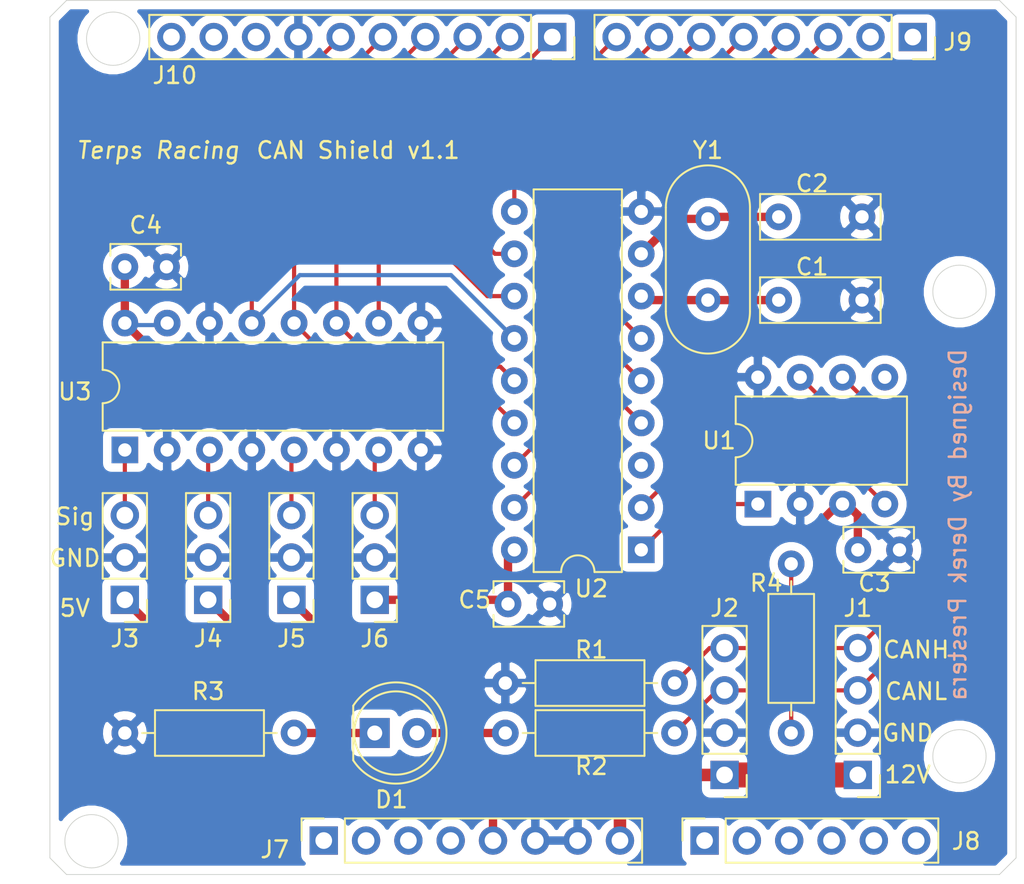
<source format=kicad_pcb>
(kicad_pcb (version 20171130) (host pcbnew "(5.1.9)-1")

  (general
    (thickness 1.6)
    (drawings 22)
    (tracks 145)
    (zones 0)
    (modules 24)
    (nets 44)
  )

  (page A4)
  (layers
    (0 F.Cu signal)
    (31 B.Cu signal)
    (32 B.Adhes user)
    (33 F.Adhes user)
    (34 B.Paste user)
    (35 F.Paste user)
    (36 B.SilkS user)
    (37 F.SilkS user)
    (38 B.Mask user)
    (39 F.Mask user)
    (40 Dwgs.User user)
    (41 Cmts.User user)
    (42 Eco1.User user)
    (43 Eco2.User user)
    (44 Edge.Cuts user)
    (45 Margin user)
    (46 B.CrtYd user)
    (47 F.CrtYd user)
    (48 B.Fab user)
    (49 F.Fab user)
  )

  (setup
    (last_trace_width 0.25)
    (trace_clearance 0.2)
    (zone_clearance 0.508)
    (zone_45_only no)
    (trace_min 0.2)
    (via_size 0.8)
    (via_drill 0.4)
    (via_min_size 0.4)
    (via_min_drill 0.3)
    (uvia_size 0.3)
    (uvia_drill 0.1)
    (uvias_allowed no)
    (uvia_min_size 0.2)
    (uvia_min_drill 0.1)
    (edge_width 0.05)
    (segment_width 0.2)
    (pcb_text_width 0.3)
    (pcb_text_size 1.5 1.5)
    (mod_edge_width 0.12)
    (mod_text_size 1 1)
    (mod_text_width 0.15)
    (pad_size 1.524 1.524)
    (pad_drill 0.762)
    (pad_to_mask_clearance 0)
    (aux_axis_origin 0 0)
    (grid_origin 129 116)
    (visible_elements 7FFFFFFF)
    (pcbplotparams
      (layerselection 0x010f0_ffffffff)
      (usegerberextensions false)
      (usegerberattributes true)
      (usegerberadvancedattributes true)
      (creategerberjobfile true)
      (excludeedgelayer true)
      (linewidth 0.100000)
      (plotframeref false)
      (viasonmask false)
      (mode 1)
      (useauxorigin false)
      (hpglpennumber 1)
      (hpglpenspeed 20)
      (hpglpendiameter 15.000000)
      (psnegative false)
      (psa4output false)
      (plotreference true)
      (plotvalue true)
      (plotinvisibletext false)
      (padsonsilk false)
      (subtractmaskfromsilk false)
      (outputformat 1)
      (mirror false)
      (drillshape 0)
      (scaleselection 1)
      (outputdirectory "Gerbers/"))
  )

  (net 0 "")
  (net 1 "Net-(C1-Pad2)")
  (net 2 GND)
  (net 3 "Net-(C2-Pad2)")
  (net 4 +5V)
  (net 5 "Net-(D1-Pad1)")
  (net 6 "Net-(J1-Pad4)")
  (net 7 "Net-(J1-Pad3)")
  (net 8 +12V)
  (net 9 "Net-(J7-Pad4)")
  (net 10 "Net-(J7-Pad3)")
  (net 11 "Net-(J7-Pad2)")
  (net 12 "Net-(J7-Pad1)")
  (net 13 "Net-(J8-Pad6)")
  (net 14 "Net-(J8-Pad5)")
  (net 15 "Net-(J8-Pad4)")
  (net 16 "Net-(J8-Pad3)")
  (net 17 "Net-(J8-Pad2)")
  (net 18 "Net-(J8-Pad1)")
  (net 19 "Net-(J9-Pad8)")
  (net 20 "Net-(J9-Pad7)")
  (net 21 "Net-(J9-Pad6)")
  (net 22 "Net-(J9-Pad5)")
  (net 23 "Net-(J9-Pad4)")
  (net 24 "Net-(J9-Pad3)")
  (net 25 "Net-(J9-Pad2)")
  (net 26 "Net-(J9-Pad1)")
  (net 27 "Net-(J10-Pad10)")
  (net 28 "Net-(J10-Pad9)")
  (net 29 "Net-(J10-Pad8)")
  (net 30 "Net-(J10-Pad6)")
  (net 31 "Net-(J10-Pad5)")
  (net 32 "Net-(J10-Pad4)")
  (net 33 "Net-(J10-Pad3)")
  (net 34 "Net-(J10-Pad2)")
  (net 35 "Net-(J10-Pad1)")
  (net 36 "Net-(U1-Pad4)")
  (net 37 "Net-(U1-Pad5)")
  (net 38 "Net-(U1-Pad1)")
  (net 39 "Net-(U2-Pad3)")
  (net 40 "Net-(J3-Pad3)")
  (net 41 "Net-(J4-Pad3)")
  (net 42 "Net-(J5-Pad3)")
  (net 43 "Net-(J6-Pad3)")

  (net_class Default "This is the default net class."
    (clearance 0.2)
    (trace_width 0.25)
    (via_dia 0.8)
    (via_drill 0.4)
    (uvia_dia 0.3)
    (uvia_drill 0.1)
    (add_net +12V)
    (add_net +5V)
    (add_net GND)
    (add_net "Net-(C1-Pad2)")
    (add_net "Net-(C2-Pad2)")
    (add_net "Net-(D1-Pad1)")
    (add_net "Net-(J1-Pad3)")
    (add_net "Net-(J1-Pad4)")
    (add_net "Net-(J10-Pad1)")
    (add_net "Net-(J10-Pad10)")
    (add_net "Net-(J10-Pad2)")
    (add_net "Net-(J10-Pad3)")
    (add_net "Net-(J10-Pad4)")
    (add_net "Net-(J10-Pad5)")
    (add_net "Net-(J10-Pad6)")
    (add_net "Net-(J10-Pad8)")
    (add_net "Net-(J10-Pad9)")
    (add_net "Net-(J3-Pad3)")
    (add_net "Net-(J4-Pad3)")
    (add_net "Net-(J5-Pad3)")
    (add_net "Net-(J6-Pad3)")
    (add_net "Net-(J7-Pad1)")
    (add_net "Net-(J7-Pad2)")
    (add_net "Net-(J7-Pad3)")
    (add_net "Net-(J7-Pad4)")
    (add_net "Net-(J8-Pad1)")
    (add_net "Net-(J8-Pad2)")
    (add_net "Net-(J8-Pad3)")
    (add_net "Net-(J8-Pad4)")
    (add_net "Net-(J8-Pad5)")
    (add_net "Net-(J8-Pad6)")
    (add_net "Net-(J9-Pad1)")
    (add_net "Net-(J9-Pad2)")
    (add_net "Net-(J9-Pad3)")
    (add_net "Net-(J9-Pad4)")
    (add_net "Net-(J9-Pad5)")
    (add_net "Net-(J9-Pad6)")
    (add_net "Net-(J9-Pad7)")
    (add_net "Net-(J9-Pad8)")
    (add_net "Net-(U1-Pad1)")
    (add_net "Net-(U1-Pad4)")
    (add_net "Net-(U1-Pad5)")
    (add_net "Net-(U2-Pad3)")
  )

  (module Resistor_THT:R_Axial_DIN0207_L6.3mm_D2.5mm_P10.16mm_Horizontal (layer F.Cu) (tedit 5AE5139B) (tstamp 60876E89)
    (at 158 90 90)
    (descr "Resistor, Axial_DIN0207 series, Axial, Horizontal, pin pitch=10.16mm, 0.25W = 1/4W, length*diameter=6.3*2.5mm^2, http://cdn-reichelt.de/documents/datenblatt/B400/1_4W%23YAG.pdf")
    (tags "Resistor Axial_DIN0207 series Axial Horizontal pin pitch 10.16mm 0.25W = 1/4W length 6.3mm diameter 2.5mm")
    (path /609BE8BB)
    (fp_text reference R4 (at 9 -1.5 180) (layer F.SilkS)
      (effects (font (size 1 1) (thickness 0.15)))
    )
    (fp_text value 120 (at 5.08 2.37 90) (layer F.Fab)
      (effects (font (size 1 1) (thickness 0.15)))
    )
    (fp_line (start 11.21 -1.5) (end -1.05 -1.5) (layer F.CrtYd) (width 0.05))
    (fp_line (start 11.21 1.5) (end 11.21 -1.5) (layer F.CrtYd) (width 0.05))
    (fp_line (start -1.05 1.5) (end 11.21 1.5) (layer F.CrtYd) (width 0.05))
    (fp_line (start -1.05 -1.5) (end -1.05 1.5) (layer F.CrtYd) (width 0.05))
    (fp_line (start 9.12 0) (end 8.35 0) (layer F.SilkS) (width 0.12))
    (fp_line (start 1.04 0) (end 1.81 0) (layer F.SilkS) (width 0.12))
    (fp_line (start 8.35 -1.37) (end 1.81 -1.37) (layer F.SilkS) (width 0.12))
    (fp_line (start 8.35 1.37) (end 8.35 -1.37) (layer F.SilkS) (width 0.12))
    (fp_line (start 1.81 1.37) (end 8.35 1.37) (layer F.SilkS) (width 0.12))
    (fp_line (start 1.81 -1.37) (end 1.81 1.37) (layer F.SilkS) (width 0.12))
    (fp_line (start 10.16 0) (end 8.23 0) (layer F.Fab) (width 0.1))
    (fp_line (start 0 0) (end 1.93 0) (layer F.Fab) (width 0.1))
    (fp_line (start 8.23 -1.25) (end 1.93 -1.25) (layer F.Fab) (width 0.1))
    (fp_line (start 8.23 1.25) (end 8.23 -1.25) (layer F.Fab) (width 0.1))
    (fp_line (start 1.93 1.25) (end 8.23 1.25) (layer F.Fab) (width 0.1))
    (fp_line (start 1.93 -1.25) (end 1.93 1.25) (layer F.Fab) (width 0.1))
    (fp_text user %R (at 5.08 0 90) (layer F.Fab)
      (effects (font (size 1 1) (thickness 0.15)))
    )
    (pad 1 thru_hole circle (at 0 0 90) (size 1.6 1.6) (drill 0.8) (layers *.Cu *.Mask)
      (net 7 "Net-(J1-Pad3)"))
    (pad 2 thru_hole oval (at 10.16 0 90) (size 1.6 1.6) (drill 0.8) (layers *.Cu *.Mask)
      (net 6 "Net-(J1-Pad4)"))
    (model ${KISYS3DMOD}/Resistor_THT.3dshapes/R_Axial_DIN0207_L6.3mm_D2.5mm_P10.16mm_Horizontal.wrl
      (at (xyz 0 0 0))
      (scale (xyz 1 1 1))
      (rotate (xyz 0 0 0))
    )
  )

  (module Package_DIP:DIP-8_W7.62mm (layer F.Cu) (tedit 5A02E8C5) (tstamp 60A7294A)
    (at 156 76.25 90)
    (descr "8-lead though-hole mounted DIP package, row spacing 7.62 mm (300 mils)")
    (tags "THT DIP DIL PDIP 2.54mm 7.62mm 300mil")
    (path /60488254)
    (fp_text reference U1 (at 3.81 -2.33 180) (layer F.SilkS)
      (effects (font (size 1 1) (thickness 0.15)))
    )
    (fp_text value MCP2561-E-P (at 3.81 9.95 90) (layer F.Fab)
      (effects (font (size 1 1) (thickness 0.15)))
    )
    (fp_line (start 8.7 -1.55) (end -1.1 -1.55) (layer F.CrtYd) (width 0.05))
    (fp_line (start 8.7 9.15) (end 8.7 -1.55) (layer F.CrtYd) (width 0.05))
    (fp_line (start -1.1 9.15) (end 8.7 9.15) (layer F.CrtYd) (width 0.05))
    (fp_line (start -1.1 -1.55) (end -1.1 9.15) (layer F.CrtYd) (width 0.05))
    (fp_line (start 6.46 -1.33) (end 4.81 -1.33) (layer F.SilkS) (width 0.12))
    (fp_line (start 6.46 8.95) (end 6.46 -1.33) (layer F.SilkS) (width 0.12))
    (fp_line (start 1.16 8.95) (end 6.46 8.95) (layer F.SilkS) (width 0.12))
    (fp_line (start 1.16 -1.33) (end 1.16 8.95) (layer F.SilkS) (width 0.12))
    (fp_line (start 2.81 -1.33) (end 1.16 -1.33) (layer F.SilkS) (width 0.12))
    (fp_line (start 0.635 -0.27) (end 1.635 -1.27) (layer F.Fab) (width 0.1))
    (fp_line (start 0.635 8.89) (end 0.635 -0.27) (layer F.Fab) (width 0.1))
    (fp_line (start 6.985 8.89) (end 0.635 8.89) (layer F.Fab) (width 0.1))
    (fp_line (start 6.985 -1.27) (end 6.985 8.89) (layer F.Fab) (width 0.1))
    (fp_line (start 1.635 -1.27) (end 6.985 -1.27) (layer F.Fab) (width 0.1))
    (fp_arc (start 3.81 -1.33) (end 2.81 -1.33) (angle -180) (layer F.SilkS) (width 0.12))
    (fp_text user %R (at 3.81 3.81 90) (layer F.Fab)
      (effects (font (size 1 1) (thickness 0.15)))
    )
    (pad 1 thru_hole rect (at 0 0 90) (size 1.6 1.6) (drill 0.8) (layers *.Cu *.Mask)
      (net 38 "Net-(U1-Pad1)"))
    (pad 5 thru_hole oval (at 7.62 7.62 90) (size 1.6 1.6) (drill 0.8) (layers *.Cu *.Mask)
      (net 37 "Net-(U1-Pad5)"))
    (pad 2 thru_hole oval (at 0 2.54 90) (size 1.6 1.6) (drill 0.8) (layers *.Cu *.Mask)
      (net 2 GND))
    (pad 6 thru_hole oval (at 7.62 5.08 90) (size 1.6 1.6) (drill 0.8) (layers *.Cu *.Mask)
      (net 7 "Net-(J1-Pad3)"))
    (pad 3 thru_hole oval (at 0 5.08 90) (size 1.6 1.6) (drill 0.8) (layers *.Cu *.Mask)
      (net 4 +5V))
    (pad 7 thru_hole oval (at 7.62 2.54 90) (size 1.6 1.6) (drill 0.8) (layers *.Cu *.Mask)
      (net 6 "Net-(J1-Pad4)"))
    (pad 4 thru_hole oval (at 0 7.62 90) (size 1.6 1.6) (drill 0.8) (layers *.Cu *.Mask)
      (net 36 "Net-(U1-Pad4)"))
    (pad 8 thru_hole oval (at 7.62 0 90) (size 1.6 1.6) (drill 0.8) (layers *.Cu *.Mask)
      (net 2 GND))
    (model ${KISYS3DMOD}/Package_DIP.3dshapes/DIP-8_W7.62mm.wrl
      (at (xyz 0 0 0))
      (scale (xyz 1 1 1))
      (rotate (xyz 0 0 0))
    )
  )

  (module Resistor_THT:R_Axial_DIN0207_L6.3mm_D2.5mm_P10.16mm_Horizontal (layer F.Cu) (tedit 5AE5139B) (tstamp 60874581)
    (at 118 90)
    (descr "Resistor, Axial_DIN0207 series, Axial, Horizontal, pin pitch=10.16mm, 0.25W = 1/4W, length*diameter=6.3*2.5mm^2, http://cdn-reichelt.de/documents/datenblatt/B400/1_4W%23YAG.pdf")
    (tags "Resistor Axial_DIN0207 series Axial Horizontal pin pitch 10.16mm 0.25W = 1/4W length 6.3mm diameter 2.5mm")
    (path /6070D84F)
    (fp_text reference R3 (at 5 -2.5) (layer F.SilkS)
      (effects (font (size 1 1) (thickness 0.15)))
    )
    (fp_text value 120 (at 5.08 2.37) (layer F.Fab)
      (effects (font (size 1 1) (thickness 0.15)))
    )
    (fp_line (start 11.21 -1.5) (end -1.05 -1.5) (layer F.CrtYd) (width 0.05))
    (fp_line (start 11.21 1.5) (end 11.21 -1.5) (layer F.CrtYd) (width 0.05))
    (fp_line (start -1.05 1.5) (end 11.21 1.5) (layer F.CrtYd) (width 0.05))
    (fp_line (start -1.05 -1.5) (end -1.05 1.5) (layer F.CrtYd) (width 0.05))
    (fp_line (start 9.12 0) (end 8.35 0) (layer F.SilkS) (width 0.12))
    (fp_line (start 1.04 0) (end 1.81 0) (layer F.SilkS) (width 0.12))
    (fp_line (start 8.35 -1.37) (end 1.81 -1.37) (layer F.SilkS) (width 0.12))
    (fp_line (start 8.35 1.37) (end 8.35 -1.37) (layer F.SilkS) (width 0.12))
    (fp_line (start 1.81 1.37) (end 8.35 1.37) (layer F.SilkS) (width 0.12))
    (fp_line (start 1.81 -1.37) (end 1.81 1.37) (layer F.SilkS) (width 0.12))
    (fp_line (start 10.16 0) (end 8.23 0) (layer F.Fab) (width 0.1))
    (fp_line (start 0 0) (end 1.93 0) (layer F.Fab) (width 0.1))
    (fp_line (start 8.23 -1.25) (end 1.93 -1.25) (layer F.Fab) (width 0.1))
    (fp_line (start 8.23 1.25) (end 8.23 -1.25) (layer F.Fab) (width 0.1))
    (fp_line (start 1.93 1.25) (end 8.23 1.25) (layer F.Fab) (width 0.1))
    (fp_line (start 1.93 -1.25) (end 1.93 1.25) (layer F.Fab) (width 0.1))
    (fp_text user %R (at 5.08 0) (layer F.Fab)
      (effects (font (size 1 1) (thickness 0.15)))
    )
    (pad 1 thru_hole circle (at 0 0) (size 1.6 1.6) (drill 0.8) (layers *.Cu *.Mask)
      (net 2 GND))
    (pad 2 thru_hole oval (at 10.16 0) (size 1.6 1.6) (drill 0.8) (layers *.Cu *.Mask)
      (net 5 "Net-(D1-Pad1)"))
    (model ${KISYS3DMOD}/Resistor_THT.3dshapes/R_Axial_DIN0207_L6.3mm_D2.5mm_P10.16mm_Horizontal.wrl
      (at (xyz 0 0 0))
      (scale (xyz 1 1 1))
      (rotate (xyz 0 0 0))
    )
  )

  (module Resistor_THT:R_Axial_DIN0207_L6.3mm_D2.5mm_P10.16mm_Horizontal (layer F.Cu) (tedit 5AE5139B) (tstamp 605BE2F2)
    (at 151 90 180)
    (descr "Resistor, Axial_DIN0207 series, Axial, Horizontal, pin pitch=10.16mm, 0.25W = 1/4W, length*diameter=6.3*2.5mm^2, http://cdn-reichelt.de/documents/datenblatt/B400/1_4W%23YAG.pdf")
    (tags "Resistor Axial_DIN0207 series Axial Horizontal pin pitch 10.16mm 0.25W = 1/4W length 6.3mm diameter 2.5mm")
    (path /60883E2D)
    (fp_text reference R2 (at 5 -2) (layer F.SilkS)
      (effects (font (size 1 1) (thickness 0.15)))
    )
    (fp_text value 500 (at 5.08 2.37) (layer F.Fab)
      (effects (font (size 1 1) (thickness 0.15)))
    )
    (fp_line (start 11.21 -1.5) (end -1.05 -1.5) (layer F.CrtYd) (width 0.05))
    (fp_line (start 11.21 1.5) (end 11.21 -1.5) (layer F.CrtYd) (width 0.05))
    (fp_line (start -1.05 1.5) (end 11.21 1.5) (layer F.CrtYd) (width 0.05))
    (fp_line (start -1.05 -1.5) (end -1.05 1.5) (layer F.CrtYd) (width 0.05))
    (fp_line (start 9.12 0) (end 8.35 0) (layer F.SilkS) (width 0.12))
    (fp_line (start 1.04 0) (end 1.81 0) (layer F.SilkS) (width 0.12))
    (fp_line (start 8.35 -1.37) (end 1.81 -1.37) (layer F.SilkS) (width 0.12))
    (fp_line (start 8.35 1.37) (end 8.35 -1.37) (layer F.SilkS) (width 0.12))
    (fp_line (start 1.81 1.37) (end 8.35 1.37) (layer F.SilkS) (width 0.12))
    (fp_line (start 1.81 -1.37) (end 1.81 1.37) (layer F.SilkS) (width 0.12))
    (fp_line (start 10.16 0) (end 8.23 0) (layer F.Fab) (width 0.1))
    (fp_line (start 0 0) (end 1.93 0) (layer F.Fab) (width 0.1))
    (fp_line (start 8.23 -1.25) (end 1.93 -1.25) (layer F.Fab) (width 0.1))
    (fp_line (start 8.23 1.25) (end 8.23 -1.25) (layer F.Fab) (width 0.1))
    (fp_line (start 1.93 1.25) (end 8.23 1.25) (layer F.Fab) (width 0.1))
    (fp_line (start 1.93 -1.25) (end 1.93 1.25) (layer F.Fab) (width 0.1))
    (fp_text user %R (at 5.08 0) (layer F.Fab)
      (effects (font (size 1 1) (thickness 0.15)))
    )
    (pad 1 thru_hole circle (at 0 0 180) (size 1.6 1.6) (drill 0.8) (layers *.Cu *.Mask)
      (net 7 "Net-(J1-Pad3)"))
    (pad 2 thru_hole oval (at 10.16 0 180) (size 1.6 1.6) (drill 0.8) (layers *.Cu *.Mask)
      (net 4 +5V))
    (model ${KISYS3DMOD}/Resistor_THT.3dshapes/R_Axial_DIN0207_L6.3mm_D2.5mm_P10.16mm_Horizontal.wrl
      (at (xyz 0 0 0))
      (scale (xyz 1 1 1))
      (rotate (xyz 0 0 0))
    )
  )

  (module Resistor_THT:R_Axial_DIN0207_L6.3mm_D2.5mm_P10.16mm_Horizontal (layer F.Cu) (tedit 5AE5139B) (tstamp 60875ABD)
    (at 151 87 180)
    (descr "Resistor, Axial_DIN0207 series, Axial, Horizontal, pin pitch=10.16mm, 0.25W = 1/4W, length*diameter=6.3*2.5mm^2, http://cdn-reichelt.de/documents/datenblatt/B400/1_4W%23YAG.pdf")
    (tags "Resistor Axial_DIN0207 series Axial Horizontal pin pitch 10.16mm 0.25W = 1/4W length 6.3mm diameter 2.5mm")
    (path /605323AC)
    (fp_text reference R1 (at 5 2) (layer F.SilkS)
      (effects (font (size 1 1) (thickness 0.15)))
    )
    (fp_text value 500 (at 5.08 2.37) (layer F.Fab)
      (effects (font (size 1 1) (thickness 0.15)))
    )
    (fp_line (start 11.21 -1.5) (end -1.05 -1.5) (layer F.CrtYd) (width 0.05))
    (fp_line (start 11.21 1.5) (end 11.21 -1.5) (layer F.CrtYd) (width 0.05))
    (fp_line (start -1.05 1.5) (end 11.21 1.5) (layer F.CrtYd) (width 0.05))
    (fp_line (start -1.05 -1.5) (end -1.05 1.5) (layer F.CrtYd) (width 0.05))
    (fp_line (start 9.12 0) (end 8.35 0) (layer F.SilkS) (width 0.12))
    (fp_line (start 1.04 0) (end 1.81 0) (layer F.SilkS) (width 0.12))
    (fp_line (start 8.35 -1.37) (end 1.81 -1.37) (layer F.SilkS) (width 0.12))
    (fp_line (start 8.35 1.37) (end 8.35 -1.37) (layer F.SilkS) (width 0.12))
    (fp_line (start 1.81 1.37) (end 8.35 1.37) (layer F.SilkS) (width 0.12))
    (fp_line (start 1.81 -1.37) (end 1.81 1.37) (layer F.SilkS) (width 0.12))
    (fp_line (start 10.16 0) (end 8.23 0) (layer F.Fab) (width 0.1))
    (fp_line (start 0 0) (end 1.93 0) (layer F.Fab) (width 0.1))
    (fp_line (start 8.23 -1.25) (end 1.93 -1.25) (layer F.Fab) (width 0.1))
    (fp_line (start 8.23 1.25) (end 8.23 -1.25) (layer F.Fab) (width 0.1))
    (fp_line (start 1.93 1.25) (end 8.23 1.25) (layer F.Fab) (width 0.1))
    (fp_line (start 1.93 -1.25) (end 1.93 1.25) (layer F.Fab) (width 0.1))
    (fp_text user %R (at 5.08 0) (layer F.Fab)
      (effects (font (size 1 1) (thickness 0.15)))
    )
    (pad 1 thru_hole circle (at 0 0 180) (size 1.6 1.6) (drill 0.8) (layers *.Cu *.Mask)
      (net 6 "Net-(J1-Pad4)"))
    (pad 2 thru_hole oval (at 10.16 0 180) (size 1.6 1.6) (drill 0.8) (layers *.Cu *.Mask)
      (net 2 GND))
    (model ${KISYS3DMOD}/Resistor_THT.3dshapes/R_Axial_DIN0207_L6.3mm_D2.5mm_P10.16mm_Horizontal.wrl
      (at (xyz 0 0 0))
      (scale (xyz 1 1 1))
      (rotate (xyz 0 0 0))
    )
  )

  (module LED_THT:LED_D5.0mm_FlatTop (layer F.Cu) (tedit 5880A862) (tstamp 607E0186)
    (at 133 90)
    (descr "LED, Round, FlatTop, diameter 5.0mm, 2 pins, http://www.kingbright.com/attachments/file/psearch/000/00/00/L-483GDT(Ver.15B).pdf")
    (tags "LED Round FlatTop diameter 5.0mm 2 pins")
    (path /606EE47C)
    (fp_text reference D1 (at 1 4) (layer F.SilkS)
      (effects (font (size 1 1) (thickness 0.15)))
    )
    (fp_text value LED (at 6 0) (layer F.Fab)
      (effects (font (size 1 1) (thickness 0.15)))
    )
    (fp_line (start 4.55 -3.3) (end -2 -3.3) (layer F.CrtYd) (width 0.05))
    (fp_line (start 4.55 3.3) (end 4.55 -3.3) (layer F.CrtYd) (width 0.05))
    (fp_line (start -2 3.3) (end 4.55 3.3) (layer F.CrtYd) (width 0.05))
    (fp_line (start -2 -3.3) (end -2 3.3) (layer F.CrtYd) (width 0.05))
    (fp_line (start -1.29 -1.64) (end -1.29 1.64) (layer F.SilkS) (width 0.12))
    (fp_line (start -1.23 -1.566046) (end -1.23 1.566046) (layer F.Fab) (width 0.1))
    (fp_circle (center 1.27 0) (end 3.77 0) (layer F.SilkS) (width 0.12))
    (fp_circle (center 1.27 0) (end 3.77 0) (layer F.Fab) (width 0.1))
    (fp_arc (start 1.27 0) (end -1.23 -1.566046) (angle 295.9) (layer F.Fab) (width 0.1))
    (fp_arc (start 1.27 0) (end -1.29 -1.639512) (angle 147.4) (layer F.SilkS) (width 0.12))
    (fp_arc (start 1.27 0) (end -1.29 1.639512) (angle -147.4) (layer F.SilkS) (width 0.12))
    (pad 1 thru_hole rect (at 0 0) (size 1.8 1.8) (drill 0.9) (layers *.Cu *.Mask)
      (net 5 "Net-(D1-Pad1)"))
    (pad 2 thru_hole circle (at 2.54 0) (size 1.8 1.8) (drill 0.9) (layers *.Cu *.Mask)
      (net 4 +5V))
    (model ${KISYS3DMOD}/LED_THT.3dshapes/LED_D5.0mm_FlatTop.wrl
      (at (xyz 0 0 0))
      (scale (xyz 1 1 1))
      (rotate (xyz 0 0 0))
    )
  )

  (module Capacitor_THT:C_Rect_L4.0mm_W2.5mm_P2.50mm (layer F.Cu) (tedit 5AE50EF0) (tstamp 60A728A5)
    (at 141 82.25)
    (descr "C, Rect series, Radial, pin pitch=2.50mm, , length*width=4*2.5mm^2, Capacitor")
    (tags "C Rect series Radial pin pitch 2.50mm  length 4mm width 2.5mm Capacitor")
    (path /60583C84)
    (fp_text reference C5 (at -2 -0.25) (layer F.SilkS)
      (effects (font (size 1 1) (thickness 0.15)))
    )
    (fp_text value C0603C101K8HACAUTO (at 1.25 2.5) (layer F.Fab)
      (effects (font (size 1 1) (thickness 0.15)))
    )
    (fp_line (start 3.55 -1.5) (end -1.05 -1.5) (layer F.CrtYd) (width 0.05))
    (fp_line (start 3.55 1.5) (end 3.55 -1.5) (layer F.CrtYd) (width 0.05))
    (fp_line (start -1.05 1.5) (end 3.55 1.5) (layer F.CrtYd) (width 0.05))
    (fp_line (start -1.05 -1.5) (end -1.05 1.5) (layer F.CrtYd) (width 0.05))
    (fp_line (start 3.37 0.665) (end 3.37 1.37) (layer F.SilkS) (width 0.12))
    (fp_line (start 3.37 -1.37) (end 3.37 -0.665) (layer F.SilkS) (width 0.12))
    (fp_line (start -0.87 0.665) (end -0.87 1.37) (layer F.SilkS) (width 0.12))
    (fp_line (start -0.87 -1.37) (end -0.87 -0.665) (layer F.SilkS) (width 0.12))
    (fp_line (start -0.87 1.37) (end 3.37 1.37) (layer F.SilkS) (width 0.12))
    (fp_line (start -0.87 -1.37) (end 3.37 -1.37) (layer F.SilkS) (width 0.12))
    (fp_line (start 3.25 -1.25) (end -0.75 -1.25) (layer F.Fab) (width 0.1))
    (fp_line (start 3.25 1.25) (end 3.25 -1.25) (layer F.Fab) (width 0.1))
    (fp_line (start -0.75 1.25) (end 3.25 1.25) (layer F.Fab) (width 0.1))
    (fp_line (start -0.75 -1.25) (end -0.75 1.25) (layer F.Fab) (width 0.1))
    (fp_text user %R (at 1.25 0) (layer F.Fab)
      (effects (font (size 0.8 0.8) (thickness 0.12)))
    )
    (pad 1 thru_hole circle (at 0 0) (size 1.6 1.6) (drill 0.8) (layers *.Cu *.Mask)
      (net 4 +5V))
    (pad 2 thru_hole circle (at 2.5 0) (size 1.6 1.6) (drill 0.8) (layers *.Cu *.Mask)
      (net 2 GND))
    (model ${KISYS3DMOD}/Capacitor_THT.3dshapes/C_Rect_L4.0mm_W2.5mm_P2.50mm.wrl
      (at (xyz 0 0 0))
      (scale (xyz 1 1 1))
      (rotate (xyz 0 0 0))
    )
  )

  (module Capacitor_THT:C_Rect_L4.0mm_W2.5mm_P2.50mm (layer F.Cu) (tedit 5AE50EF0) (tstamp 607E036A)
    (at 118 62)
    (descr "C, Rect series, Radial, pin pitch=2.50mm, , length*width=4*2.5mm^2, Capacitor")
    (tags "C Rect series Radial pin pitch 2.50mm  length 4mm width 2.5mm Capacitor")
    (path /6059F717)
    (fp_text reference C4 (at 1.25 -2.5) (layer F.SilkS)
      (effects (font (size 1 1) (thickness 0.15)))
    )
    (fp_text value C0603C101K8HACAUTO (at 1.25 2.5) (layer F.Fab)
      (effects (font (size 1 1) (thickness 0.15)))
    )
    (fp_line (start 3.55 -1.5) (end -1.05 -1.5) (layer F.CrtYd) (width 0.05))
    (fp_line (start 3.55 1.5) (end 3.55 -1.5) (layer F.CrtYd) (width 0.05))
    (fp_line (start -1.05 1.5) (end 3.55 1.5) (layer F.CrtYd) (width 0.05))
    (fp_line (start -1.05 -1.5) (end -1.05 1.5) (layer F.CrtYd) (width 0.05))
    (fp_line (start 3.37 0.665) (end 3.37 1.37) (layer F.SilkS) (width 0.12))
    (fp_line (start 3.37 -1.37) (end 3.37 -0.665) (layer F.SilkS) (width 0.12))
    (fp_line (start -0.87 0.665) (end -0.87 1.37) (layer F.SilkS) (width 0.12))
    (fp_line (start -0.87 -1.37) (end -0.87 -0.665) (layer F.SilkS) (width 0.12))
    (fp_line (start -0.87 1.37) (end 3.37 1.37) (layer F.SilkS) (width 0.12))
    (fp_line (start -0.87 -1.37) (end 3.37 -1.37) (layer F.SilkS) (width 0.12))
    (fp_line (start 3.25 -1.25) (end -0.75 -1.25) (layer F.Fab) (width 0.1))
    (fp_line (start 3.25 1.25) (end 3.25 -1.25) (layer F.Fab) (width 0.1))
    (fp_line (start -0.75 1.25) (end 3.25 1.25) (layer F.Fab) (width 0.1))
    (fp_line (start -0.75 -1.25) (end -0.75 1.25) (layer F.Fab) (width 0.1))
    (fp_text user %R (at 1.25 0) (layer F.Fab)
      (effects (font (size 0.8 0.8) (thickness 0.12)))
    )
    (pad 1 thru_hole circle (at 0 0) (size 1.6 1.6) (drill 0.8) (layers *.Cu *.Mask)
      (net 4 +5V))
    (pad 2 thru_hole circle (at 2.5 0) (size 1.6 1.6) (drill 0.8) (layers *.Cu *.Mask)
      (net 2 GND))
    (model ${KISYS3DMOD}/Capacitor_THT.3dshapes/C_Rect_L4.0mm_W2.5mm_P2.50mm.wrl
      (at (xyz 0 0 0))
      (scale (xyz 1 1 1))
      (rotate (xyz 0 0 0))
    )
  )

  (module Capacitor_THT:C_Rect_L4.0mm_W2.5mm_P2.50mm (layer F.Cu) (tedit 5AE50EF0) (tstamp 605DAB95)
    (at 162 79)
    (descr "C, Rect series, Radial, pin pitch=2.50mm, , length*width=4*2.5mm^2, Capacitor")
    (tags "C Rect series Radial pin pitch 2.50mm  length 4mm width 2.5mm Capacitor")
    (path /60559872)
    (fp_text reference C3 (at 1 2) (layer F.SilkS)
      (effects (font (size 1 1) (thickness 0.15)))
    )
    (fp_text value C0603C101K8HACAUTO (at 1.25 2.5) (layer F.Fab)
      (effects (font (size 1 1) (thickness 0.15)))
    )
    (fp_line (start 3.55 -1.5) (end -1.05 -1.5) (layer F.CrtYd) (width 0.05))
    (fp_line (start 3.55 1.5) (end 3.55 -1.5) (layer F.CrtYd) (width 0.05))
    (fp_line (start -1.05 1.5) (end 3.55 1.5) (layer F.CrtYd) (width 0.05))
    (fp_line (start -1.05 -1.5) (end -1.05 1.5) (layer F.CrtYd) (width 0.05))
    (fp_line (start 3.37 0.665) (end 3.37 1.37) (layer F.SilkS) (width 0.12))
    (fp_line (start 3.37 -1.37) (end 3.37 -0.665) (layer F.SilkS) (width 0.12))
    (fp_line (start -0.87 0.665) (end -0.87 1.37) (layer F.SilkS) (width 0.12))
    (fp_line (start -0.87 -1.37) (end -0.87 -0.665) (layer F.SilkS) (width 0.12))
    (fp_line (start -0.87 1.37) (end 3.37 1.37) (layer F.SilkS) (width 0.12))
    (fp_line (start -0.87 -1.37) (end 3.37 -1.37) (layer F.SilkS) (width 0.12))
    (fp_line (start 3.25 -1.25) (end -0.75 -1.25) (layer F.Fab) (width 0.1))
    (fp_line (start 3.25 1.25) (end 3.25 -1.25) (layer F.Fab) (width 0.1))
    (fp_line (start -0.75 1.25) (end 3.25 1.25) (layer F.Fab) (width 0.1))
    (fp_line (start -0.75 -1.25) (end -0.75 1.25) (layer F.Fab) (width 0.1))
    (fp_text user %R (at 1.25 0) (layer F.Fab)
      (effects (font (size 0.8 0.8) (thickness 0.12)))
    )
    (pad 1 thru_hole circle (at 0 0) (size 1.6 1.6) (drill 0.8) (layers *.Cu *.Mask)
      (net 4 +5V))
    (pad 2 thru_hole circle (at 2.5 0) (size 1.6 1.6) (drill 0.8) (layers *.Cu *.Mask)
      (net 2 GND))
    (model ${KISYS3DMOD}/Capacitor_THT.3dshapes/C_Rect_L4.0mm_W2.5mm_P2.50mm.wrl
      (at (xyz 0 0 0))
      (scale (xyz 1 1 1))
      (rotate (xyz 0 0 0))
    )
  )

  (module Capacitor_THT:C_Rect_L7.0mm_W2.5mm_P5.00mm (layer F.Cu) (tedit 5AE50EF0) (tstamp 605D652B)
    (at 162.25 59 180)
    (descr "C, Rect series, Radial, pin pitch=5.00mm, , length*width=7*2.5mm^2, Capacitor")
    (tags "C Rect series Radial pin pitch 5.00mm  length 7mm width 2.5mm Capacitor")
    (path /608D09EC)
    (fp_text reference C2 (at 3 2) (layer F.SilkS)
      (effects (font (size 1 1) (thickness 0.15)))
    )
    (fp_text value C0805C200G8HAC7800 (at 2.5 2.5) (layer F.Fab)
      (effects (font (size 1 1) (thickness 0.15)))
    )
    (fp_line (start 6.25 -1.5) (end -1.25 -1.5) (layer F.CrtYd) (width 0.05))
    (fp_line (start 6.25 1.5) (end 6.25 -1.5) (layer F.CrtYd) (width 0.05))
    (fp_line (start -1.25 1.5) (end 6.25 1.5) (layer F.CrtYd) (width 0.05))
    (fp_line (start -1.25 -1.5) (end -1.25 1.5) (layer F.CrtYd) (width 0.05))
    (fp_line (start 6.12 -1.37) (end 6.12 1.37) (layer F.SilkS) (width 0.12))
    (fp_line (start -1.12 -1.37) (end -1.12 1.37) (layer F.SilkS) (width 0.12))
    (fp_line (start -1.12 1.37) (end 6.12 1.37) (layer F.SilkS) (width 0.12))
    (fp_line (start -1.12 -1.37) (end 6.12 -1.37) (layer F.SilkS) (width 0.12))
    (fp_line (start 6 -1.25) (end -1 -1.25) (layer F.Fab) (width 0.1))
    (fp_line (start 6 1.25) (end 6 -1.25) (layer F.Fab) (width 0.1))
    (fp_line (start -1 1.25) (end 6 1.25) (layer F.Fab) (width 0.1))
    (fp_line (start -1 -1.25) (end -1 1.25) (layer F.Fab) (width 0.1))
    (fp_text user %R (at 2.5 0) (layer F.Fab)
      (effects (font (size 1 1) (thickness 0.15)))
    )
    (pad 1 thru_hole circle (at 0 0 180) (size 1.6 1.6) (drill 0.8) (layers *.Cu *.Mask)
      (net 2 GND))
    (pad 2 thru_hole circle (at 5 0 180) (size 1.6 1.6) (drill 0.8) (layers *.Cu *.Mask)
      (net 3 "Net-(C2-Pad2)"))
    (model ${KISYS3DMOD}/Capacitor_THT.3dshapes/C_Rect_L7.0mm_W2.5mm_P5.00mm.wrl
      (at (xyz 0 0 0))
      (scale (xyz 1 1 1))
      (rotate (xyz 0 0 0))
    )
  )

  (module Capacitor_THT:C_Rect_L7.0mm_W2.5mm_P5.00mm (layer F.Cu) (tedit 5AE50EF0) (tstamp 606E8A8F)
    (at 162.25 64 180)
    (descr "C, Rect series, Radial, pin pitch=5.00mm, , length*width=7*2.5mm^2, Capacitor")
    (tags "C Rect series Radial pin pitch 5.00mm  length 7mm width 2.5mm Capacitor")
    (path /608CFF57)
    (fp_text reference C1 (at 3 2) (layer F.SilkS)
      (effects (font (size 1 1) (thickness 0.15)))
    )
    (fp_text value C0805C200G8HAC7800 (at 2.5 2.5) (layer F.Fab)
      (effects (font (size 1 1) (thickness 0.15)))
    )
    (fp_line (start 6.25 -1.5) (end -1.25 -1.5) (layer F.CrtYd) (width 0.05))
    (fp_line (start 6.25 1.5) (end 6.25 -1.5) (layer F.CrtYd) (width 0.05))
    (fp_line (start -1.25 1.5) (end 6.25 1.5) (layer F.CrtYd) (width 0.05))
    (fp_line (start -1.25 -1.5) (end -1.25 1.5) (layer F.CrtYd) (width 0.05))
    (fp_line (start 6.12 -1.37) (end 6.12 1.37) (layer F.SilkS) (width 0.12))
    (fp_line (start -1.12 -1.37) (end -1.12 1.37) (layer F.SilkS) (width 0.12))
    (fp_line (start -1.12 1.37) (end 6.12 1.37) (layer F.SilkS) (width 0.12))
    (fp_line (start -1.12 -1.37) (end 6.12 -1.37) (layer F.SilkS) (width 0.12))
    (fp_line (start 6 -1.25) (end -1 -1.25) (layer F.Fab) (width 0.1))
    (fp_line (start 6 1.25) (end 6 -1.25) (layer F.Fab) (width 0.1))
    (fp_line (start -1 1.25) (end 6 1.25) (layer F.Fab) (width 0.1))
    (fp_line (start -1 -1.25) (end -1 1.25) (layer F.Fab) (width 0.1))
    (fp_text user %R (at 2.5 0) (layer F.Fab)
      (effects (font (size 1 1) (thickness 0.15)))
    )
    (pad 1 thru_hole circle (at 0 0 180) (size 1.6 1.6) (drill 0.8) (layers *.Cu *.Mask)
      (net 2 GND))
    (pad 2 thru_hole circle (at 5 0 180) (size 1.6 1.6) (drill 0.8) (layers *.Cu *.Mask)
      (net 1 "Net-(C1-Pad2)"))
    (model ${KISYS3DMOD}/Capacitor_THT.3dshapes/C_Rect_L7.0mm_W2.5mm_P5.00mm.wrl
      (at (xyz 0 0 0))
      (scale (xyz 1 1 1))
      (rotate (xyz 0 0 0))
    )
  )

  (module Package_DIP:DIP-18_W7.62mm (layer F.Cu) (tedit 5A02E8C5) (tstamp 60A72809)
    (at 149 79 180)
    (descr "18-lead though-hole mounted DIP package, row spacing 7.62 mm (300 mils)")
    (tags "THT DIP DIL PDIP 2.54mm 7.62mm 300mil")
    (path /607F3F16)
    (fp_text reference U2 (at 3 -2.33) (layer F.SilkS)
      (effects (font (size 1 1) (thickness 0.15)))
    )
    (fp_text value 2021-03-09_22-56-21_MCP2515-I_P (at 3.81 22.65) (layer F.Fab)
      (effects (font (size 1 1) (thickness 0.15)))
    )
    (fp_line (start 8.7 -1.55) (end -1.1 -1.55) (layer F.CrtYd) (width 0.05))
    (fp_line (start 8.7 21.85) (end 8.7 -1.55) (layer F.CrtYd) (width 0.05))
    (fp_line (start -1.1 21.85) (end 8.7 21.85) (layer F.CrtYd) (width 0.05))
    (fp_line (start -1.1 -1.55) (end -1.1 21.85) (layer F.CrtYd) (width 0.05))
    (fp_line (start 6.46 -1.33) (end 4.81 -1.33) (layer F.SilkS) (width 0.12))
    (fp_line (start 6.46 21.65) (end 6.46 -1.33) (layer F.SilkS) (width 0.12))
    (fp_line (start 1.16 21.65) (end 6.46 21.65) (layer F.SilkS) (width 0.12))
    (fp_line (start 1.16 -1.33) (end 1.16 21.65) (layer F.SilkS) (width 0.12))
    (fp_line (start 2.81 -1.33) (end 1.16 -1.33) (layer F.SilkS) (width 0.12))
    (fp_line (start 0.635 -0.27) (end 1.635 -1.27) (layer F.Fab) (width 0.1))
    (fp_line (start 0.635 21.59) (end 0.635 -0.27) (layer F.Fab) (width 0.1))
    (fp_line (start 6.985 21.59) (end 0.635 21.59) (layer F.Fab) (width 0.1))
    (fp_line (start 6.985 -1.27) (end 6.985 21.59) (layer F.Fab) (width 0.1))
    (fp_line (start 1.635 -1.27) (end 6.985 -1.27) (layer F.Fab) (width 0.1))
    (fp_arc (start 3.81 -1.33) (end 2.81 -1.33) (angle -180) (layer F.SilkS) (width 0.12))
    (fp_text user %R (at 3.81 10.16) (layer F.Fab)
      (effects (font (size 1 1) (thickness 0.15)))
    )
    (pad 1 thru_hole rect (at 0 0 180) (size 1.6 1.6) (drill 0.8) (layers *.Cu *.Mask)
      (net 38 "Net-(U1-Pad1)"))
    (pad 10 thru_hole oval (at 7.62 20.32 180) (size 1.6 1.6) (drill 0.8) (layers *.Cu *.Mask)
      (net 19 "Net-(J9-Pad8)"))
    (pad 2 thru_hole oval (at 0 2.54 180) (size 1.6 1.6) (drill 0.8) (layers *.Cu *.Mask)
      (net 36 "Net-(U1-Pad4)"))
    (pad 11 thru_hole oval (at 7.62 17.78 180) (size 1.6 1.6) (drill 0.8) (layers *.Cu *.Mask)
      (net 35 "Net-(J10-Pad1)"))
    (pad 3 thru_hole oval (at 0 5.08 180) (size 1.6 1.6) (drill 0.8) (layers *.Cu *.Mask)
      (net 39 "Net-(U2-Pad3)"))
    (pad 12 thru_hole oval (at 7.62 15.24 180) (size 1.6 1.6) (drill 0.8) (layers *.Cu *.Mask)
      (net 34 "Net-(J10-Pad2)"))
    (pad 4 thru_hole oval (at 0 7.62 180) (size 1.6 1.6) (drill 0.8) (layers *.Cu *.Mask)
      (net 22 "Net-(J9-Pad5)"))
    (pad 13 thru_hole oval (at 7.62 12.7 180) (size 1.6 1.6) (drill 0.8) (layers *.Cu *.Mask)
      (net 30 "Net-(J10-Pad6)"))
    (pad 5 thru_hole oval (at 0 10.16 180) (size 1.6 1.6) (drill 0.8) (layers *.Cu *.Mask)
      (net 23 "Net-(J9-Pad4)"))
    (pad 14 thru_hole oval (at 7.62 10.16 180) (size 1.6 1.6) (drill 0.8) (layers *.Cu *.Mask)
      (net 32 "Net-(J10-Pad4)"))
    (pad 6 thru_hole oval (at 0 12.7 180) (size 1.6 1.6) (drill 0.8) (layers *.Cu *.Mask)
      (net 24 "Net-(J9-Pad3)"))
    (pad 15 thru_hole oval (at 7.62 7.62 180) (size 1.6 1.6) (drill 0.8) (layers *.Cu *.Mask)
      (net 31 "Net-(J10-Pad5)"))
    (pad 7 thru_hole oval (at 0 15.24 180) (size 1.6 1.6) (drill 0.8) (layers *.Cu *.Mask)
      (net 1 "Net-(C1-Pad2)"))
    (pad 16 thru_hole oval (at 7.62 5.08 180) (size 1.6 1.6) (drill 0.8) (layers *.Cu *.Mask)
      (net 20 "Net-(J9-Pad7)"))
    (pad 8 thru_hole oval (at 0 17.78 180) (size 1.6 1.6) (drill 0.8) (layers *.Cu *.Mask)
      (net 3 "Net-(C2-Pad2)"))
    (pad 17 thru_hole oval (at 7.62 2.54 180) (size 1.6 1.6) (drill 0.8) (layers *.Cu *.Mask)
      (net 21 "Net-(J9-Pad6)"))
    (pad 9 thru_hole oval (at 0 20.32 180) (size 1.6 1.6) (drill 0.8) (layers *.Cu *.Mask)
      (net 2 GND))
    (pad 18 thru_hole oval (at 7.62 0 180) (size 1.6 1.6) (drill 0.8) (layers *.Cu *.Mask)
      (net 4 +5V))
    (model ${KISYS3DMOD}/Package_DIP.3dshapes/DIP-18_W7.62mm.wrl
      (at (xyz 0 0 0))
      (scale (xyz 1 1 1))
      (rotate (xyz 0 0 0))
    )
  )

  (module Connector_PinHeader_2.54mm:PinHeader_1x03_P2.54mm_Vertical (layer F.Cu) (tedit 59FED5CC) (tstamp 60628971)
    (at 133 82 180)
    (descr "Through hole straight pin header, 1x03, 2.54mm pitch, single row")
    (tags "Through hole pin header THT 1x03 2.54mm single row")
    (path /605A9DF6)
    (fp_text reference J6 (at 0 -2.33) (layer F.SilkS)
      (effects (font (size 1 1) (thickness 0.15)))
    )
    (fp_text value Sensor (at 0 7.41) (layer F.Fab)
      (effects (font (size 1 1) (thickness 0.15)))
    )
    (fp_line (start 1.8 -1.8) (end -1.8 -1.8) (layer F.CrtYd) (width 0.05))
    (fp_line (start 1.8 6.85) (end 1.8 -1.8) (layer F.CrtYd) (width 0.05))
    (fp_line (start -1.8 6.85) (end 1.8 6.85) (layer F.CrtYd) (width 0.05))
    (fp_line (start -1.8 -1.8) (end -1.8 6.85) (layer F.CrtYd) (width 0.05))
    (fp_line (start -1.33 -1.33) (end 0 -1.33) (layer F.SilkS) (width 0.12))
    (fp_line (start -1.33 0) (end -1.33 -1.33) (layer F.SilkS) (width 0.12))
    (fp_line (start -1.33 1.27) (end 1.33 1.27) (layer F.SilkS) (width 0.12))
    (fp_line (start 1.33 1.27) (end 1.33 6.41) (layer F.SilkS) (width 0.12))
    (fp_line (start -1.33 1.27) (end -1.33 6.41) (layer F.SilkS) (width 0.12))
    (fp_line (start -1.33 6.41) (end 1.33 6.41) (layer F.SilkS) (width 0.12))
    (fp_line (start -1.27 -0.635) (end -0.635 -1.27) (layer F.Fab) (width 0.1))
    (fp_line (start -1.27 6.35) (end -1.27 -0.635) (layer F.Fab) (width 0.1))
    (fp_line (start 1.27 6.35) (end -1.27 6.35) (layer F.Fab) (width 0.1))
    (fp_line (start 1.27 -1.27) (end 1.27 6.35) (layer F.Fab) (width 0.1))
    (fp_line (start -0.635 -1.27) (end 1.27 -1.27) (layer F.Fab) (width 0.1))
    (fp_text user %R (at 0 2.54 90) (layer F.Fab)
      (effects (font (size 1 1) (thickness 0.15)))
    )
    (pad 1 thru_hole rect (at 0 0 180) (size 1.7 1.7) (drill 1) (layers *.Cu *.Mask)
      (net 4 +5V))
    (pad 2 thru_hole oval (at 0 2.54 180) (size 1.7 1.7) (drill 1) (layers *.Cu *.Mask)
      (net 2 GND))
    (pad 3 thru_hole oval (at 0 5.08 180) (size 1.7 1.7) (drill 1) (layers *.Cu *.Mask)
      (net 43 "Net-(J6-Pad3)"))
    (model ${KISYS3DMOD}/Connector_PinHeader_2.54mm.3dshapes/PinHeader_1x03_P2.54mm_Vertical.wrl
      (at (xyz 0 0 0))
      (scale (xyz 1 1 1))
      (rotate (xyz 0 0 0))
    )
  )

  (module Package_DIP:DIP-16_W7.62mm (layer F.Cu) (tedit 5A02E8C5) (tstamp 606288BD)
    (at 118 73 90)
    (descr "16-lead though-hole mounted DIP package, row spacing 7.62 mm (300 mils)")
    (tags "THT DIP DIL PDIP 2.54mm 7.62mm 300mil")
    (path /607C8480)
    (fp_text reference U3 (at 3.5 -3 180) (layer F.SilkS)
      (effects (font (size 1 1) (thickness 0.15)))
    )
    (fp_text value 2021-03-09_23-08-04_MCP3208-CI_P (at 3.81 20.11 90) (layer F.Fab)
      (effects (font (size 1 1) (thickness 0.15)))
    )
    (fp_line (start 8.7 -1.55) (end -1.1 -1.55) (layer F.CrtYd) (width 0.05))
    (fp_line (start 8.7 19.3) (end 8.7 -1.55) (layer F.CrtYd) (width 0.05))
    (fp_line (start -1.1 19.3) (end 8.7 19.3) (layer F.CrtYd) (width 0.05))
    (fp_line (start -1.1 -1.55) (end -1.1 19.3) (layer F.CrtYd) (width 0.05))
    (fp_line (start 6.46 -1.33) (end 4.81 -1.33) (layer F.SilkS) (width 0.12))
    (fp_line (start 6.46 19.11) (end 6.46 -1.33) (layer F.SilkS) (width 0.12))
    (fp_line (start 1.16 19.11) (end 6.46 19.11) (layer F.SilkS) (width 0.12))
    (fp_line (start 1.16 -1.33) (end 1.16 19.11) (layer F.SilkS) (width 0.12))
    (fp_line (start 2.81 -1.33) (end 1.16 -1.33) (layer F.SilkS) (width 0.12))
    (fp_line (start 0.635 -0.27) (end 1.635 -1.27) (layer F.Fab) (width 0.1))
    (fp_line (start 0.635 19.05) (end 0.635 -0.27) (layer F.Fab) (width 0.1))
    (fp_line (start 6.985 19.05) (end 0.635 19.05) (layer F.Fab) (width 0.1))
    (fp_line (start 6.985 -1.27) (end 6.985 19.05) (layer F.Fab) (width 0.1))
    (fp_line (start 1.635 -1.27) (end 6.985 -1.27) (layer F.Fab) (width 0.1))
    (fp_arc (start 3.81 -1.33) (end 2.81 -1.33) (angle -180) (layer F.SilkS) (width 0.12))
    (fp_text user %R (at 3.81 8.89 90) (layer F.Fab)
      (effects (font (size 1 1) (thickness 0.15)))
    )
    (pad 1 thru_hole rect (at 0 0 90) (size 1.6 1.6) (drill 0.8) (layers *.Cu *.Mask)
      (net 40 "Net-(J3-Pad3)"))
    (pad 9 thru_hole oval (at 7.62 17.78 90) (size 1.6 1.6) (drill 0.8) (layers *.Cu *.Mask)
      (net 2 GND))
    (pad 2 thru_hole oval (at 0 2.54 90) (size 1.6 1.6) (drill 0.8) (layers *.Cu *.Mask)
      (net 2 GND))
    (pad 10 thru_hole oval (at 7.62 15.24 90) (size 1.6 1.6) (drill 0.8) (layers *.Cu *.Mask)
      (net 33 "Net-(J10-Pad3)"))
    (pad 3 thru_hole oval (at 0 5.08 90) (size 1.6 1.6) (drill 0.8) (layers *.Cu *.Mask)
      (net 41 "Net-(J4-Pad3)"))
    (pad 11 thru_hole oval (at 7.62 12.7 90) (size 1.6 1.6) (drill 0.8) (layers *.Cu *.Mask)
      (net 32 "Net-(J10-Pad4)"))
    (pad 4 thru_hole oval (at 0 7.62 90) (size 1.6 1.6) (drill 0.8) (layers *.Cu *.Mask)
      (net 2 GND))
    (pad 12 thru_hole oval (at 7.62 10.16 90) (size 1.6 1.6) (drill 0.8) (layers *.Cu *.Mask)
      (net 31 "Net-(J10-Pad5)"))
    (pad 5 thru_hole oval (at 0 10.16 90) (size 1.6 1.6) (drill 0.8) (layers *.Cu *.Mask)
      (net 42 "Net-(J5-Pad3)"))
    (pad 13 thru_hole oval (at 7.62 7.62 90) (size 1.6 1.6) (drill 0.8) (layers *.Cu *.Mask)
      (net 30 "Net-(J10-Pad6)"))
    (pad 6 thru_hole oval (at 0 12.7 90) (size 1.6 1.6) (drill 0.8) (layers *.Cu *.Mask)
      (net 2 GND))
    (pad 14 thru_hole oval (at 7.62 5.08 90) (size 1.6 1.6) (drill 0.8) (layers *.Cu *.Mask)
      (net 2 GND))
    (pad 7 thru_hole oval (at 0 15.24 90) (size 1.6 1.6) (drill 0.8) (layers *.Cu *.Mask)
      (net 43 "Net-(J6-Pad3)"))
    (pad 15 thru_hole oval (at 7.62 2.54 90) (size 1.6 1.6) (drill 0.8) (layers *.Cu *.Mask)
      (net 4 +5V))
    (pad 8 thru_hole oval (at 0 17.78 90) (size 1.6 1.6) (drill 0.8) (layers *.Cu *.Mask)
      (net 2 GND))
    (pad 16 thru_hole oval (at 7.62 0 90) (size 1.6 1.6) (drill 0.8) (layers *.Cu *.Mask)
      (net 4 +5V))
    (model ${KISYS3DMOD}/Package_DIP.3dshapes/DIP-16_W7.62mm.wrl
      (at (xyz 0 0 0))
      (scale (xyz 1 1 1))
      (rotate (xyz 0 0 0))
    )
  )

  (module Crystal:Crystal_HC49-U_Vertical (layer F.Cu) (tedit 5A1AD3B8) (tstamp 605D6480)
    (at 153 64 90)
    (descr "Crystal THT HC-49/U http://5hertz.com/pdfs/04404_D.pdf")
    (tags "THT crystalHC-49/U")
    (path /605B6B3C)
    (fp_text reference Y1 (at 9 0 180) (layer F.SilkS)
      (effects (font (size 1 1) (thickness 0.15)))
    )
    (fp_text value Crystal (at 2.44 3.525 90) (layer F.Fab)
      (effects (font (size 1 1) (thickness 0.15)))
    )
    (fp_line (start 8.4 -2.8) (end -3.5 -2.8) (layer F.CrtYd) (width 0.05))
    (fp_line (start 8.4 2.8) (end 8.4 -2.8) (layer F.CrtYd) (width 0.05))
    (fp_line (start -3.5 2.8) (end 8.4 2.8) (layer F.CrtYd) (width 0.05))
    (fp_line (start -3.5 -2.8) (end -3.5 2.8) (layer F.CrtYd) (width 0.05))
    (fp_line (start -0.685 2.525) (end 5.565 2.525) (layer F.SilkS) (width 0.12))
    (fp_line (start -0.685 -2.525) (end 5.565 -2.525) (layer F.SilkS) (width 0.12))
    (fp_line (start -0.56 2) (end 5.44 2) (layer F.Fab) (width 0.1))
    (fp_line (start -0.56 -2) (end 5.44 -2) (layer F.Fab) (width 0.1))
    (fp_line (start -0.685 2.325) (end 5.565 2.325) (layer F.Fab) (width 0.1))
    (fp_line (start -0.685 -2.325) (end 5.565 -2.325) (layer F.Fab) (width 0.1))
    (fp_text user %R (at 2.44 0 90) (layer F.Fab)
      (effects (font (size 1 1) (thickness 0.15)))
    )
    (fp_arc (start -0.685 0) (end -0.685 -2.325) (angle -180) (layer F.Fab) (width 0.1))
    (fp_arc (start 5.565 0) (end 5.565 -2.325) (angle 180) (layer F.Fab) (width 0.1))
    (fp_arc (start -0.56 0) (end -0.56 -2) (angle -180) (layer F.Fab) (width 0.1))
    (fp_arc (start 5.44 0) (end 5.44 -2) (angle 180) (layer F.Fab) (width 0.1))
    (fp_arc (start -0.685 0) (end -0.685 -2.525) (angle -180) (layer F.SilkS) (width 0.12))
    (fp_arc (start 5.565 0) (end 5.565 -2.525) (angle 180) (layer F.SilkS) (width 0.12))
    (pad 1 thru_hole circle (at 0 0 90) (size 1.5 1.5) (drill 0.8) (layers *.Cu *.Mask)
      (net 1 "Net-(C1-Pad2)"))
    (pad 2 thru_hole circle (at 4.88 0 90) (size 1.5 1.5) (drill 0.8) (layers *.Cu *.Mask)
      (net 3 "Net-(C2-Pad2)"))
    (model ${KISYS3DMOD}/Crystal.3dshapes/Crystal_HC49-U_Vertical.wrl
      (at (xyz 0 0 0))
      (scale (xyz 1 1 1))
      (rotate (xyz 0 0 0))
    )
  )

  (module Connector_PinSocket_2.54mm:PinSocket_1x10_P2.54mm_Vertical (layer F.Cu) (tedit 5A19A425) (tstamp 60C39526)
    (at 143.656 48.2 270)
    (descr "Through hole straight socket strip, 1x10, 2.54mm pitch, single row (from Kicad 4.0.7), script generated")
    (tags "Through hole socket strip THT 1x10 2.54mm single row")
    (path /6051AE0F)
    (fp_text reference J10 (at 2.3 22.656 180) (layer F.SilkS)
      (effects (font (size 1 1) (thickness 0.15)))
    )
    (fp_text value IOH (at 0 25.63 90) (layer F.Fab)
      (effects (font (size 1 1) (thickness 0.15)))
    )
    (fp_line (start -1.8 24.6) (end -1.8 -1.8) (layer F.CrtYd) (width 0.05))
    (fp_line (start 1.75 24.6) (end -1.8 24.6) (layer F.CrtYd) (width 0.05))
    (fp_line (start 1.75 -1.8) (end 1.75 24.6) (layer F.CrtYd) (width 0.05))
    (fp_line (start -1.8 -1.8) (end 1.75 -1.8) (layer F.CrtYd) (width 0.05))
    (fp_line (start 0 -1.33) (end 1.33 -1.33) (layer F.SilkS) (width 0.12))
    (fp_line (start 1.33 -1.33) (end 1.33 0) (layer F.SilkS) (width 0.12))
    (fp_line (start 1.33 1.27) (end 1.33 24.19) (layer F.SilkS) (width 0.12))
    (fp_line (start -1.33 24.19) (end 1.33 24.19) (layer F.SilkS) (width 0.12))
    (fp_line (start -1.33 1.27) (end -1.33 24.19) (layer F.SilkS) (width 0.12))
    (fp_line (start -1.33 1.27) (end 1.33 1.27) (layer F.SilkS) (width 0.12))
    (fp_line (start -1.27 24.13) (end -1.27 -1.27) (layer F.Fab) (width 0.1))
    (fp_line (start 1.27 24.13) (end -1.27 24.13) (layer F.Fab) (width 0.1))
    (fp_line (start 1.27 -0.635) (end 1.27 24.13) (layer F.Fab) (width 0.1))
    (fp_line (start 0.635 -1.27) (end 1.27 -0.635) (layer F.Fab) (width 0.1))
    (fp_line (start -1.27 -1.27) (end 0.635 -1.27) (layer F.Fab) (width 0.1))
    (fp_text user %R (at 0 11.43) (layer F.Fab)
      (effects (font (size 1 1) (thickness 0.15)))
    )
    (pad 1 thru_hole rect (at 0 0 270) (size 1.7 1.7) (drill 1) (layers *.Cu *.Mask)
      (net 35 "Net-(J10-Pad1)"))
    (pad 2 thru_hole oval (at 0 2.54 270) (size 1.7 1.7) (drill 1) (layers *.Cu *.Mask)
      (net 34 "Net-(J10-Pad2)"))
    (pad 3 thru_hole oval (at 0 5.08 270) (size 1.7 1.7) (drill 1) (layers *.Cu *.Mask)
      (net 33 "Net-(J10-Pad3)"))
    (pad 4 thru_hole oval (at 0 7.62 270) (size 1.7 1.7) (drill 1) (layers *.Cu *.Mask)
      (net 32 "Net-(J10-Pad4)"))
    (pad 5 thru_hole oval (at 0 10.16 270) (size 1.7 1.7) (drill 1) (layers *.Cu *.Mask)
      (net 31 "Net-(J10-Pad5)"))
    (pad 6 thru_hole oval (at 0 12.7 270) (size 1.7 1.7) (drill 1) (layers *.Cu *.Mask)
      (net 30 "Net-(J10-Pad6)"))
    (pad 7 thru_hole oval (at 0 15.24 270) (size 1.7 1.7) (drill 1) (layers *.Cu *.Mask)
      (net 2 GND))
    (pad 8 thru_hole oval (at 0 17.78 270) (size 1.7 1.7) (drill 1) (layers *.Cu *.Mask)
      (net 29 "Net-(J10-Pad8)"))
    (pad 9 thru_hole oval (at 0 20.32 270) (size 1.7 1.7) (drill 1) (layers *.Cu *.Mask)
      (net 28 "Net-(J10-Pad9)"))
    (pad 10 thru_hole oval (at 0 22.86 270) (size 1.7 1.7) (drill 1) (layers *.Cu *.Mask)
      (net 27 "Net-(J10-Pad10)"))
    (model ${KISYS3DMOD}/Connector_PinSocket_2.54mm.3dshapes/PinSocket_1x10_P2.54mm_Vertical.wrl
      (at (xyz 0 0 0))
      (scale (xyz 1 1 1))
      (rotate (xyz 0 0 0))
    )
  )

  (module Connector_PinSocket_2.54mm:PinSocket_1x08_P2.54mm_Vertical (layer F.Cu) (tedit 5A19A420) (tstamp 60C394D3)
    (at 165.3 48.2 270)
    (descr "Through hole straight socket strip, 1x08, 2.54mm pitch, single row (from Kicad 4.0.7), script generated")
    (tags "Through hole socket strip THT 1x08 2.54mm single row")
    (path /60519A82)
    (fp_text reference J9 (at 0.3 -2.7 180) (layer F.SilkS)
      (effects (font (size 1 1) (thickness 0.15)))
    )
    (fp_text value IOL (at 0 20.55 90) (layer F.Fab)
      (effects (font (size 1 1) (thickness 0.15)))
    )
    (fp_line (start -1.8 19.55) (end -1.8 -1.8) (layer F.CrtYd) (width 0.05))
    (fp_line (start 1.75 19.55) (end -1.8 19.55) (layer F.CrtYd) (width 0.05))
    (fp_line (start 1.75 -1.8) (end 1.75 19.55) (layer F.CrtYd) (width 0.05))
    (fp_line (start -1.8 -1.8) (end 1.75 -1.8) (layer F.CrtYd) (width 0.05))
    (fp_line (start 0 -1.33) (end 1.33 -1.33) (layer F.SilkS) (width 0.12))
    (fp_line (start 1.33 -1.33) (end 1.33 0) (layer F.SilkS) (width 0.12))
    (fp_line (start 1.33 1.27) (end 1.33 19.11) (layer F.SilkS) (width 0.12))
    (fp_line (start -1.33 19.11) (end 1.33 19.11) (layer F.SilkS) (width 0.12))
    (fp_line (start -1.33 1.27) (end -1.33 19.11) (layer F.SilkS) (width 0.12))
    (fp_line (start -1.33 1.27) (end 1.33 1.27) (layer F.SilkS) (width 0.12))
    (fp_line (start -1.27 19.05) (end -1.27 -1.27) (layer F.Fab) (width 0.1))
    (fp_line (start 1.27 19.05) (end -1.27 19.05) (layer F.Fab) (width 0.1))
    (fp_line (start 1.27 -0.635) (end 1.27 19.05) (layer F.Fab) (width 0.1))
    (fp_line (start 0.635 -1.27) (end 1.27 -0.635) (layer F.Fab) (width 0.1))
    (fp_line (start -1.27 -1.27) (end 0.635 -1.27) (layer F.Fab) (width 0.1))
    (fp_text user %R (at 0 8.89) (layer F.Fab)
      (effects (font (size 1 1) (thickness 0.15)))
    )
    (pad 1 thru_hole rect (at 0 0 270) (size 1.7 1.7) (drill 1) (layers *.Cu *.Mask)
      (net 26 "Net-(J9-Pad1)"))
    (pad 2 thru_hole oval (at 0 2.54 270) (size 1.7 1.7) (drill 1) (layers *.Cu *.Mask)
      (net 25 "Net-(J9-Pad2)"))
    (pad 3 thru_hole oval (at 0 5.08 270) (size 1.7 1.7) (drill 1) (layers *.Cu *.Mask)
      (net 24 "Net-(J9-Pad3)"))
    (pad 4 thru_hole oval (at 0 7.62 270) (size 1.7 1.7) (drill 1) (layers *.Cu *.Mask)
      (net 23 "Net-(J9-Pad4)"))
    (pad 5 thru_hole oval (at 0 10.16 270) (size 1.7 1.7) (drill 1) (layers *.Cu *.Mask)
      (net 22 "Net-(J9-Pad5)"))
    (pad 6 thru_hole oval (at 0 12.7 270) (size 1.7 1.7) (drill 1) (layers *.Cu *.Mask)
      (net 21 "Net-(J9-Pad6)"))
    (pad 7 thru_hole oval (at 0 15.24 270) (size 1.7 1.7) (drill 1) (layers *.Cu *.Mask)
      (net 20 "Net-(J9-Pad7)"))
    (pad 8 thru_hole oval (at 0 17.78 270) (size 1.7 1.7) (drill 1) (layers *.Cu *.Mask)
      (net 19 "Net-(J9-Pad8)"))
    (model ${KISYS3DMOD}/Connector_PinSocket_2.54mm.3dshapes/PinSocket_1x08_P2.54mm_Vertical.wrl
      (at (xyz 0 0 0))
      (scale (xyz 1 1 1))
      (rotate (xyz 0 0 0))
    )
  )

  (module Connector_PinSocket_2.54mm:PinSocket_1x06_P2.54mm_Vertical (layer F.Cu) (tedit 5A19A430) (tstamp 613AA1CB)
    (at 152.8 96.46 90)
    (descr "Through hole straight socket strip, 1x06, 2.54mm pitch, single row (from Kicad 4.0.7), script generated")
    (tags "Through hole socket strip THT 1x06 2.54mm single row")
    (path /6051888E)
    (fp_text reference J8 (at -0.04 15.7 180) (layer F.SilkS)
      (effects (font (size 1 1) (thickness 0.15)))
    )
    (fp_text value Analog (at 0 15.47 90) (layer F.Fab)
      (effects (font (size 1 1) (thickness 0.15)))
    )
    (fp_line (start -1.8 14.45) (end -1.8 -1.8) (layer F.CrtYd) (width 0.05))
    (fp_line (start 1.75 14.45) (end -1.8 14.45) (layer F.CrtYd) (width 0.05))
    (fp_line (start 1.75 -1.8) (end 1.75 14.45) (layer F.CrtYd) (width 0.05))
    (fp_line (start -1.8 -1.8) (end 1.75 -1.8) (layer F.CrtYd) (width 0.05))
    (fp_line (start 0 -1.33) (end 1.33 -1.33) (layer F.SilkS) (width 0.12))
    (fp_line (start 1.33 -1.33) (end 1.33 0) (layer F.SilkS) (width 0.12))
    (fp_line (start 1.33 1.27) (end 1.33 14.03) (layer F.SilkS) (width 0.12))
    (fp_line (start -1.33 14.03) (end 1.33 14.03) (layer F.SilkS) (width 0.12))
    (fp_line (start -1.33 1.27) (end -1.33 14.03) (layer F.SilkS) (width 0.12))
    (fp_line (start -1.33 1.27) (end 1.33 1.27) (layer F.SilkS) (width 0.12))
    (fp_line (start -1.27 13.97) (end -1.27 -1.27) (layer F.Fab) (width 0.1))
    (fp_line (start 1.27 13.97) (end -1.27 13.97) (layer F.Fab) (width 0.1))
    (fp_line (start 1.27 -0.635) (end 1.27 13.97) (layer F.Fab) (width 0.1))
    (fp_line (start 0.635 -1.27) (end 1.27 -0.635) (layer F.Fab) (width 0.1))
    (fp_line (start -1.27 -1.27) (end 0.635 -1.27) (layer F.Fab) (width 0.1))
    (fp_text user %R (at 0 6.35) (layer F.Fab)
      (effects (font (size 1 1) (thickness 0.15)))
    )
    (pad 1 thru_hole rect (at 0 0 90) (size 1.7 1.7) (drill 1) (layers *.Cu *.Mask)
      (net 18 "Net-(J8-Pad1)"))
    (pad 2 thru_hole oval (at 0 2.54 90) (size 1.7 1.7) (drill 1) (layers *.Cu *.Mask)
      (net 17 "Net-(J8-Pad2)"))
    (pad 3 thru_hole oval (at 0 5.08 90) (size 1.7 1.7) (drill 1) (layers *.Cu *.Mask)
      (net 16 "Net-(J8-Pad3)"))
    (pad 4 thru_hole oval (at 0 7.62 90) (size 1.7 1.7) (drill 1) (layers *.Cu *.Mask)
      (net 15 "Net-(J8-Pad4)"))
    (pad 5 thru_hole oval (at 0 10.16 90) (size 1.7 1.7) (drill 1) (layers *.Cu *.Mask)
      (net 14 "Net-(J8-Pad5)"))
    (pad 6 thru_hole oval (at 0 12.7 90) (size 1.7 1.7) (drill 1) (layers *.Cu *.Mask)
      (net 13 "Net-(J8-Pad6)"))
    (model ${KISYS3DMOD}/Connector_PinSocket_2.54mm.3dshapes/PinSocket_1x06_P2.54mm_Vertical.wrl
      (at (xyz 0 0 0))
      (scale (xyz 1 1 1))
      (rotate (xyz 0 0 0))
    )
  )

  (module Connector_PinSocket_2.54mm:PinSocket_1x08_P2.54mm_Vertical (layer F.Cu) (tedit 5A19A420) (tstamp 605BE27C)
    (at 129.94 96.46 90)
    (descr "Through hole straight socket strip, 1x08, 2.54mm pitch, single row (from Kicad 4.0.7), script generated")
    (tags "Through hole socket strip THT 1x08 2.54mm single row")
    (path /605163E2)
    (fp_text reference J7 (at -0.54 -2.94 180) (layer F.SilkS)
      (effects (font (size 1 1) (thickness 0.15)))
    )
    (fp_text value Power (at 0 20.55 90) (layer F.Fab)
      (effects (font (size 1 1) (thickness 0.15)))
    )
    (fp_line (start -1.8 19.55) (end -1.8 -1.8) (layer F.CrtYd) (width 0.05))
    (fp_line (start 1.75 19.55) (end -1.8 19.55) (layer F.CrtYd) (width 0.05))
    (fp_line (start 1.75 -1.8) (end 1.75 19.55) (layer F.CrtYd) (width 0.05))
    (fp_line (start -1.8 -1.8) (end 1.75 -1.8) (layer F.CrtYd) (width 0.05))
    (fp_line (start 0 -1.33) (end 1.33 -1.33) (layer F.SilkS) (width 0.12))
    (fp_line (start 1.33 -1.33) (end 1.33 0) (layer F.SilkS) (width 0.12))
    (fp_line (start 1.33 1.27) (end 1.33 19.11) (layer F.SilkS) (width 0.12))
    (fp_line (start -1.33 19.11) (end 1.33 19.11) (layer F.SilkS) (width 0.12))
    (fp_line (start -1.33 1.27) (end -1.33 19.11) (layer F.SilkS) (width 0.12))
    (fp_line (start -1.33 1.27) (end 1.33 1.27) (layer F.SilkS) (width 0.12))
    (fp_line (start -1.27 19.05) (end -1.27 -1.27) (layer F.Fab) (width 0.1))
    (fp_line (start 1.27 19.05) (end -1.27 19.05) (layer F.Fab) (width 0.1))
    (fp_line (start 1.27 -0.635) (end 1.27 19.05) (layer F.Fab) (width 0.1))
    (fp_line (start 0.635 -1.27) (end 1.27 -0.635) (layer F.Fab) (width 0.1))
    (fp_line (start -1.27 -1.27) (end 0.635 -1.27) (layer F.Fab) (width 0.1))
    (fp_text user %R (at 0 8.89) (layer F.Fab)
      (effects (font (size 1 1) (thickness 0.15)))
    )
    (pad 1 thru_hole rect (at 0 0 90) (size 1.7 1.7) (drill 1) (layers *.Cu *.Mask)
      (net 12 "Net-(J7-Pad1)"))
    (pad 2 thru_hole oval (at 0 2.54 90) (size 1.7 1.7) (drill 1) (layers *.Cu *.Mask)
      (net 11 "Net-(J7-Pad2)"))
    (pad 3 thru_hole oval (at 0 5.08 90) (size 1.7 1.7) (drill 1) (layers *.Cu *.Mask)
      (net 10 "Net-(J7-Pad3)"))
    (pad 4 thru_hole oval (at 0 7.62 90) (size 1.7 1.7) (drill 1) (layers *.Cu *.Mask)
      (net 9 "Net-(J7-Pad4)"))
    (pad 5 thru_hole oval (at 0 10.16 90) (size 1.7 1.7) (drill 1) (layers *.Cu *.Mask)
      (net 4 +5V))
    (pad 6 thru_hole oval (at 0 12.7 90) (size 1.7 1.7) (drill 1) (layers *.Cu *.Mask)
      (net 2 GND))
    (pad 7 thru_hole oval (at 0 15.24 90) (size 1.7 1.7) (drill 1) (layers *.Cu *.Mask)
      (net 2 GND))
    (pad 8 thru_hole oval (at 0 17.78 90) (size 1.7 1.7) (drill 1) (layers *.Cu *.Mask)
      (net 8 +12V))
    (model ${KISYS3DMOD}/Connector_PinSocket_2.54mm.3dshapes/PinSocket_1x08_P2.54mm_Vertical.wrl
      (at (xyz 0 0 0))
      (scale (xyz 1 1 1))
      (rotate (xyz 0 0 0))
    )
  )

  (module Connector_PinHeader_2.54mm:PinHeader_1x03_P2.54mm_Vertical (layer F.Cu) (tedit 59FED5CC) (tstamp 6062882C)
    (at 128 82 180)
    (descr "Through hole straight pin header, 1x03, 2.54mm pitch, single row")
    (tags "Through hole pin header THT 1x03 2.54mm single row")
    (path /605A816A)
    (fp_text reference J5 (at 0 -2.33) (layer F.SilkS)
      (effects (font (size 1 1) (thickness 0.15)))
    )
    (fp_text value Sensor (at 0 7.41) (layer F.Fab)
      (effects (font (size 1 1) (thickness 0.15)))
    )
    (fp_line (start 1.8 -1.8) (end -1.8 -1.8) (layer F.CrtYd) (width 0.05))
    (fp_line (start 1.8 6.85) (end 1.8 -1.8) (layer F.CrtYd) (width 0.05))
    (fp_line (start -1.8 6.85) (end 1.8 6.85) (layer F.CrtYd) (width 0.05))
    (fp_line (start -1.8 -1.8) (end -1.8 6.85) (layer F.CrtYd) (width 0.05))
    (fp_line (start -1.33 -1.33) (end 0 -1.33) (layer F.SilkS) (width 0.12))
    (fp_line (start -1.33 0) (end -1.33 -1.33) (layer F.SilkS) (width 0.12))
    (fp_line (start -1.33 1.27) (end 1.33 1.27) (layer F.SilkS) (width 0.12))
    (fp_line (start 1.33 1.27) (end 1.33 6.41) (layer F.SilkS) (width 0.12))
    (fp_line (start -1.33 1.27) (end -1.33 6.41) (layer F.SilkS) (width 0.12))
    (fp_line (start -1.33 6.41) (end 1.33 6.41) (layer F.SilkS) (width 0.12))
    (fp_line (start -1.27 -0.635) (end -0.635 -1.27) (layer F.Fab) (width 0.1))
    (fp_line (start -1.27 6.35) (end -1.27 -0.635) (layer F.Fab) (width 0.1))
    (fp_line (start 1.27 6.35) (end -1.27 6.35) (layer F.Fab) (width 0.1))
    (fp_line (start 1.27 -1.27) (end 1.27 6.35) (layer F.Fab) (width 0.1))
    (fp_line (start -0.635 -1.27) (end 1.27 -1.27) (layer F.Fab) (width 0.1))
    (fp_text user %R (at 0 2.54 90) (layer F.Fab)
      (effects (font (size 1 1) (thickness 0.15)))
    )
    (pad 1 thru_hole rect (at 0 0 180) (size 1.7 1.7) (drill 1) (layers *.Cu *.Mask)
      (net 4 +5V))
    (pad 2 thru_hole oval (at 0 2.54 180) (size 1.7 1.7) (drill 1) (layers *.Cu *.Mask)
      (net 2 GND))
    (pad 3 thru_hole oval (at 0 5.08 180) (size 1.7 1.7) (drill 1) (layers *.Cu *.Mask)
      (net 42 "Net-(J5-Pad3)"))
    (model ${KISYS3DMOD}/Connector_PinHeader_2.54mm.3dshapes/PinHeader_1x03_P2.54mm_Vertical.wrl
      (at (xyz 0 0 0))
      (scale (xyz 1 1 1))
      (rotate (xyz 0 0 0))
    )
  )

  (module Connector_PinHeader_2.54mm:PinHeader_1x03_P2.54mm_Vertical (layer F.Cu) (tedit 59FED5CC) (tstamp 61776B09)
    (at 123 82 180)
    (descr "Through hole straight pin header, 1x03, 2.54mm pitch, single row")
    (tags "Through hole pin header THT 1x03 2.54mm single row")
    (path /605A6995)
    (fp_text reference J4 (at 0 -2.33) (layer F.SilkS)
      (effects (font (size 1 1) (thickness 0.15)))
    )
    (fp_text value Sensor (at 0 7.41) (layer F.Fab)
      (effects (font (size 1 1) (thickness 0.15)))
    )
    (fp_line (start 1.8 -1.8) (end -1.8 -1.8) (layer F.CrtYd) (width 0.05))
    (fp_line (start 1.8 6.85) (end 1.8 -1.8) (layer F.CrtYd) (width 0.05))
    (fp_line (start -1.8 6.85) (end 1.8 6.85) (layer F.CrtYd) (width 0.05))
    (fp_line (start -1.8 -1.8) (end -1.8 6.85) (layer F.CrtYd) (width 0.05))
    (fp_line (start -1.33 -1.33) (end 0 -1.33) (layer F.SilkS) (width 0.12))
    (fp_line (start -1.33 0) (end -1.33 -1.33) (layer F.SilkS) (width 0.12))
    (fp_line (start -1.33 1.27) (end 1.33 1.27) (layer F.SilkS) (width 0.12))
    (fp_line (start 1.33 1.27) (end 1.33 6.41) (layer F.SilkS) (width 0.12))
    (fp_line (start -1.33 1.27) (end -1.33 6.41) (layer F.SilkS) (width 0.12))
    (fp_line (start -1.33 6.41) (end 1.33 6.41) (layer F.SilkS) (width 0.12))
    (fp_line (start -1.27 -0.635) (end -0.635 -1.27) (layer F.Fab) (width 0.1))
    (fp_line (start -1.27 6.35) (end -1.27 -0.635) (layer F.Fab) (width 0.1))
    (fp_line (start 1.27 6.35) (end -1.27 6.35) (layer F.Fab) (width 0.1))
    (fp_line (start 1.27 -1.27) (end 1.27 6.35) (layer F.Fab) (width 0.1))
    (fp_line (start -0.635 -1.27) (end 1.27 -1.27) (layer F.Fab) (width 0.1))
    (fp_text user %R (at 0 2.54 90) (layer F.Fab)
      (effects (font (size 1 1) (thickness 0.15)))
    )
    (pad 1 thru_hole rect (at 0 0 180) (size 1.7 1.7) (drill 1) (layers *.Cu *.Mask)
      (net 4 +5V))
    (pad 2 thru_hole oval (at 0 2.54 180) (size 1.7 1.7) (drill 1) (layers *.Cu *.Mask)
      (net 2 GND))
    (pad 3 thru_hole oval (at 0 5.08 180) (size 1.7 1.7) (drill 1) (layers *.Cu *.Mask)
      (net 41 "Net-(J4-Pad3)"))
    (model ${KISYS3DMOD}/Connector_PinHeader_2.54mm.3dshapes/PinHeader_1x03_P2.54mm_Vertical.wrl
      (at (xyz 0 0 0))
      (scale (xyz 1 1 1))
      (rotate (xyz 0 0 0))
    )
  )

  (module Connector_PinHeader_2.54mm:PinHeader_1x03_P2.54mm_Vertical (layer F.Cu) (tedit 59FED5CC) (tstamp 60628919)
    (at 118 82 180)
    (descr "Through hole straight pin header, 1x03, 2.54mm pitch, single row")
    (tags "Through hole pin header THT 1x03 2.54mm single row")
    (path /605496DA)
    (fp_text reference J3 (at 0 -2.33) (layer F.SilkS)
      (effects (font (size 1 1) (thickness 0.15)))
    )
    (fp_text value Sensor (at 0 7.41) (layer F.Fab)
      (effects (font (size 1 1) (thickness 0.15)))
    )
    (fp_line (start 1.8 -1.8) (end -1.8 -1.8) (layer F.CrtYd) (width 0.05))
    (fp_line (start 1.8 6.85) (end 1.8 -1.8) (layer F.CrtYd) (width 0.05))
    (fp_line (start -1.8 6.85) (end 1.8 6.85) (layer F.CrtYd) (width 0.05))
    (fp_line (start -1.8 -1.8) (end -1.8 6.85) (layer F.CrtYd) (width 0.05))
    (fp_line (start -1.33 -1.33) (end 0 -1.33) (layer F.SilkS) (width 0.12))
    (fp_line (start -1.33 0) (end -1.33 -1.33) (layer F.SilkS) (width 0.12))
    (fp_line (start -1.33 1.27) (end 1.33 1.27) (layer F.SilkS) (width 0.12))
    (fp_line (start 1.33 1.27) (end 1.33 6.41) (layer F.SilkS) (width 0.12))
    (fp_line (start -1.33 1.27) (end -1.33 6.41) (layer F.SilkS) (width 0.12))
    (fp_line (start -1.33 6.41) (end 1.33 6.41) (layer F.SilkS) (width 0.12))
    (fp_line (start -1.27 -0.635) (end -0.635 -1.27) (layer F.Fab) (width 0.1))
    (fp_line (start -1.27 6.35) (end -1.27 -0.635) (layer F.Fab) (width 0.1))
    (fp_line (start 1.27 6.35) (end -1.27 6.35) (layer F.Fab) (width 0.1))
    (fp_line (start 1.27 -1.27) (end 1.27 6.35) (layer F.Fab) (width 0.1))
    (fp_line (start -0.635 -1.27) (end 1.27 -1.27) (layer F.Fab) (width 0.1))
    (fp_text user %R (at 0 2.54 90) (layer F.Fab)
      (effects (font (size 1 1) (thickness 0.15)))
    )
    (pad 1 thru_hole rect (at 0 0 180) (size 1.7 1.7) (drill 1) (layers *.Cu *.Mask)
      (net 4 +5V))
    (pad 2 thru_hole oval (at 0 2.54 180) (size 1.7 1.7) (drill 1) (layers *.Cu *.Mask)
      (net 2 GND))
    (pad 3 thru_hole oval (at 0 5.08 180) (size 1.7 1.7) (drill 1) (layers *.Cu *.Mask)
      (net 40 "Net-(J3-Pad3)"))
    (model ${KISYS3DMOD}/Connector_PinHeader_2.54mm.3dshapes/PinHeader_1x03_P2.54mm_Vertical.wrl
      (at (xyz 0 0 0))
      (scale (xyz 1 1 1))
      (rotate (xyz 0 0 0))
    )
  )

  (module Connector_PinHeader_2.54mm:PinHeader_1x04_P2.54mm_Vertical (layer F.Cu) (tedit 59FED5CC) (tstamp 60874A66)
    (at 154 92.52 180)
    (descr "Through hole straight pin header, 1x04, 2.54mm pitch, single row")
    (tags "Through hole pin header THT 1x04 2.54mm single row")
    (path /60AC3410)
    (fp_text reference J2 (at 0 10.02) (layer F.SilkS)
      (effects (font (size 1 1) (thickness 0.15)))
    )
    (fp_text value Daisy-Chain-Port (at 0 9.95) (layer F.Fab)
      (effects (font (size 1 1) (thickness 0.15)))
    )
    (fp_line (start 1.8 -1.8) (end -1.8 -1.8) (layer F.CrtYd) (width 0.05))
    (fp_line (start 1.8 9.4) (end 1.8 -1.8) (layer F.CrtYd) (width 0.05))
    (fp_line (start -1.8 9.4) (end 1.8 9.4) (layer F.CrtYd) (width 0.05))
    (fp_line (start -1.8 -1.8) (end -1.8 9.4) (layer F.CrtYd) (width 0.05))
    (fp_line (start -1.33 -1.33) (end 0 -1.33) (layer F.SilkS) (width 0.12))
    (fp_line (start -1.33 0) (end -1.33 -1.33) (layer F.SilkS) (width 0.12))
    (fp_line (start -1.33 1.27) (end 1.33 1.27) (layer F.SilkS) (width 0.12))
    (fp_line (start 1.33 1.27) (end 1.33 8.95) (layer F.SilkS) (width 0.12))
    (fp_line (start -1.33 1.27) (end -1.33 8.95) (layer F.SilkS) (width 0.12))
    (fp_line (start -1.33 8.95) (end 1.33 8.95) (layer F.SilkS) (width 0.12))
    (fp_line (start -1.27 -0.635) (end -0.635 -1.27) (layer F.Fab) (width 0.1))
    (fp_line (start -1.27 8.89) (end -1.27 -0.635) (layer F.Fab) (width 0.1))
    (fp_line (start 1.27 8.89) (end -1.27 8.89) (layer F.Fab) (width 0.1))
    (fp_line (start 1.27 -1.27) (end 1.27 8.89) (layer F.Fab) (width 0.1))
    (fp_line (start -0.635 -1.27) (end 1.27 -1.27) (layer F.Fab) (width 0.1))
    (fp_text user %R (at 0 3.81 90) (layer F.Fab)
      (effects (font (size 1 1) (thickness 0.15)))
    )
    (pad 1 thru_hole rect (at 0 0 180) (size 1.7 1.7) (drill 1) (layers *.Cu *.Mask)
      (net 8 +12V))
    (pad 2 thru_hole oval (at 0 2.54 180) (size 1.7 1.7) (drill 1) (layers *.Cu *.Mask)
      (net 2 GND))
    (pad 3 thru_hole oval (at 0 5.08 180) (size 1.7 1.7) (drill 1) (layers *.Cu *.Mask)
      (net 7 "Net-(J1-Pad3)"))
    (pad 4 thru_hole oval (at 0 7.62 180) (size 1.7 1.7) (drill 1) (layers *.Cu *.Mask)
      (net 6 "Net-(J1-Pad4)"))
    (model ${KISYS3DMOD}/Connector_PinHeader_2.54mm.3dshapes/PinHeader_1x04_P2.54mm_Vertical.wrl
      (at (xyz 0 0 0))
      (scale (xyz 1 1 1))
      (rotate (xyz 0 0 0))
    )
  )

  (module Connector_PinHeader_2.54mm:PinHeader_1x04_P2.54mm_Vertical (layer F.Cu) (tedit 59FED5CC) (tstamp 60874AAB)
    (at 162 92.52 180)
    (descr "Through hole straight pin header, 1x04, 2.54mm pitch, single row")
    (tags "Through hole pin header THT 1x04 2.54mm single row")
    (path /6051E7E9)
    (fp_text reference J1 (at 0 10.02) (layer F.SilkS)
      (effects (font (size 1 1) (thickness 0.15)))
    )
    (fp_text value Main_Port (at 0 9.95) (layer F.Fab)
      (effects (font (size 1 1) (thickness 0.15)))
    )
    (fp_line (start 1.8 -1.8) (end -1.8 -1.8) (layer F.CrtYd) (width 0.05))
    (fp_line (start 1.8 9.4) (end 1.8 -1.8) (layer F.CrtYd) (width 0.05))
    (fp_line (start -1.8 9.4) (end 1.8 9.4) (layer F.CrtYd) (width 0.05))
    (fp_line (start -1.8 -1.8) (end -1.8 9.4) (layer F.CrtYd) (width 0.05))
    (fp_line (start -1.33 -1.33) (end 0 -1.33) (layer F.SilkS) (width 0.12))
    (fp_line (start -1.33 0) (end -1.33 -1.33) (layer F.SilkS) (width 0.12))
    (fp_line (start -1.33 1.27) (end 1.33 1.27) (layer F.SilkS) (width 0.12))
    (fp_line (start 1.33 1.27) (end 1.33 8.95) (layer F.SilkS) (width 0.12))
    (fp_line (start -1.33 1.27) (end -1.33 8.95) (layer F.SilkS) (width 0.12))
    (fp_line (start -1.33 8.95) (end 1.33 8.95) (layer F.SilkS) (width 0.12))
    (fp_line (start -1.27 -0.635) (end -0.635 -1.27) (layer F.Fab) (width 0.1))
    (fp_line (start -1.27 8.89) (end -1.27 -0.635) (layer F.Fab) (width 0.1))
    (fp_line (start 1.27 8.89) (end -1.27 8.89) (layer F.Fab) (width 0.1))
    (fp_line (start 1.27 -1.27) (end 1.27 8.89) (layer F.Fab) (width 0.1))
    (fp_line (start -0.635 -1.27) (end 1.27 -1.27) (layer F.Fab) (width 0.1))
    (fp_text user %R (at 0 3.81 90) (layer F.Fab)
      (effects (font (size 1 1) (thickness 0.15)))
    )
    (pad 1 thru_hole rect (at 0 0 180) (size 1.7 1.7) (drill 1) (layers *.Cu *.Mask)
      (net 8 +12V))
    (pad 2 thru_hole oval (at 0 2.54 180) (size 1.7 1.7) (drill 1) (layers *.Cu *.Mask)
      (net 2 GND))
    (pad 3 thru_hole oval (at 0 5.08 180) (size 1.7 1.7) (drill 1) (layers *.Cu *.Mask)
      (net 7 "Net-(J1-Pad3)"))
    (pad 4 thru_hole oval (at 0 7.62 180) (size 1.7 1.7) (drill 1) (layers *.Cu *.Mask)
      (net 6 "Net-(J1-Pad4)"))
    (model ${KISYS3DMOD}/Connector_PinHeader_2.54mm.3dshapes/PinHeader_1x04_P2.54mm_Vertical.wrl
      (at (xyz 0 0 0))
      (scale (xyz 1 1 1))
      (rotate (xyz 0 0 0))
    )
  )

  (gr_text "Designed By Derek Prestera" (at 168 77.5 90) (layer B.SilkS)
    (effects (font (size 1 1) (thickness 0.15)) (justify mirror))
  )
  (gr_text Sig (at 115 77) (layer F.SilkS)
    (effects (font (size 1 1) (thickness 0.15)))
  )
  (gr_text GND (at 115 79.5) (layer F.SilkS)
    (effects (font (size 1 1) (thickness 0.15)))
  )
  (gr_text 5V (at 115 82.5) (layer F.SilkS)
    (effects (font (size 1 1) (thickness 0.15)))
  )
  (gr_line (start 170.5 46) (end 171.5 47) (layer Edge.Cuts) (width 0.05) (tstamp 613AAA92))
  (gr_line (start 114.5 46) (end 113.5 47) (layer Edge.Cuts) (width 0.05) (tstamp 613AAA78))
  (gr_line (start 113.5 97.5) (end 114.5 98.5) (layer Edge.Cuts) (width 0.05) (tstamp 613AAA5B))
  (gr_line (start 171.5 97.5) (end 170.5 98.5) (layer Edge.Cuts) (width 0.05) (tstamp 613AAA26))
  (gr_line (start 113.5 97.5) (end 113.5 47) (layer Edge.Cuts) (width 0.05))
  (gr_line (start 114.5 98.5) (end 170.5 98.5) (layer Edge.Cuts) (width 0.05))
  (gr_line (start 114.5 46) (end 170.5 46) (layer Edge.Cuts) (width 0.05))
  (gr_line (start 171.5 97.5) (end 171.5 47) (layer Edge.Cuts) (width 0.05))
  (gr_text CANH (at 165.5 85) (layer F.SilkS)
    (effects (font (size 1 1) (thickness 0.15)))
  )
  (gr_text CANL (at 165.5 87.5) (layer F.SilkS)
    (effects (font (size 1 1) (thickness 0.15)))
  )
  (gr_text GND (at 165 90) (layer F.SilkS)
    (effects (font (size 1 1) (thickness 0.15)))
  )
  (gr_text 12V (at 165 92.5) (layer F.SilkS)
    (effects (font (size 1 1) (thickness 0.15)))
  )
  (gr_text "CAN Shield v1.1" (at 132 55) (layer F.SilkS)
    (effects (font (size 1 1) (thickness 0.15)))
  )
  (gr_text "Terps Racing" (at 120 55) (layer F.SilkS)
    (effects (font (size 1 1) (thickness 0.15) italic))
  )
  (gr_circle (center 116 96.5) (end 117.6 96.5) (layer Edge.Cuts) (width 0.05) (tstamp 607E0C4C))
  (gr_circle (center 117.3 48.3) (end 118.9 48.3) (layer Edge.Cuts) (width 0.05) (tstamp 607E0C4C))
  (gr_circle (center 168.1 63.5) (end 169.7 63.5) (layer Edge.Cuts) (width 0.05) (tstamp 607E0D09))
  (gr_circle (center 168.1 91.4) (end 169.7 91.4) (layer Edge.Cuts) (width 0.05))

  (segment (start 149.22 63.98) (end 149 63.76) (width 0.25) (layer F.Cu) (net 1))
  (segment (start 149.24 64) (end 149 63.76) (width 0.25) (layer F.Cu) (net 1))
  (segment (start 153 64) (end 149.24 64) (width 0.5) (layer F.Cu) (net 1))
  (segment (start 157 64) (end 153 64) (width 0.5) (layer F.Cu) (net 1))
  (segment (start 151.1 59.12) (end 149 61.22) (width 0.5) (layer F.Cu) (net 3))
  (segment (start 153 59.12) (end 151.1 59.12) (width 0.5) (layer F.Cu) (net 3))
  (segment (start 153.12 59) (end 153 59.12) (width 0.25) (layer F.Cu) (net 3))
  (segment (start 157 59) (end 153.12 59) (width 0.5) (layer F.Cu) (net 3))
  (segment (start 141.155 78.775) (end 141.38 79) (width 0.25) (layer F.Cu) (net 4))
  (segment (start 138.16 72.16) (end 137 71) (width 0.5) (layer F.Cu) (net 4))
  (segment (start 123.62 71) (end 118 65.38) (width 0.5) (layer F.Cu) (net 4))
  (segment (start 137 71) (end 123.62 71) (width 0.5) (layer F.Cu) (net 4))
  (segment (start 138.32 78) (end 138.16 77.84) (width 0.25) (layer F.Cu) (net 4))
  (segment (start 138.16 77.84) (end 138.16 72.16) (width 0.5) (layer F.Cu) (net 4))
  (segment (start 138.16 81.84) (end 138.16 77.84) (width 0.5) (layer F.Cu) (net 4))
  (segment (start 141 79.38) (end 141.38 79) (width 0.25) (layer F.Cu) (net 4))
  (segment (start 141 82) (end 141 79.38) (width 0.5) (layer F.Cu) (net 4))
  (segment (start 118 62) (end 118 65.38) (width 0.5) (layer F.Cu) (net 4))
  (segment (start 130.16 84.16) (end 138.16 84.16) (width 0.5) (layer F.Cu) (net 4))
  (segment (start 127.16 86.16) (end 138.16 86.16) (width 0.5) (layer F.Cu) (net 4))
  (segment (start 124.16 88.16) (end 138.16 88.16) (width 0.5) (layer F.Cu) (net 4))
  (segment (start 120.5 65.5) (end 117.96 65.5) (width 0.25) (layer B.Cu) (net 4))
  (segment (start 138.32 82) (end 138.16 82.16) (width 0.25) (layer F.Cu) (net 4))
  (segment (start 141 82) (end 138.32 82) (width 0.5) (layer F.Cu) (net 4))
  (segment (start 138.16 82.16) (end 138.16 81.84) (width 0.5) (layer F.Cu) (net 4))
  (segment (start 138.16 84.16) (end 138.16 82.16) (width 0.5) (layer F.Cu) (net 4))
  (segment (start 161 76) (end 161.08 76) (width 0.25) (layer F.Cu) (net 4))
  (segment (start 162 76.92) (end 161.08 76) (width 0.5) (layer F.Cu) (net 4))
  (segment (start 162 79) (end 162 76.92) (width 0.5) (layer F.Cu) (net 4))
  (segment (start 138.16 84.16) (end 148.84 84.16) (width 0.5) (layer F.Cu) (net 4))
  (segment (start 148.84 84.16) (end 155 78) (width 0.5) (layer F.Cu) (net 4))
  (segment (start 159.08 78) (end 161.08 76) (width 0.5) (layer F.Cu) (net 4))
  (segment (start 155 78) (end 159.08 78) (width 0.5) (layer F.Cu) (net 4))
  (segment (start 135.54 90) (end 138 90) (width 0.5) (layer F.Cu) (net 4))
  (segment (start 140.84 90) (end 138.32 90) (width 0.5) (layer F.Cu) (net 4))
  (segment (start 138.16 86.16) (end 138.16 84.16) (width 0.5) (layer F.Cu) (net 4))
  (segment (start 138.16 88.16) (end 138.16 87.84) (width 0.5) (layer F.Cu) (net 4))
  (segment (start 138.24 87.08) (end 138.16 87.16) (width 0.25) (layer F.Cu) (net 4))
  (segment (start 138.16 87.84) (end 138.16 87.16) (width 0.5) (layer F.Cu) (net 4))
  (segment (start 138.16 87.16) (end 138.16 86.84) (width 0.5) (layer F.Cu) (net 4))
  (segment (start 138.16 86.84) (end 138.16 86.16) (width 0.5) (layer F.Cu) (net 4))
  (segment (start 138.16 88.84) (end 138.16 88.16) (width 0.5) (layer F.Cu) (net 4))
  (segment (start 138 90) (end 138.16 89.84) (width 0.25) (layer F.Cu) (net 4))
  (segment (start 138.32 90) (end 138.16 90.16) (width 0.25) (layer F.Cu) (net 4))
  (segment (start 138.16 89.84) (end 138.16 90.16) (width 0.5) (layer F.Cu) (net 4))
  (segment (start 138.16 88.84) (end 138.16 89.84) (width 0.5) (layer F.Cu) (net 4))
  (segment (start 138.16 91.84) (end 138.16 92.16) (width 0.5) (layer F.Cu) (net 4))
  (segment (start 138.16 90.16) (end 138.16 91.84) (width 0.5) (layer F.Cu) (net 4))
  (segment (start 140.1 94.6) (end 140.1 96.46) (width 0.5) (layer F.Cu) (net 4))
  (segment (start 138.16 92.66) (end 140.1 94.6) (width 0.5) (layer F.Cu) (net 4))
  (segment (start 138.16 92.16) (end 138.16 92.66) (width 0.5) (layer F.Cu) (net 4))
  (segment (start 133 82) (end 138.32 82) (width 0.5) (layer F.Cu) (net 4))
  (segment (start 130.16 84.16) (end 128 82) (width 0.5) (layer F.Cu) (net 4))
  (segment (start 123 82) (end 127.16 86.16) (width 0.5) (layer F.Cu) (net 4))
  (segment (start 124.16 88.16) (end 118 82) (width 0.5) (layer F.Cu) (net 4))
  (segment (start 133 90) (end 128.16 90) (width 0.5) (layer F.Cu) (net 5))
  (segment (start 158.1 84.9) (end 154 84.9) (width 0.25) (layer F.Cu) (net 6) (tstamp 60874A41))
  (segment (start 162 84.9) (end 158.1 84.9) (width 0.25) (layer F.Cu) (net 6) (tstamp 60874A4A))
  (segment (start 158.54 68.54) (end 158.54 68.38) (width 0.25) (layer F.Cu) (net 6))
  (segment (start 153.1 84.9) (end 154 84.9) (width 0.25) (layer F.Cu) (net 6))
  (segment (start 151 87) (end 153.1 84.9) (width 0.25) (layer F.Cu) (net 6))
  (segment (start 158 84.8) (end 158.1 84.9) (width 0.25) (layer F.Cu) (net 6))
  (segment (start 158 79.84) (end 158 84.8) (width 0.25) (layer F.Cu) (net 6))
  (segment (start 162 84.9) (end 167 79.9) (width 0.25) (layer F.Cu) (net 6))
  (segment (start 167 77.09) (end 158.54 68.63) (width 0.25) (layer F.Cu) (net 6))
  (segment (start 167 79.9) (end 167 77.09) (width 0.25) (layer F.Cu) (net 6))
  (segment (start 158.44 87.44) (end 154 87.44) (width 0.25) (layer F.Cu) (net 7) (tstamp 60874A3E))
  (segment (start 162 87.44) (end 158.44 87.44) (width 0.25) (layer F.Cu) (net 7) (tstamp 60874A47))
  (segment (start 153.56 87.44) (end 154 87.44) (width 0.25) (layer F.Cu) (net 7))
  (segment (start 151 90) (end 153.56 87.44) (width 0.25) (layer F.Cu) (net 7))
  (segment (start 158 87.88) (end 158.44 87.44) (width 0.25) (layer F.Cu) (net 7))
  (segment (start 158 90) (end 158 87.88) (width 0.25) (layer F.Cu) (net 7))
  (segment (start 162 87.44) (end 169 80.44) (width 0.25) (layer F.Cu) (net 7))
  (segment (start 169 76.55) (end 161.08 68.63) (width 0.25) (layer F.Cu) (net 7))
  (segment (start 169 80.44) (end 169 76.55) (width 0.25) (layer F.Cu) (net 7))
  (segment (start 162 92.52) (end 161.48 92.52) (width 0.25) (layer F.Cu) (net 8) (tstamp 60874A44))
  (segment (start 162 92.52) (end 154 92.52) (width 1.5) (layer F.Cu) (net 8) (tstamp 60874A4D))
  (segment (start 147.72 96.46) (end 147.72 94.28) (width 0.75) (layer F.Cu) (net 8))
  (segment (start 149.48 92.52) (end 154 92.52) (width 0.75) (layer F.Cu) (net 8))
  (segment (start 147.72 94.28) (end 149.48 92.52) (width 0.75) (layer F.Cu) (net 8))
  (segment (start 141.38 58.68) (end 141.38 54.34) (width 0.25) (layer F.Cu) (net 19))
  (segment (start 141.38 54.34) (end 147.52 48.2) (width 0.25) (layer F.Cu) (net 19))
  (segment (start 146 51) (end 147.26 51) (width 0.25) (layer F.Cu) (net 20))
  (segment (start 143 54) (end 146 51) (width 0.25) (layer F.Cu) (net 20))
  (segment (start 143 72.3) (end 143 54) (width 0.25) (layer F.Cu) (net 20))
  (segment (start 141.38 73.92) (end 143 72.3) (width 0.25) (layer F.Cu) (net 20))
  (segment (start 147.26 51) (end 150.06 48.2) (width 0.25) (layer F.Cu) (net 20))
  (segment (start 147 52) (end 148.8 52) (width 0.25) (layer F.Cu) (net 21))
  (segment (start 144 55) (end 147 52) (width 0.25) (layer F.Cu) (net 21))
  (segment (start 144 73.84) (end 144 55) (width 0.25) (layer F.Cu) (net 21))
  (segment (start 141.38 76.46) (end 144 73.84) (width 0.25) (layer F.Cu) (net 21))
  (segment (start 148.8 52) (end 152.6 48.2) (width 0.25) (layer F.Cu) (net 21))
  (segment (start 148 53) (end 150.34 53) (width 0.25) (layer F.Cu) (net 22))
  (segment (start 145 56) (end 148 53) (width 0.25) (layer F.Cu) (net 22))
  (segment (start 145 67.38) (end 145 56) (width 0.25) (layer F.Cu) (net 22))
  (segment (start 149 71.38) (end 145 67.38) (width 0.25) (layer F.Cu) (net 22))
  (segment (start 150.34 53) (end 155.14 48.2) (width 0.25) (layer F.Cu) (net 22))
  (segment (start 146 65.84) (end 146 57) (width 0.25) (layer F.Cu) (net 23))
  (segment (start 149 68.84) (end 146 65.84) (width 0.25) (layer F.Cu) (net 23))
  (segment (start 146 57) (end 149 54) (width 0.25) (layer F.Cu) (net 23))
  (segment (start 149 54) (end 151.88 54) (width 0.25) (layer F.Cu) (net 23))
  (segment (start 151.88 54) (end 157.68 48.2) (width 0.25) (layer F.Cu) (net 23))
  (segment (start 149 66.3) (end 147 64.3) (width 0.25) (layer F.Cu) (net 24))
  (segment (start 147 64.3) (end 147 58) (width 0.25) (layer F.Cu) (net 24))
  (segment (start 153.42 55) (end 150 55) (width 0.25) (layer F.Cu) (net 24))
  (segment (start 147 58) (end 150 55) (width 0.25) (layer F.Cu) (net 24))
  (segment (start 160.22 48.2) (end 153.42 55) (width 0.25) (layer F.Cu) (net 24))
  (segment (start 125.62 65.38) (end 125.62 53.536) (width 0.25) (layer F.Cu) (net 30))
  (segment (start 125.62 53.536) (end 130.956 48.2) (width 0.25) (layer F.Cu) (net 30))
  (segment (start 128.5 62.5) (end 125.62 65.38) (width 0.25) (layer B.Cu) (net 30))
  (segment (start 137.58 62.5) (end 128.5 62.5) (width 0.25) (layer B.Cu) (net 30))
  (segment (start 141.38 66.3) (end 137.58 62.5) (width 0.25) (layer B.Cu) (net 30))
  (segment (start 128.16 65.38) (end 132.78 70) (width 0.25) (layer F.Cu) (net 31))
  (segment (start 140 70) (end 141.38 71.38) (width 0.25) (layer F.Cu) (net 31))
  (segment (start 132.78 70) (end 140 70) (width 0.25) (layer F.Cu) (net 31))
  (segment (start 128.16 65.38) (end 128.16 53.536) (width 0.25) (layer F.Cu) (net 31))
  (segment (start 128.16 53.536) (end 133.496 48.2) (width 0.25) (layer F.Cu) (net 31))
  (segment (start 130.7 65.38) (end 133.32 68) (width 0.25) (layer F.Cu) (net 32))
  (segment (start 140.54 68) (end 141.38 68.84) (width 0.25) (layer F.Cu) (net 32))
  (segment (start 133.32 68) (end 140.54 68) (width 0.25) (layer F.Cu) (net 32))
  (segment (start 130.7 65.38) (end 130.7 53.536) (width 0.25) (layer F.Cu) (net 32))
  (segment (start 130.7 53.536) (end 136.036 48.2) (width 0.25) (layer F.Cu) (net 32))
  (segment (start 133.24 65.38) (end 133.24 53.536) (width 0.25) (layer F.Cu) (net 33))
  (segment (start 133.24 53.536) (end 138.576 48.2) (width 0.25) (layer F.Cu) (net 33))
  (segment (start 141.38 63.76) (end 139.76 63.76) (width 0.25) (layer F.Cu) (net 34))
  (segment (start 139.76 63.76) (end 137.5 61.5) (width 0.25) (layer F.Cu) (net 34))
  (segment (start 137.5 61.5) (end 137.5 51.816) (width 0.25) (layer F.Cu) (net 34))
  (segment (start 137.5 51.816) (end 141.116 48.2) (width 0.25) (layer F.Cu) (net 34))
  (segment (start 139 60) (end 139 52.856) (width 0.25) (layer F.Cu) (net 35))
  (segment (start 140.22 61.22) (end 139 60) (width 0.25) (layer F.Cu) (net 35))
  (segment (start 141.38 61.22) (end 140.22 61.22) (width 0.25) (layer F.Cu) (net 35))
  (segment (start 139 52.856) (end 143.656 48.2) (width 0.25) (layer F.Cu) (net 35))
  (segment (start 151.46 74) (end 149 76.46) (width 0.25) (layer F.Cu) (net 36))
  (segment (start 161.37 74) (end 163.62 76.25) (width 0.25) (layer F.Cu) (net 36))
  (segment (start 151.46 74) (end 161.37 74) (width 0.25) (layer F.Cu) (net 36))
  (segment (start 149.02 79.02) (end 149 79) (width 0.25) (layer F.Cu) (net 38))
  (segment (start 151.75 76.25) (end 156 76.25) (width 0.25) (layer F.Cu) (net 38))
  (segment (start 149 79) (end 151.75 76.25) (width 0.25) (layer F.Cu) (net 38))
  (segment (start 118 76.92) (end 118 73) (width 0.25) (layer F.Cu) (net 40))
  (segment (start 123 73.08) (end 123.08 73) (width 0.25) (layer F.Cu) (net 41))
  (segment (start 123 76.92) (end 123 73.08) (width 0.25) (layer F.Cu) (net 41))
  (segment (start 128 73.16) (end 128.16 73) (width 0.25) (layer F.Cu) (net 42))
  (segment (start 128 76.92) (end 128 73.16) (width 0.25) (layer F.Cu) (net 42))
  (segment (start 133 73.24) (end 133.24 73) (width 0.25) (layer F.Cu) (net 43))
  (segment (start 133 76.92) (end 133 73.24) (width 0.25) (layer F.Cu) (net 43))

  (zone (net 2) (net_name GND) (layer B.Cu) (tstamp 60C6781B) (hatch edge 0.508)
    (connect_pads (clearance 0.508))
    (min_thickness 0.254)
    (fill yes (arc_segments 32) (thermal_gap 0.508) (thermal_bridge_width 0.508))
    (polygon
      (pts
        (xy 171 98) (xy 114 98) (xy 114 46.5) (xy 171 46.5)
      )
    )
    (filled_polygon
      (pts
        (xy 115.537536 46.853583) (xy 115.28922 47.225215) (xy 115.118176 47.638151) (xy 115.030979 48.076521) (xy 115.030979 48.523479)
        (xy 115.118176 48.961849) (xy 115.28922 49.374785) (xy 115.537536 49.746417) (xy 115.853583 50.062464) (xy 116.225215 50.31078)
        (xy 116.638151 50.481824) (xy 117.076521 50.569021) (xy 117.523479 50.569021) (xy 117.961849 50.481824) (xy 118.374785 50.31078)
        (xy 118.746417 50.062464) (xy 119.062464 49.746417) (xy 119.31078 49.374785) (xy 119.481824 48.961849) (xy 119.490365 48.918909)
        (xy 119.642525 49.146632) (xy 119.849368 49.353475) (xy 120.092589 49.51599) (xy 120.362842 49.627932) (xy 120.64974 49.685)
        (xy 120.94226 49.685) (xy 121.229158 49.627932) (xy 121.499411 49.51599) (xy 121.742632 49.353475) (xy 121.949475 49.146632)
        (xy 122.066 48.97224) (xy 122.182525 49.146632) (xy 122.389368 49.353475) (xy 122.632589 49.51599) (xy 122.902842 49.627932)
        (xy 123.18974 49.685) (xy 123.48226 49.685) (xy 123.769158 49.627932) (xy 124.039411 49.51599) (xy 124.282632 49.353475)
        (xy 124.489475 49.146632) (xy 124.606 48.97224) (xy 124.722525 49.146632) (xy 124.929368 49.353475) (xy 125.172589 49.51599)
        (xy 125.442842 49.627932) (xy 125.72974 49.685) (xy 126.02226 49.685) (xy 126.309158 49.627932) (xy 126.579411 49.51599)
        (xy 126.822632 49.353475) (xy 127.029475 49.146632) (xy 127.151195 48.964466) (xy 127.220822 49.081355) (xy 127.415731 49.297588)
        (xy 127.64908 49.471641) (xy 127.911901 49.596825) (xy 128.05911 49.641476) (xy 128.289 49.520155) (xy 128.289 48.327)
        (xy 128.269 48.327) (xy 128.269 48.073) (xy 128.289 48.073) (xy 128.289 46.879845) (xy 128.543 46.879845)
        (xy 128.543 48.073) (xy 128.563 48.073) (xy 128.563 48.327) (xy 128.543 48.327) (xy 128.543 49.520155)
        (xy 128.77289 49.641476) (xy 128.920099 49.596825) (xy 129.18292 49.471641) (xy 129.416269 49.297588) (xy 129.611178 49.081355)
        (xy 129.680805 48.964466) (xy 129.802525 49.146632) (xy 130.009368 49.353475) (xy 130.252589 49.51599) (xy 130.522842 49.627932)
        (xy 130.80974 49.685) (xy 131.10226 49.685) (xy 131.389158 49.627932) (xy 131.659411 49.51599) (xy 131.902632 49.353475)
        (xy 132.109475 49.146632) (xy 132.226 48.97224) (xy 132.342525 49.146632) (xy 132.549368 49.353475) (xy 132.792589 49.51599)
        (xy 133.062842 49.627932) (xy 133.34974 49.685) (xy 133.64226 49.685) (xy 133.929158 49.627932) (xy 134.199411 49.51599)
        (xy 134.442632 49.353475) (xy 134.649475 49.146632) (xy 134.766 48.97224) (xy 134.882525 49.146632) (xy 135.089368 49.353475)
        (xy 135.332589 49.51599) (xy 135.602842 49.627932) (xy 135.88974 49.685) (xy 136.18226 49.685) (xy 136.469158 49.627932)
        (xy 136.739411 49.51599) (xy 136.982632 49.353475) (xy 137.189475 49.146632) (xy 137.306 48.97224) (xy 137.422525 49.146632)
        (xy 137.629368 49.353475) (xy 137.872589 49.51599) (xy 138.142842 49.627932) (xy 138.42974 49.685) (xy 138.72226 49.685)
        (xy 139.009158 49.627932) (xy 139.279411 49.51599) (xy 139.522632 49.353475) (xy 139.729475 49.146632) (xy 139.846 48.97224)
        (xy 139.962525 49.146632) (xy 140.169368 49.353475) (xy 140.412589 49.51599) (xy 140.682842 49.627932) (xy 140.96974 49.685)
        (xy 141.26226 49.685) (xy 141.549158 49.627932) (xy 141.819411 49.51599) (xy 142.062632 49.353475) (xy 142.194487 49.22162)
        (xy 142.216498 49.29418) (xy 142.275463 49.404494) (xy 142.354815 49.501185) (xy 142.451506 49.580537) (xy 142.56182 49.639502)
        (xy 142.681518 49.675812) (xy 142.806 49.688072) (xy 144.506 49.688072) (xy 144.630482 49.675812) (xy 144.75018 49.639502)
        (xy 144.860494 49.580537) (xy 144.957185 49.501185) (xy 145.036537 49.404494) (xy 145.095502 49.29418) (xy 145.131812 49.174482)
        (xy 145.144072 49.05) (xy 145.144072 48.05374) (xy 146.035 48.05374) (xy 146.035 48.34626) (xy 146.092068 48.633158)
        (xy 146.20401 48.903411) (xy 146.366525 49.146632) (xy 146.573368 49.353475) (xy 146.816589 49.51599) (xy 147.086842 49.627932)
        (xy 147.37374 49.685) (xy 147.66626 49.685) (xy 147.953158 49.627932) (xy 148.223411 49.51599) (xy 148.466632 49.353475)
        (xy 148.673475 49.146632) (xy 148.79 48.97224) (xy 148.906525 49.146632) (xy 149.113368 49.353475) (xy 149.356589 49.51599)
        (xy 149.626842 49.627932) (xy 149.91374 49.685) (xy 150.20626 49.685) (xy 150.493158 49.627932) (xy 150.763411 49.51599)
        (xy 151.006632 49.353475) (xy 151.213475 49.146632) (xy 151.33 48.97224) (xy 151.446525 49.146632) (xy 151.653368 49.353475)
        (xy 151.896589 49.51599) (xy 152.166842 49.627932) (xy 152.45374 49.685) (xy 152.74626 49.685) (xy 153.033158 49.627932)
        (xy 153.303411 49.51599) (xy 153.546632 49.353475) (xy 153.753475 49.146632) (xy 153.87 48.97224) (xy 153.986525 49.146632)
        (xy 154.193368 49.353475) (xy 154.436589 49.51599) (xy 154.706842 49.627932) (xy 154.99374 49.685) (xy 155.28626 49.685)
        (xy 155.573158 49.627932) (xy 155.843411 49.51599) (xy 156.086632 49.353475) (xy 156.293475 49.146632) (xy 156.41 48.97224)
        (xy 156.526525 49.146632) (xy 156.733368 49.353475) (xy 156.976589 49.51599) (xy 157.246842 49.627932) (xy 157.53374 49.685)
        (xy 157.82626 49.685) (xy 158.113158 49.627932) (xy 158.383411 49.51599) (xy 158.626632 49.353475) (xy 158.833475 49.146632)
        (xy 158.95 48.97224) (xy 159.066525 49.146632) (xy 159.273368 49.353475) (xy 159.516589 49.51599) (xy 159.786842 49.627932)
        (xy 160.07374 49.685) (xy 160.36626 49.685) (xy 160.653158 49.627932) (xy 160.923411 49.51599) (xy 161.166632 49.353475)
        (xy 161.373475 49.146632) (xy 161.49 48.97224) (xy 161.606525 49.146632) (xy 161.813368 49.353475) (xy 162.056589 49.51599)
        (xy 162.326842 49.627932) (xy 162.61374 49.685) (xy 162.90626 49.685) (xy 163.193158 49.627932) (xy 163.463411 49.51599)
        (xy 163.706632 49.353475) (xy 163.838487 49.22162) (xy 163.860498 49.29418) (xy 163.919463 49.404494) (xy 163.998815 49.501185)
        (xy 164.095506 49.580537) (xy 164.20582 49.639502) (xy 164.325518 49.675812) (xy 164.45 49.688072) (xy 166.15 49.688072)
        (xy 166.274482 49.675812) (xy 166.39418 49.639502) (xy 166.504494 49.580537) (xy 166.601185 49.501185) (xy 166.680537 49.404494)
        (xy 166.739502 49.29418) (xy 166.775812 49.174482) (xy 166.788072 49.05) (xy 166.788072 47.35) (xy 166.775812 47.225518)
        (xy 166.739502 47.10582) (xy 166.680537 46.995506) (xy 166.601185 46.898815) (xy 166.504494 46.819463) (xy 166.39418 46.760498)
        (xy 166.274482 46.724188) (xy 166.15 46.711928) (xy 164.45 46.711928) (xy 164.325518 46.724188) (xy 164.20582 46.760498)
        (xy 164.095506 46.819463) (xy 163.998815 46.898815) (xy 163.919463 46.995506) (xy 163.860498 47.10582) (xy 163.838487 47.17838)
        (xy 163.706632 47.046525) (xy 163.463411 46.88401) (xy 163.193158 46.772068) (xy 162.90626 46.715) (xy 162.61374 46.715)
        (xy 162.326842 46.772068) (xy 162.056589 46.88401) (xy 161.813368 47.046525) (xy 161.606525 47.253368) (xy 161.49 47.42776)
        (xy 161.373475 47.253368) (xy 161.166632 47.046525) (xy 160.923411 46.88401) (xy 160.653158 46.772068) (xy 160.36626 46.715)
        (xy 160.07374 46.715) (xy 159.786842 46.772068) (xy 159.516589 46.88401) (xy 159.273368 47.046525) (xy 159.066525 47.253368)
        (xy 158.95 47.42776) (xy 158.833475 47.253368) (xy 158.626632 47.046525) (xy 158.383411 46.88401) (xy 158.113158 46.772068)
        (xy 157.82626 46.715) (xy 157.53374 46.715) (xy 157.246842 46.772068) (xy 156.976589 46.88401) (xy 156.733368 47.046525)
        (xy 156.526525 47.253368) (xy 156.41 47.42776) (xy 156.293475 47.253368) (xy 156.086632 47.046525) (xy 155.843411 46.88401)
        (xy 155.573158 46.772068) (xy 155.28626 46.715) (xy 154.99374 46.715) (xy 154.706842 46.772068) (xy 154.436589 46.88401)
        (xy 154.193368 47.046525) (xy 153.986525 47.253368) (xy 153.87 47.42776) (xy 153.753475 47.253368) (xy 153.546632 47.046525)
        (xy 153.303411 46.88401) (xy 153.033158 46.772068) (xy 152.74626 46.715) (xy 152.45374 46.715) (xy 152.166842 46.772068)
        (xy 151.896589 46.88401) (xy 151.653368 47.046525) (xy 151.446525 47.253368) (xy 151.33 47.42776) (xy 151.213475 47.253368)
        (xy 151.006632 47.046525) (xy 150.763411 46.88401) (xy 150.493158 46.772068) (xy 150.20626 46.715) (xy 149.91374 46.715)
        (xy 149.626842 46.772068) (xy 149.356589 46.88401) (xy 149.113368 47.046525) (xy 148.906525 47.253368) (xy 148.79 47.42776)
        (xy 148.673475 47.253368) (xy 148.466632 47.046525) (xy 148.223411 46.88401) (xy 147.953158 46.772068) (xy 147.66626 46.715)
        (xy 147.37374 46.715) (xy 147.086842 46.772068) (xy 146.816589 46.88401) (xy 146.573368 47.046525) (xy 146.366525 47.253368)
        (xy 146.20401 47.496589) (xy 146.092068 47.766842) (xy 146.035 48.05374) (xy 145.144072 48.05374) (xy 145.144072 47.35)
        (xy 145.131812 47.225518) (xy 145.095502 47.10582) (xy 145.036537 46.995506) (xy 144.957185 46.898815) (xy 144.860494 46.819463)
        (xy 144.75018 46.760498) (xy 144.630482 46.724188) (xy 144.506 46.711928) (xy 142.806 46.711928) (xy 142.681518 46.724188)
        (xy 142.56182 46.760498) (xy 142.451506 46.819463) (xy 142.354815 46.898815) (xy 142.275463 46.995506) (xy 142.216498 47.10582)
        (xy 142.194487 47.17838) (xy 142.062632 47.046525) (xy 141.819411 46.88401) (xy 141.549158 46.772068) (xy 141.26226 46.715)
        (xy 140.96974 46.715) (xy 140.682842 46.772068) (xy 140.412589 46.88401) (xy 140.169368 47.046525) (xy 139.962525 47.253368)
        (xy 139.846 47.42776) (xy 139.729475 47.253368) (xy 139.522632 47.046525) (xy 139.279411 46.88401) (xy 139.009158 46.772068)
        (xy 138.72226 46.715) (xy 138.42974 46.715) (xy 138.142842 46.772068) (xy 137.872589 46.88401) (xy 137.629368 47.046525)
        (xy 137.422525 47.253368) (xy 137.306 47.42776) (xy 137.189475 47.253368) (xy 136.982632 47.046525) (xy 136.739411 46.88401)
        (xy 136.469158 46.772068) (xy 136.18226 46.715) (xy 135.88974 46.715) (xy 135.602842 46.772068) (xy 135.332589 46.88401)
        (xy 135.089368 47.046525) (xy 134.882525 47.253368) (xy 134.766 47.42776) (xy 134.649475 47.253368) (xy 134.442632 47.046525)
        (xy 134.199411 46.88401) (xy 133.929158 46.772068) (xy 133.64226 46.715) (xy 133.34974 46.715) (xy 133.062842 46.772068)
        (xy 132.792589 46.88401) (xy 132.549368 47.046525) (xy 132.342525 47.253368) (xy 132.226 47.42776) (xy 132.109475 47.253368)
        (xy 131.902632 47.046525) (xy 131.659411 46.88401) (xy 131.389158 46.772068) (xy 131.10226 46.715) (xy 130.80974 46.715)
        (xy 130.522842 46.772068) (xy 130.252589 46.88401) (xy 130.009368 47.046525) (xy 129.802525 47.253368) (xy 129.680805 47.435534)
        (xy 129.611178 47.318645) (xy 129.416269 47.102412) (xy 129.18292 46.928359) (xy 128.920099 46.803175) (xy 128.77289 46.758524)
        (xy 128.543 46.879845) (xy 128.289 46.879845) (xy 128.05911 46.758524) (xy 127.911901 46.803175) (xy 127.64908 46.928359)
        (xy 127.415731 47.102412) (xy 127.220822 47.318645) (xy 127.151195 47.435534) (xy 127.029475 47.253368) (xy 126.822632 47.046525)
        (xy 126.579411 46.88401) (xy 126.309158 46.772068) (xy 126.02226 46.715) (xy 125.72974 46.715) (xy 125.442842 46.772068)
        (xy 125.172589 46.88401) (xy 124.929368 47.046525) (xy 124.722525 47.253368) (xy 124.606 47.42776) (xy 124.489475 47.253368)
        (xy 124.282632 47.046525) (xy 124.039411 46.88401) (xy 123.769158 46.772068) (xy 123.48226 46.715) (xy 123.18974 46.715)
        (xy 122.902842 46.772068) (xy 122.632589 46.88401) (xy 122.389368 47.046525) (xy 122.182525 47.253368) (xy 122.066 47.42776)
        (xy 121.949475 47.253368) (xy 121.742632 47.046525) (xy 121.499411 46.88401) (xy 121.229158 46.772068) (xy 120.94226 46.715)
        (xy 120.64974 46.715) (xy 120.362842 46.772068) (xy 120.092589 46.88401) (xy 119.849368 47.046525) (xy 119.642525 47.253368)
        (xy 119.48001 47.496589) (xy 119.451599 47.565181) (xy 119.31078 47.225215) (xy 119.062464 46.853583) (xy 118.868881 46.66)
        (xy 170.22662 46.66) (xy 170.840001 47.273382) (xy 170.84 97.226619) (xy 170.22662 97.84) (xy 166.048877 97.84)
        (xy 166.203411 97.77599) (xy 166.446632 97.613475) (xy 166.653475 97.406632) (xy 166.81599 97.163411) (xy 166.927932 96.893158)
        (xy 166.985 96.60626) (xy 166.985 96.31374) (xy 166.927932 96.026842) (xy 166.81599 95.756589) (xy 166.653475 95.513368)
        (xy 166.446632 95.306525) (xy 166.203411 95.14401) (xy 165.933158 95.032068) (xy 165.64626 94.975) (xy 165.35374 94.975)
        (xy 165.066842 95.032068) (xy 164.796589 95.14401) (xy 164.553368 95.306525) (xy 164.346525 95.513368) (xy 164.23 95.68776)
        (xy 164.113475 95.513368) (xy 163.906632 95.306525) (xy 163.663411 95.14401) (xy 163.393158 95.032068) (xy 163.10626 94.975)
        (xy 162.81374 94.975) (xy 162.526842 95.032068) (xy 162.256589 95.14401) (xy 162.013368 95.306525) (xy 161.806525 95.513368)
        (xy 161.69 95.68776) (xy 161.573475 95.513368) (xy 161.366632 95.306525) (xy 161.123411 95.14401) (xy 160.853158 95.032068)
        (xy 160.56626 94.975) (xy 160.27374 94.975) (xy 159.986842 95.032068) (xy 159.716589 95.14401) (xy 159.473368 95.306525)
        (xy 159.266525 95.513368) (xy 159.15 95.68776) (xy 159.033475 95.513368) (xy 158.826632 95.306525) (xy 158.583411 95.14401)
        (xy 158.313158 95.032068) (xy 158.02626 94.975) (xy 157.73374 94.975) (xy 157.446842 95.032068) (xy 157.176589 95.14401)
        (xy 156.933368 95.306525) (xy 156.726525 95.513368) (xy 156.61 95.68776) (xy 156.493475 95.513368) (xy 156.286632 95.306525)
        (xy 156.043411 95.14401) (xy 155.773158 95.032068) (xy 155.48626 94.975) (xy 155.19374 94.975) (xy 154.906842 95.032068)
        (xy 154.636589 95.14401) (xy 154.393368 95.306525) (xy 154.261513 95.43838) (xy 154.239502 95.36582) (xy 154.180537 95.255506)
        (xy 154.101185 95.158815) (xy 154.004494 95.079463) (xy 153.89418 95.020498) (xy 153.774482 94.984188) (xy 153.65 94.971928)
        (xy 151.95 94.971928) (xy 151.825518 94.984188) (xy 151.70582 95.020498) (xy 151.595506 95.079463) (xy 151.498815 95.158815)
        (xy 151.419463 95.255506) (xy 151.360498 95.36582) (xy 151.324188 95.485518) (xy 151.311928 95.61) (xy 151.311928 97.31)
        (xy 151.324188 97.434482) (xy 151.360498 97.55418) (xy 151.419463 97.664494) (xy 151.498815 97.761185) (xy 151.594852 97.84)
        (xy 148.268877 97.84) (xy 148.423411 97.77599) (xy 148.666632 97.613475) (xy 148.873475 97.406632) (xy 149.03599 97.163411)
        (xy 149.147932 96.893158) (xy 149.205 96.60626) (xy 149.205 96.31374) (xy 149.147932 96.026842) (xy 149.03599 95.756589)
        (xy 148.873475 95.513368) (xy 148.666632 95.306525) (xy 148.423411 95.14401) (xy 148.153158 95.032068) (xy 147.86626 94.975)
        (xy 147.57374 94.975) (xy 147.286842 95.032068) (xy 147.016589 95.14401) (xy 146.773368 95.306525) (xy 146.566525 95.513368)
        (xy 146.444805 95.695534) (xy 146.375178 95.578645) (xy 146.180269 95.362412) (xy 145.94692 95.188359) (xy 145.684099 95.063175)
        (xy 145.53689 95.018524) (xy 145.307 95.139845) (xy 145.307 96.333) (xy 145.327 96.333) (xy 145.327 96.587)
        (xy 145.307 96.587) (xy 145.307 96.607) (xy 145.053 96.607) (xy 145.053 96.587) (xy 142.767 96.587)
        (xy 142.767 96.607) (xy 142.513 96.607) (xy 142.513 96.587) (xy 142.493 96.587) (xy 142.493 96.333)
        (xy 142.513 96.333) (xy 142.513 95.139845) (xy 142.767 95.139845) (xy 142.767 96.333) (xy 145.053 96.333)
        (xy 145.053 95.139845) (xy 144.82311 95.018524) (xy 144.675901 95.063175) (xy 144.41308 95.188359) (xy 144.179731 95.362412)
        (xy 143.984822 95.578645) (xy 143.91 95.704255) (xy 143.835178 95.578645) (xy 143.640269 95.362412) (xy 143.40692 95.188359)
        (xy 143.144099 95.063175) (xy 142.99689 95.018524) (xy 142.767 95.139845) (xy 142.513 95.139845) (xy 142.28311 95.018524)
        (xy 142.135901 95.063175) (xy 141.87308 95.188359) (xy 141.639731 95.362412) (xy 141.444822 95.578645) (xy 141.375195 95.695534)
        (xy 141.253475 95.513368) (xy 141.046632 95.306525) (xy 140.803411 95.14401) (xy 140.533158 95.032068) (xy 140.24626 94.975)
        (xy 139.95374 94.975) (xy 139.666842 95.032068) (xy 139.396589 95.14401) (xy 139.153368 95.306525) (xy 138.946525 95.513368)
        (xy 138.83 95.68776) (xy 138.713475 95.513368) (xy 138.506632 95.306525) (xy 138.263411 95.14401) (xy 137.993158 95.032068)
        (xy 137.70626 94.975) (xy 137.41374 94.975) (xy 137.126842 95.032068) (xy 136.856589 95.14401) (xy 136.613368 95.306525)
        (xy 136.406525 95.513368) (xy 136.29 95.68776) (xy 136.173475 95.513368) (xy 135.966632 95.306525) (xy 135.723411 95.14401)
        (xy 135.453158 95.032068) (xy 135.16626 94.975) (xy 134.87374 94.975) (xy 134.586842 95.032068) (xy 134.316589 95.14401)
        (xy 134.073368 95.306525) (xy 133.866525 95.513368) (xy 133.75 95.68776) (xy 133.633475 95.513368) (xy 133.426632 95.306525)
        (xy 133.183411 95.14401) (xy 132.913158 95.032068) (xy 132.62626 94.975) (xy 132.33374 94.975) (xy 132.046842 95.032068)
        (xy 131.776589 95.14401) (xy 131.533368 95.306525) (xy 131.401513 95.43838) (xy 131.379502 95.36582) (xy 131.320537 95.255506)
        (xy 131.241185 95.158815) (xy 131.144494 95.079463) (xy 131.03418 95.020498) (xy 130.914482 94.984188) (xy 130.79 94.971928)
        (xy 129.09 94.971928) (xy 128.965518 94.984188) (xy 128.84582 95.020498) (xy 128.735506 95.079463) (xy 128.638815 95.158815)
        (xy 128.559463 95.255506) (xy 128.500498 95.36582) (xy 128.464188 95.485518) (xy 128.451928 95.61) (xy 128.451928 97.31)
        (xy 128.464188 97.434482) (xy 128.500498 97.55418) (xy 128.559463 97.664494) (xy 128.638815 97.761185) (xy 128.734852 97.84)
        (xy 117.833569 97.84) (xy 118.01078 97.574785) (xy 118.181824 97.161849) (xy 118.269021 96.723479) (xy 118.269021 96.276521)
        (xy 118.181824 95.838151) (xy 118.01078 95.425215) (xy 117.762464 95.053583) (xy 117.446417 94.737536) (xy 117.074785 94.48922)
        (xy 116.661849 94.318176) (xy 116.223479 94.230979) (xy 115.776521 94.230979) (xy 115.338151 94.318176) (xy 114.925215 94.48922)
        (xy 114.553583 94.737536) (xy 114.237536 95.053583) (xy 114.16 95.169624) (xy 114.16 91.67) (xy 152.511928 91.67)
        (xy 152.511928 93.37) (xy 152.524188 93.494482) (xy 152.560498 93.61418) (xy 152.619463 93.724494) (xy 152.698815 93.821185)
        (xy 152.795506 93.900537) (xy 152.90582 93.959502) (xy 153.025518 93.995812) (xy 153.15 94.008072) (xy 154.85 94.008072)
        (xy 154.974482 93.995812) (xy 155.09418 93.959502) (xy 155.204494 93.900537) (xy 155.301185 93.821185) (xy 155.380537 93.724494)
        (xy 155.439502 93.61418) (xy 155.475812 93.494482) (xy 155.488072 93.37) (xy 155.488072 91.67) (xy 160.511928 91.67)
        (xy 160.511928 93.37) (xy 160.524188 93.494482) (xy 160.560498 93.61418) (xy 160.619463 93.724494) (xy 160.698815 93.821185)
        (xy 160.795506 93.900537) (xy 160.90582 93.959502) (xy 161.025518 93.995812) (xy 161.15 94.008072) (xy 162.85 94.008072)
        (xy 162.974482 93.995812) (xy 163.09418 93.959502) (xy 163.204494 93.900537) (xy 163.301185 93.821185) (xy 163.380537 93.724494)
        (xy 163.439502 93.61418) (xy 163.475812 93.494482) (xy 163.488072 93.37) (xy 163.488072 91.67) (xy 163.475812 91.545518)
        (xy 163.439502 91.42582) (xy 163.380537 91.315506) (xy 163.301185 91.218815) (xy 163.24965 91.176521) (xy 165.830979 91.176521)
        (xy 165.830979 91.623479) (xy 165.918176 92.061849) (xy 166.08922 92.474785) (xy 166.337536 92.846417) (xy 166.653583 93.162464)
        (xy 167.025215 93.41078) (xy 167.438151 93.581824) (xy 167.876521 93.669021) (xy 168.323479 93.669021) (xy 168.761849 93.581824)
        (xy 169.174785 93.41078) (xy 169.546417 93.162464) (xy 169.862464 92.846417) (xy 170.11078 92.474785) (xy 170.281824 92.061849)
        (xy 170.369021 91.623479) (xy 170.369021 91.176521) (xy 170.281824 90.738151) (xy 170.11078 90.325215) (xy 169.862464 89.953583)
        (xy 169.546417 89.637536) (xy 169.174785 89.38922) (xy 168.761849 89.218176) (xy 168.323479 89.130979) (xy 167.876521 89.130979)
        (xy 167.438151 89.218176) (xy 167.025215 89.38922) (xy 166.653583 89.637536) (xy 166.337536 89.953583) (xy 166.08922 90.325215)
        (xy 165.918176 90.738151) (xy 165.830979 91.176521) (xy 163.24965 91.176521) (xy 163.204494 91.139463) (xy 163.09418 91.080498)
        (xy 163.013534 91.056034) (xy 163.097588 90.980269) (xy 163.271641 90.74692) (xy 163.396825 90.484099) (xy 163.441476 90.33689)
        (xy 163.320155 90.107) (xy 162.127 90.107) (xy 162.127 90.127) (xy 161.873 90.127) (xy 161.873 90.107)
        (xy 160.679845 90.107) (xy 160.558524 90.33689) (xy 160.603175 90.484099) (xy 160.728359 90.74692) (xy 160.902412 90.980269)
        (xy 160.986466 91.056034) (xy 160.90582 91.080498) (xy 160.795506 91.139463) (xy 160.698815 91.218815) (xy 160.619463 91.315506)
        (xy 160.560498 91.42582) (xy 160.524188 91.545518) (xy 160.511928 91.67) (xy 155.488072 91.67) (xy 155.475812 91.545518)
        (xy 155.439502 91.42582) (xy 155.380537 91.315506) (xy 155.301185 91.218815) (xy 155.204494 91.139463) (xy 155.09418 91.080498)
        (xy 155.013534 91.056034) (xy 155.097588 90.980269) (xy 155.271641 90.74692) (xy 155.396825 90.484099) (xy 155.441476 90.33689)
        (xy 155.320155 90.107) (xy 154.127 90.107) (xy 154.127 90.127) (xy 153.873 90.127) (xy 153.873 90.107)
        (xy 152.679845 90.107) (xy 152.558524 90.33689) (xy 152.603175 90.484099) (xy 152.728359 90.74692) (xy 152.902412 90.980269)
        (xy 152.986466 91.056034) (xy 152.90582 91.080498) (xy 152.795506 91.139463) (xy 152.698815 91.218815) (xy 152.619463 91.315506)
        (xy 152.560498 91.42582) (xy 152.524188 91.545518) (xy 152.511928 91.67) (xy 114.16 91.67) (xy 114.16 90.992702)
        (xy 117.186903 90.992702) (xy 117.258486 91.236671) (xy 117.513996 91.357571) (xy 117.788184 91.4263) (xy 118.070512 91.440217)
        (xy 118.35013 91.398787) (xy 118.616292 91.303603) (xy 118.741514 91.236671) (xy 118.813097 90.992702) (xy 118 90.179605)
        (xy 117.186903 90.992702) (xy 114.16 90.992702) (xy 114.16 90.070512) (xy 116.559783 90.070512) (xy 116.601213 90.35013)
        (xy 116.696397 90.616292) (xy 116.763329 90.741514) (xy 117.007298 90.813097) (xy 117.820395 90) (xy 118.179605 90)
        (xy 118.992702 90.813097) (xy 119.236671 90.741514) (xy 119.357571 90.486004) (xy 119.4263 90.211816) (xy 119.440217 89.929488)
        (xy 119.429724 89.858665) (xy 126.725 89.858665) (xy 126.725 90.141335) (xy 126.780147 90.418574) (xy 126.88832 90.679727)
        (xy 127.045363 90.914759) (xy 127.245241 91.114637) (xy 127.480273 91.27168) (xy 127.741426 91.379853) (xy 128.018665 91.435)
        (xy 128.301335 91.435) (xy 128.578574 91.379853) (xy 128.839727 91.27168) (xy 129.074759 91.114637) (xy 129.274637 90.914759)
        (xy 129.43168 90.679727) (xy 129.539853 90.418574) (xy 129.595 90.141335) (xy 129.595 89.858665) (xy 129.539853 89.581426)
        (xy 129.43168 89.320273) (xy 129.284499 89.1) (xy 131.461928 89.1) (xy 131.461928 90.9) (xy 131.474188 91.024482)
        (xy 131.510498 91.14418) (xy 131.569463 91.254494) (xy 131.648815 91.351185) (xy 131.745506 91.430537) (xy 131.85582 91.489502)
        (xy 131.975518 91.525812) (xy 132.1 91.538072) (xy 133.9 91.538072) (xy 134.024482 91.525812) (xy 134.14418 91.489502)
        (xy 134.254494 91.430537) (xy 134.351185 91.351185) (xy 134.430537 91.254494) (xy 134.489502 91.14418) (xy 134.495056 91.125873)
        (xy 134.561495 91.192312) (xy 134.812905 91.360299) (xy 135.092257 91.476011) (xy 135.388816 91.535) (xy 135.691184 91.535)
        (xy 135.987743 91.476011) (xy 136.267095 91.360299) (xy 136.518505 91.192312) (xy 136.732312 90.978505) (xy 136.900299 90.727095)
        (xy 137.016011 90.447743) (xy 137.075 90.151184) (xy 137.075 89.858665) (xy 139.405 89.858665) (xy 139.405 90.141335)
        (xy 139.460147 90.418574) (xy 139.56832 90.679727) (xy 139.725363 90.914759) (xy 139.925241 91.114637) (xy 140.160273 91.27168)
        (xy 140.421426 91.379853) (xy 140.698665 91.435) (xy 140.981335 91.435) (xy 141.258574 91.379853) (xy 141.519727 91.27168)
        (xy 141.754759 91.114637) (xy 141.954637 90.914759) (xy 142.11168 90.679727) (xy 142.219853 90.418574) (xy 142.275 90.141335)
        (xy 142.275 89.858665) (xy 149.565 89.858665) (xy 149.565 90.141335) (xy 149.620147 90.418574) (xy 149.72832 90.679727)
        (xy 149.885363 90.914759) (xy 150.085241 91.114637) (xy 150.320273 91.27168) (xy 150.581426 91.379853) (xy 150.858665 91.435)
        (xy 151.141335 91.435) (xy 151.418574 91.379853) (xy 151.679727 91.27168) (xy 151.914759 91.114637) (xy 152.114637 90.914759)
        (xy 152.27168 90.679727) (xy 152.379853 90.418574) (xy 152.435 90.141335) (xy 152.435 89.858665) (xy 156.565 89.858665)
        (xy 156.565 90.141335) (xy 156.620147 90.418574) (xy 156.72832 90.679727) (xy 156.885363 90.914759) (xy 157.085241 91.114637)
        (xy 157.320273 91.27168) (xy 157.581426 91.379853) (xy 157.858665 91.435) (xy 158.141335 91.435) (xy 158.418574 91.379853)
        (xy 158.679727 91.27168) (xy 158.914759 91.114637) (xy 159.114637 90.914759) (xy 159.27168 90.679727) (xy 159.379853 90.418574)
        (xy 159.435 90.141335) (xy 159.435 89.858665) (xy 159.379853 89.581426) (xy 159.27168 89.320273) (xy 159.114637 89.085241)
        (xy 158.914759 88.885363) (xy 158.679727 88.72832) (xy 158.418574 88.620147) (xy 158.141335 88.565) (xy 157.858665 88.565)
        (xy 157.581426 88.620147) (xy 157.320273 88.72832) (xy 157.085241 88.885363) (xy 156.885363 89.085241) (xy 156.72832 89.320273)
        (xy 156.620147 89.581426) (xy 156.565 89.858665) (xy 152.435 89.858665) (xy 152.379853 89.581426) (xy 152.27168 89.320273)
        (xy 152.114637 89.085241) (xy 151.914759 88.885363) (xy 151.679727 88.72832) (xy 151.418574 88.620147) (xy 151.141335 88.565)
        (xy 150.858665 88.565) (xy 150.581426 88.620147) (xy 150.320273 88.72832) (xy 150.085241 88.885363) (xy 149.885363 89.085241)
        (xy 149.72832 89.320273) (xy 149.620147 89.581426) (xy 149.565 89.858665) (xy 142.275 89.858665) (xy 142.219853 89.581426)
        (xy 142.11168 89.320273) (xy 141.954637 89.085241) (xy 141.754759 88.885363) (xy 141.519727 88.72832) (xy 141.258574 88.620147)
        (xy 140.981335 88.565) (xy 140.698665 88.565) (xy 140.421426 88.620147) (xy 140.160273 88.72832) (xy 139.925241 88.885363)
        (xy 139.725363 89.085241) (xy 139.56832 89.320273) (xy 139.460147 89.581426) (xy 139.405 89.858665) (xy 137.075 89.858665)
        (xy 137.075 89.848816) (xy 137.016011 89.552257) (xy 136.900299 89.272905) (xy 136.732312 89.021495) (xy 136.518505 88.807688)
        (xy 136.267095 88.639701) (xy 135.987743 88.523989) (xy 135.691184 88.465) (xy 135.388816 88.465) (xy 135.092257 88.523989)
        (xy 134.812905 88.639701) (xy 134.561495 88.807688) (xy 134.495056 88.874127) (xy 134.489502 88.85582) (xy 134.430537 88.745506)
        (xy 134.351185 88.648815) (xy 134.254494 88.569463) (xy 134.14418 88.510498) (xy 134.024482 88.474188) (xy 133.9 88.461928)
        (xy 132.1 88.461928) (xy 131.975518 88.474188) (xy 131.85582 88.510498) (xy 131.745506 88.569463) (xy 131.648815 88.648815)
        (xy 131.569463 88.745506) (xy 131.510498 88.85582) (xy 131.474188 88.975518) (xy 131.461928 89.1) (xy 129.284499 89.1)
        (xy 129.274637 89.085241) (xy 129.074759 88.885363) (xy 128.839727 88.72832) (xy 128.578574 88.620147) (xy 128.301335 88.565)
        (xy 128.018665 88.565) (xy 127.741426 88.620147) (xy 127.480273 88.72832) (xy 127.245241 88.885363) (xy 127.045363 89.085241)
        (xy 126.88832 89.320273) (xy 126.780147 89.581426) (xy 126.725 89.858665) (xy 119.429724 89.858665) (xy 119.398787 89.64987)
        (xy 119.303603 89.383708) (xy 119.236671 89.258486) (xy 118.992702 89.186903) (xy 118.179605 90) (xy 117.820395 90)
        (xy 117.007298 89.186903) (xy 116.763329 89.258486) (xy 116.642429 89.513996) (xy 116.5737 89.788184) (xy 116.559783 90.070512)
        (xy 114.16 90.070512) (xy 114.16 89.007298) (xy 117.186903 89.007298) (xy 118 89.820395) (xy 118.813097 89.007298)
        (xy 118.741514 88.763329) (xy 118.486004 88.642429) (xy 118.211816 88.5737) (xy 117.929488 88.559783) (xy 117.64987 88.601213)
        (xy 117.383708 88.696397) (xy 117.258486 88.763329) (xy 117.186903 89.007298) (xy 114.16 89.007298) (xy 114.16 87.349039)
        (xy 139.448096 87.349039) (xy 139.488754 87.483087) (xy 139.608963 87.73742) (xy 139.776481 87.963414) (xy 139.984869 88.152385)
        (xy 140.226119 88.29707) (xy 140.49096 88.391909) (xy 140.713 88.270624) (xy 140.713 87.127) (xy 140.967 87.127)
        (xy 140.967 88.270624) (xy 141.18904 88.391909) (xy 141.453881 88.29707) (xy 141.695131 88.152385) (xy 141.903519 87.963414)
        (xy 142.071037 87.73742) (xy 142.191246 87.483087) (xy 142.231904 87.349039) (xy 142.109915 87.127) (xy 140.967 87.127)
        (xy 140.713 87.127) (xy 139.570085 87.127) (xy 139.448096 87.349039) (xy 114.16 87.349039) (xy 114.16 86.650961)
        (xy 139.448096 86.650961) (xy 139.570085 86.873) (xy 140.713 86.873) (xy 140.713 85.729376) (xy 140.967 85.729376)
        (xy 140.967 86.873) (xy 142.109915 86.873) (xy 142.11779 86.858665) (xy 149.565 86.858665) (xy 149.565 87.141335)
        (xy 149.620147 87.418574) (xy 149.72832 87.679727) (xy 149.885363 87.914759) (xy 150.085241 88.114637) (xy 150.320273 88.27168)
        (xy 150.581426 88.379853) (xy 150.858665 88.435) (xy 151.141335 88.435) (xy 151.418574 88.379853) (xy 151.679727 88.27168)
        (xy 151.914759 88.114637) (xy 152.114637 87.914759) (xy 152.27168 87.679727) (xy 152.379853 87.418574) (xy 152.435 87.141335)
        (xy 152.435 86.858665) (xy 152.379853 86.581426) (xy 152.27168 86.320273) (xy 152.114637 86.085241) (xy 151.914759 85.885363)
        (xy 151.679727 85.72832) (xy 151.418574 85.620147) (xy 151.141335 85.565) (xy 150.858665 85.565) (xy 150.581426 85.620147)
        (xy 150.320273 85.72832) (xy 150.085241 85.885363) (xy 149.885363 86.085241) (xy 149.72832 86.320273) (xy 149.620147 86.581426)
        (xy 149.565 86.858665) (xy 142.11779 86.858665) (xy 142.231904 86.650961) (xy 142.191246 86.516913) (xy 142.071037 86.26258)
        (xy 141.903519 86.036586) (xy 141.695131 85.847615) (xy 141.453881 85.70293) (xy 141.18904 85.608091) (xy 140.967 85.729376)
        (xy 140.713 85.729376) (xy 140.49096 85.608091) (xy 140.226119 85.70293) (xy 139.984869 85.847615) (xy 139.776481 86.036586)
        (xy 139.608963 86.26258) (xy 139.488754 86.516913) (xy 139.448096 86.650961) (xy 114.16 86.650961) (xy 114.16 84.75374)
        (xy 152.515 84.75374) (xy 152.515 85.04626) (xy 152.572068 85.333158) (xy 152.68401 85.603411) (xy 152.846525 85.846632)
        (xy 153.053368 86.053475) (xy 153.22776 86.17) (xy 153.053368 86.286525) (xy 152.846525 86.493368) (xy 152.68401 86.736589)
        (xy 152.572068 87.006842) (xy 152.515 87.29374) (xy 152.515 87.58626) (xy 152.572068 87.873158) (xy 152.68401 88.143411)
        (xy 152.846525 88.386632) (xy 153.053368 88.593475) (xy 153.235534 88.715195) (xy 153.118645 88.784822) (xy 152.902412 88.979731)
        (xy 152.728359 89.21308) (xy 152.603175 89.475901) (xy 152.558524 89.62311) (xy 152.679845 89.853) (xy 153.873 89.853)
        (xy 153.873 89.833) (xy 154.127 89.833) (xy 154.127 89.853) (xy 155.320155 89.853) (xy 155.441476 89.62311)
        (xy 155.396825 89.475901) (xy 155.271641 89.21308) (xy 155.097588 88.979731) (xy 154.881355 88.784822) (xy 154.764466 88.715195)
        (xy 154.946632 88.593475) (xy 155.153475 88.386632) (xy 155.31599 88.143411) (xy 155.427932 87.873158) (xy 155.485 87.58626)
        (xy 155.485 87.29374) (xy 155.427932 87.006842) (xy 155.31599 86.736589) (xy 155.153475 86.493368) (xy 154.946632 86.286525)
        (xy 154.77224 86.17) (xy 154.946632 86.053475) (xy 155.153475 85.846632) (xy 155.31599 85.603411) (xy 155.427932 85.333158)
        (xy 155.485 85.04626) (xy 155.485 84.75374) (xy 160.515 84.75374) (xy 160.515 85.04626) (xy 160.572068 85.333158)
        (xy 160.68401 85.603411) (xy 160.846525 85.846632) (xy 161.053368 86.053475) (xy 161.22776 86.17) (xy 161.053368 86.286525)
        (xy 160.846525 86.493368) (xy 160.68401 86.736589) (xy 160.572068 87.006842) (xy 160.515 87.29374) (xy 160.515 87.58626)
        (xy 160.572068 87.873158) (xy 160.68401 88.143411) (xy 160.846525 88.386632) (xy 161.053368 88.593475) (xy 161.235534 88.715195)
        (xy 161.118645 88.784822) (xy 160.902412 88.979731) (xy 160.728359 89.21308) (xy 160.603175 89.475901) (xy 160.558524 89.62311)
        (xy 160.679845 89.853) (xy 161.873 89.853) (xy 161.873 89.833) (xy 162.127 89.833) (xy 162.127 89.853)
        (xy 163.320155 89.853) (xy 163.441476 89.62311) (xy 163.396825 89.475901) (xy 163.271641 89.21308) (xy 163.097588 88.979731)
        (xy 162.881355 88.784822) (xy 162.764466 88.715195) (xy 162.946632 88.593475) (xy 163.153475 88.386632) (xy 163.31599 88.143411)
        (xy 163.427932 87.873158) (xy 163.485 87.58626) (xy 163.485 87.29374) (xy 163.427932 87.006842) (xy 163.31599 86.736589)
        (xy 163.153475 86.493368) (xy 162.946632 86.286525) (xy 162.77224 86.17) (xy 162.946632 86.053475) (xy 163.153475 85.846632)
        (xy 163.31599 85.603411) (xy 163.427932 85.333158) (xy 163.485 85.04626) (xy 163.485 84.75374) (xy 163.427932 84.466842)
        (xy 163.31599 84.196589) (xy 163.153475 83.953368) (xy 162.946632 83.746525) (xy 162.703411 83.58401) (xy 162.433158 83.472068)
        (xy 162.14626 83.415) (xy 161.85374 83.415) (xy 161.566842 83.472068) (xy 161.296589 83.58401) (xy 161.053368 83.746525)
        (xy 160.846525 83.953368) (xy 160.68401 84.196589) (xy 160.572068 84.466842) (xy 160.515 84.75374) (xy 155.485 84.75374)
        (xy 155.427932 84.466842) (xy 155.31599 84.196589) (xy 155.153475 83.953368) (xy 154.946632 83.746525) (xy 154.703411 83.58401)
        (xy 154.433158 83.472068) (xy 154.14626 83.415) (xy 153.85374 83.415) (xy 153.566842 83.472068) (xy 153.296589 83.58401)
        (xy 153.053368 83.746525) (xy 152.846525 83.953368) (xy 152.68401 84.196589) (xy 152.572068 84.466842) (xy 152.515 84.75374)
        (xy 114.16 84.75374) (xy 114.16 81.15) (xy 116.511928 81.15) (xy 116.511928 82.85) (xy 116.524188 82.974482)
        (xy 116.560498 83.09418) (xy 116.619463 83.204494) (xy 116.698815 83.301185) (xy 116.795506 83.380537) (xy 116.90582 83.439502)
        (xy 117.025518 83.475812) (xy 117.15 83.488072) (xy 118.85 83.488072) (xy 118.974482 83.475812) (xy 119.09418 83.439502)
        (xy 119.204494 83.380537) (xy 119.301185 83.301185) (xy 119.380537 83.204494) (xy 119.439502 83.09418) (xy 119.475812 82.974482)
        (xy 119.488072 82.85) (xy 119.488072 81.15) (xy 121.511928 81.15) (xy 121.511928 82.85) (xy 121.524188 82.974482)
        (xy 121.560498 83.09418) (xy 121.619463 83.204494) (xy 121.698815 83.301185) (xy 121.795506 83.380537) (xy 121.90582 83.439502)
        (xy 122.025518 83.475812) (xy 122.15 83.488072) (xy 123.85 83.488072) (xy 123.974482 83.475812) (xy 124.09418 83.439502)
        (xy 124.204494 83.380537) (xy 124.301185 83.301185) (xy 124.380537 83.204494) (xy 124.439502 83.09418) (xy 124.475812 82.974482)
        (xy 124.488072 82.85) (xy 124.488072 81.15) (xy 126.511928 81.15) (xy 126.511928 82.85) (xy 126.524188 82.974482)
        (xy 126.560498 83.09418) (xy 126.619463 83.204494) (xy 126.698815 83.301185) (xy 126.795506 83.380537) (xy 126.90582 83.439502)
        (xy 127.025518 83.475812) (xy 127.15 83.488072) (xy 128.85 83.488072) (xy 128.974482 83.475812) (xy 129.09418 83.439502)
        (xy 129.204494 83.380537) (xy 129.301185 83.301185) (xy 129.380537 83.204494) (xy 129.439502 83.09418) (xy 129.475812 82.974482)
        (xy 129.488072 82.85) (xy 129.488072 81.15) (xy 131.511928 81.15) (xy 131.511928 82.85) (xy 131.524188 82.974482)
        (xy 131.560498 83.09418) (xy 131.619463 83.204494) (xy 131.698815 83.301185) (xy 131.795506 83.380537) (xy 131.90582 83.439502)
        (xy 132.025518 83.475812) (xy 132.15 83.488072) (xy 133.85 83.488072) (xy 133.974482 83.475812) (xy 134.09418 83.439502)
        (xy 134.204494 83.380537) (xy 134.301185 83.301185) (xy 134.380537 83.204494) (xy 134.439502 83.09418) (xy 134.475812 82.974482)
        (xy 134.488072 82.85) (xy 134.488072 82.108665) (xy 139.565 82.108665) (xy 139.565 82.391335) (xy 139.620147 82.668574)
        (xy 139.72832 82.929727) (xy 139.885363 83.164759) (xy 140.085241 83.364637) (xy 140.320273 83.52168) (xy 140.581426 83.629853)
        (xy 140.858665 83.685) (xy 141.141335 83.685) (xy 141.418574 83.629853) (xy 141.679727 83.52168) (xy 141.914759 83.364637)
        (xy 142.036694 83.242702) (xy 142.686903 83.242702) (xy 142.758486 83.486671) (xy 143.013996 83.607571) (xy 143.288184 83.6763)
        (xy 143.570512 83.690217) (xy 143.85013 83.648787) (xy 144.116292 83.553603) (xy 144.241514 83.486671) (xy 144.313097 83.242702)
        (xy 143.5 82.429605) (xy 142.686903 83.242702) (xy 142.036694 83.242702) (xy 142.114637 83.164759) (xy 142.248692 82.964131)
        (xy 142.263329 82.991514) (xy 142.507298 83.063097) (xy 143.320395 82.25) (xy 143.679605 82.25) (xy 144.492702 83.063097)
        (xy 144.736671 82.991514) (xy 144.857571 82.736004) (xy 144.9263 82.461816) (xy 144.940217 82.179488) (xy 144.898787 81.89987)
        (xy 144.803603 81.633708) (xy 144.736671 81.508486) (xy 144.492702 81.436903) (xy 143.679605 82.25) (xy 143.320395 82.25)
        (xy 142.507298 81.436903) (xy 142.263329 81.508486) (xy 142.249676 81.537341) (xy 142.114637 81.335241) (xy 142.036694 81.257298)
        (xy 142.686903 81.257298) (xy 143.5 82.070395) (xy 144.313097 81.257298) (xy 144.241514 81.013329) (xy 143.986004 80.892429)
        (xy 143.711816 80.8237) (xy 143.429488 80.809783) (xy 143.14987 80.851213) (xy 142.883708 80.946397) (xy 142.758486 81.013329)
        (xy 142.686903 81.257298) (xy 142.036694 81.257298) (xy 141.914759 81.135363) (xy 141.679727 80.97832) (xy 141.418574 80.870147)
        (xy 141.141335 80.815) (xy 140.858665 80.815) (xy 140.581426 80.870147) (xy 140.320273 80.97832) (xy 140.085241 81.135363)
        (xy 139.885363 81.335241) (xy 139.72832 81.570273) (xy 139.620147 81.831426) (xy 139.565 82.108665) (xy 134.488072 82.108665)
        (xy 134.488072 81.15) (xy 134.475812 81.025518) (xy 134.439502 80.90582) (xy 134.380537 80.795506) (xy 134.301185 80.698815)
        (xy 134.204494 80.619463) (xy 134.09418 80.560498) (xy 134.013534 80.536034) (xy 134.097588 80.460269) (xy 134.271641 80.22692)
        (xy 134.396825 79.964099) (xy 134.441476 79.81689) (xy 134.320155 79.587) (xy 133.127 79.587) (xy 133.127 79.607)
        (xy 132.873 79.607) (xy 132.873 79.587) (xy 131.679845 79.587) (xy 131.558524 79.81689) (xy 131.603175 79.964099)
        (xy 131.728359 80.22692) (xy 131.902412 80.460269) (xy 131.986466 80.536034) (xy 131.90582 80.560498) (xy 131.795506 80.619463)
        (xy 131.698815 80.698815) (xy 131.619463 80.795506) (xy 131.560498 80.90582) (xy 131.524188 81.025518) (xy 131.511928 81.15)
        (xy 129.488072 81.15) (xy 129.475812 81.025518) (xy 129.439502 80.90582) (xy 129.380537 80.795506) (xy 129.301185 80.698815)
        (xy 129.204494 80.619463) (xy 129.09418 80.560498) (xy 129.013534 80.536034) (xy 129.097588 80.460269) (xy 129.271641 80.22692)
        (xy 129.396825 79.964099) (xy 129.441476 79.81689) (xy 129.320155 79.587) (xy 128.127 79.587) (xy 128.127 79.607)
        (xy 127.873 79.607) (xy 127.873 79.587) (xy 126.679845 79.587) (xy 126.558524 79.81689) (xy 126.603175 79.964099)
        (xy 126.728359 80.22692) (xy 126.902412 80.460269) (xy 126.986466 80.536034) (xy 126.90582 80.560498) (xy 126.795506 80.619463)
        (xy 126.698815 80.698815) (xy 126.619463 80.795506) (xy 126.560498 80.90582) (xy 126.524188 81.025518) (xy 126.511928 81.15)
        (xy 124.488072 81.15) (xy 124.475812 81.025518) (xy 124.439502 80.90582) (xy 124.380537 80.795506) (xy 124.301185 80.698815)
        (xy 124.204494 80.619463) (xy 124.09418 80.560498) (xy 124.013534 80.536034) (xy 124.097588 80.460269) (xy 124.271641 80.22692)
        (xy 124.396825 79.964099) (xy 124.441476 79.81689) (xy 124.320155 79.587) (xy 123.127 79.587) (xy 123.127 79.607)
        (xy 122.873 79.607) (xy 122.873 79.587) (xy 121.679845 79.587) (xy 121.558524 79.81689) (xy 121.603175 79.964099)
        (xy 121.728359 80.22692) (xy 121.902412 80.460269) (xy 121.986466 80.536034) (xy 121.90582 80.560498) (xy 121.795506 80.619463)
        (xy 121.698815 80.698815) (xy 121.619463 80.795506) (xy 121.560498 80.90582) (xy 121.524188 81.025518) (xy 121.511928 81.15)
        (xy 119.488072 81.15) (xy 119.475812 81.025518) (xy 119.439502 80.90582) (xy 119.380537 80.795506) (xy 119.301185 80.698815)
        (xy 119.204494 80.619463) (xy 119.09418 80.560498) (xy 119.013534 80.536034) (xy 119.097588 80.460269) (xy 119.271641 80.22692)
        (xy 119.396825 79.964099) (xy 119.441476 79.81689) (xy 119.320155 79.587) (xy 118.127 79.587) (xy 118.127 79.607)
        (xy 117.873 79.607) (xy 117.873 79.587) (xy 116.679845 79.587) (xy 116.558524 79.81689) (xy 116.603175 79.964099)
        (xy 116.728359 80.22692) (xy 116.902412 80.460269) (xy 116.986466 80.536034) (xy 116.90582 80.560498) (xy 116.795506 80.619463)
        (xy 116.698815 80.698815) (xy 116.619463 80.795506) (xy 116.560498 80.90582) (xy 116.524188 81.025518) (xy 116.511928 81.15)
        (xy 114.16 81.15) (xy 114.16 76.77374) (xy 116.515 76.77374) (xy 116.515 77.06626) (xy 116.572068 77.353158)
        (xy 116.68401 77.623411) (xy 116.846525 77.866632) (xy 117.053368 78.073475) (xy 117.235534 78.195195) (xy 117.118645 78.264822)
        (xy 116.902412 78.459731) (xy 116.728359 78.69308) (xy 116.603175 78.955901) (xy 116.558524 79.10311) (xy 116.679845 79.333)
        (xy 117.873 79.333) (xy 117.873 79.313) (xy 118.127 79.313) (xy 118.127 79.333) (xy 119.320155 79.333)
        (xy 119.441476 79.10311) (xy 119.396825 78.955901) (xy 119.271641 78.69308) (xy 119.097588 78.459731) (xy 118.881355 78.264822)
        (xy 118.764466 78.195195) (xy 118.946632 78.073475) (xy 119.153475 77.866632) (xy 119.31599 77.623411) (xy 119.427932 77.353158)
        (xy 119.485 77.06626) (xy 119.485 76.77374) (xy 121.515 76.77374) (xy 121.515 77.06626) (xy 121.572068 77.353158)
        (xy 121.68401 77.623411) (xy 121.846525 77.866632) (xy 122.053368 78.073475) (xy 122.235534 78.195195) (xy 122.118645 78.264822)
        (xy 121.902412 78.459731) (xy 121.728359 78.69308) (xy 121.603175 78.955901) (xy 121.558524 79.10311) (xy 121.679845 79.333)
        (xy 122.873 79.333) (xy 122.873 79.313) (xy 123.127 79.313) (xy 123.127 79.333) (xy 124.320155 79.333)
        (xy 124.441476 79.10311) (xy 124.396825 78.955901) (xy 124.271641 78.69308) (xy 124.097588 78.459731) (xy 123.881355 78.264822)
        (xy 123.764466 78.195195) (xy 123.946632 78.073475) (xy 124.153475 77.866632) (xy 124.31599 77.623411) (xy 124.427932 77.353158)
        (xy 124.485 77.06626) (xy 124.485 76.77374) (xy 126.515 76.77374) (xy 126.515 77.06626) (xy 126.572068 77.353158)
        (xy 126.68401 77.623411) (xy 126.846525 77.866632) (xy 127.053368 78.073475) (xy 127.235534 78.195195) (xy 127.118645 78.264822)
        (xy 126.902412 78.459731) (xy 126.728359 78.69308) (xy 126.603175 78.955901) (xy 126.558524 79.10311) (xy 126.679845 79.333)
        (xy 127.873 79.333) (xy 127.873 79.313) (xy 128.127 79.313) (xy 128.127 79.333) (xy 129.320155 79.333)
        (xy 129.441476 79.10311) (xy 129.396825 78.955901) (xy 129.271641 78.69308) (xy 129.097588 78.459731) (xy 128.881355 78.264822)
        (xy 128.764466 78.195195) (xy 128.946632 78.073475) (xy 129.153475 77.866632) (xy 129.31599 77.623411) (xy 129.427932 77.353158)
        (xy 129.485 77.06626) (xy 129.485 76.77374) (xy 131.515 76.77374) (xy 131.515 77.06626) (xy 131.572068 77.353158)
        (xy 131.68401 77.623411) (xy 131.846525 77.866632) (xy 132.053368 78.073475) (xy 132.235534 78.195195) (xy 132.118645 78.264822)
        (xy 131.902412 78.459731) (xy 131.728359 78.69308) (xy 131.603175 78.955901) (xy 131.558524 79.10311) (xy 131.679845 79.333)
        (xy 132.873 79.333) (xy 132.873 79.313) (xy 133.127 79.313) (xy 133.127 79.333) (xy 134.320155 79.333)
        (xy 134.441476 79.10311) (xy 134.396825 78.955901) (xy 134.271641 78.69308) (xy 134.097588 78.459731) (xy 133.881355 78.264822)
        (xy 133.764466 78.195195) (xy 133.946632 78.073475) (xy 134.153475 77.866632) (xy 134.31599 77.623411) (xy 134.427932 77.353158)
        (xy 134.485 77.06626) (xy 134.485 76.77374) (xy 134.427932 76.486842) (xy 134.31599 76.216589) (xy 134.153475 75.973368)
        (xy 133.946632 75.766525) (xy 133.703411 75.60401) (xy 133.433158 75.492068) (xy 133.14626 75.435) (xy 132.85374 75.435)
        (xy 132.566842 75.492068) (xy 132.296589 75.60401) (xy 132.053368 75.766525) (xy 131.846525 75.973368) (xy 131.68401 76.216589)
        (xy 131.572068 76.486842) (xy 131.515 76.77374) (xy 129.485 76.77374) (xy 129.427932 76.486842) (xy 129.31599 76.216589)
        (xy 129.153475 75.973368) (xy 128.946632 75.766525) (xy 128.703411 75.60401) (xy 128.433158 75.492068) (xy 128.14626 75.435)
        (xy 127.85374 75.435) (xy 127.566842 75.492068) (xy 127.296589 75.60401) (xy 127.053368 75.766525) (xy 126.846525 75.973368)
        (xy 126.68401 76.216589) (xy 126.572068 76.486842) (xy 126.515 76.77374) (xy 124.485 76.77374) (xy 124.427932 76.486842)
        (xy 124.31599 76.216589) (xy 124.153475 75.973368) (xy 123.946632 75.766525) (xy 123.703411 75.60401) (xy 123.433158 75.492068)
        (xy 123.14626 75.435) (xy 122.85374 75.435) (xy 122.566842 75.492068) (xy 122.296589 75.60401) (xy 122.053368 75.766525)
        (xy 121.846525 75.973368) (xy 121.68401 76.216589) (xy 121.572068 76.486842) (xy 121.515 76.77374) (xy 119.485 76.77374)
        (xy 119.427932 76.486842) (xy 119.31599 76.216589) (xy 119.153475 75.973368) (xy 118.946632 75.766525) (xy 118.703411 75.60401)
        (xy 118.433158 75.492068) (xy 118.14626 75.435) (xy 117.85374 75.435) (xy 117.566842 75.492068) (xy 117.296589 75.60401)
        (xy 117.053368 75.766525) (xy 116.846525 75.973368) (xy 116.68401 76.216589) (xy 116.572068 76.486842) (xy 116.515 76.77374)
        (xy 114.16 76.77374) (xy 114.16 72.2) (xy 116.561928 72.2) (xy 116.561928 73.8) (xy 116.574188 73.924482)
        (xy 116.610498 74.04418) (xy 116.669463 74.154494) (xy 116.748815 74.251185) (xy 116.845506 74.330537) (xy 116.95582 74.389502)
        (xy 117.075518 74.425812) (xy 117.2 74.438072) (xy 118.8 74.438072) (xy 118.924482 74.425812) (xy 119.04418 74.389502)
        (xy 119.154494 74.330537) (xy 119.251185 74.251185) (xy 119.330537 74.154494) (xy 119.389502 74.04418) (xy 119.425812 73.924482)
        (xy 119.428231 73.89992) (xy 119.576586 74.063519) (xy 119.80258 74.231037) (xy 120.056913 74.351246) (xy 120.190961 74.391904)
        (xy 120.413 74.269915) (xy 120.413 73.127) (xy 120.393 73.127) (xy 120.393 72.873) (xy 120.413 72.873)
        (xy 120.413 71.730085) (xy 120.667 71.730085) (xy 120.667 72.873) (xy 120.687 72.873) (xy 120.687 73.127)
        (xy 120.667 73.127) (xy 120.667 74.269915) (xy 120.889039 74.391904) (xy 121.023087 74.351246) (xy 121.27742 74.231037)
        (xy 121.503414 74.063519) (xy 121.692385 73.855131) (xy 121.803933 73.669135) (xy 121.80832 73.679727) (xy 121.965363 73.914759)
        (xy 122.165241 74.114637) (xy 122.400273 74.27168) (xy 122.661426 74.379853) (xy 122.938665 74.435) (xy 123.221335 74.435)
        (xy 123.498574 74.379853) (xy 123.759727 74.27168) (xy 123.994759 74.114637) (xy 124.194637 73.914759) (xy 124.35168 73.679727)
        (xy 124.356067 73.669135) (xy 124.467615 73.855131) (xy 124.656586 74.063519) (xy 124.88258 74.231037) (xy 125.136913 74.351246)
        (xy 125.270961 74.391904) (xy 125.493 74.269915) (xy 125.493 73.127) (xy 125.473 73.127) (xy 125.473 72.873)
        (xy 125.493 72.873) (xy 125.493 71.730085) (xy 125.747 71.730085) (xy 125.747 72.873) (xy 125.767 72.873)
        (xy 125.767 73.127) (xy 125.747 73.127) (xy 125.747 74.269915) (xy 125.969039 74.391904) (xy 126.103087 74.351246)
        (xy 126.35742 74.231037) (xy 126.583414 74.063519) (xy 126.772385 73.855131) (xy 126.883933 73.669135) (xy 126.88832 73.679727)
        (xy 127.045363 73.914759) (xy 127.245241 74.114637) (xy 127.480273 74.27168) (xy 127.741426 74.379853) (xy 128.018665 74.435)
        (xy 128.301335 74.435) (xy 128.578574 74.379853) (xy 128.839727 74.27168) (xy 129.074759 74.114637) (xy 129.274637 73.914759)
        (xy 129.43168 73.679727) (xy 129.436067 73.669135) (xy 129.547615 73.855131) (xy 129.736586 74.063519) (xy 129.96258 74.231037)
        (xy 130.216913 74.351246) (xy 130.350961 74.391904) (xy 130.573 74.269915) (xy 130.573 73.127) (xy 130.553 73.127)
        (xy 130.553 72.873) (xy 130.573 72.873) (xy 130.573 71.730085) (xy 130.827 71.730085) (xy 130.827 72.873)
        (xy 130.847 72.873) (xy 130.847 73.127) (xy 130.827 73.127) (xy 130.827 74.269915) (xy 131.049039 74.391904)
        (xy 131.183087 74.351246) (xy 131.43742 74.231037) (xy 131.663414 74.063519) (xy 131.852385 73.855131) (xy 131.963933 73.669135)
        (xy 131.96832 73.679727) (xy 132.125363 73.914759) (xy 132.325241 74.114637) (xy 132.560273 74.27168) (xy 132.821426 74.379853)
        (xy 133.098665 74.435) (xy 133.381335 74.435) (xy 133.658574 74.379853) (xy 133.919727 74.27168) (xy 134.154759 74.114637)
        (xy 134.354637 73.914759) (xy 134.51168 73.679727) (xy 134.516067 73.669135) (xy 134.627615 73.855131) (xy 134.816586 74.063519)
        (xy 135.04258 74.231037) (xy 135.296913 74.351246) (xy 135.430961 74.391904) (xy 135.653 74.269915) (xy 135.653 73.127)
        (xy 135.907 73.127) (xy 135.907 74.269915) (xy 136.129039 74.391904) (xy 136.263087 74.351246) (xy 136.51742 74.231037)
        (xy 136.743414 74.063519) (xy 136.932385 73.855131) (xy 137.07707 73.613881) (xy 137.171909 73.34904) (xy 137.050624 73.127)
        (xy 135.907 73.127) (xy 135.653 73.127) (xy 135.633 73.127) (xy 135.633 72.873) (xy 135.653 72.873)
        (xy 135.653 71.730085) (xy 135.907 71.730085) (xy 135.907 72.873) (xy 137.050624 72.873) (xy 137.171909 72.65096)
        (xy 137.07707 72.386119) (xy 136.932385 72.144869) (xy 136.743414 71.936481) (xy 136.51742 71.768963) (xy 136.263087 71.648754)
        (xy 136.129039 71.608096) (xy 135.907 71.730085) (xy 135.653 71.730085) (xy 135.430961 71.608096) (xy 135.296913 71.648754)
        (xy 135.04258 71.768963) (xy 134.816586 71.936481) (xy 134.627615 72.144869) (xy 134.516067 72.330865) (xy 134.51168 72.320273)
        (xy 134.354637 72.085241) (xy 134.154759 71.885363) (xy 133.919727 71.72832) (xy 133.658574 71.620147) (xy 133.381335 71.565)
        (xy 133.098665 71.565) (xy 132.821426 71.620147) (xy 132.560273 71.72832) (xy 132.325241 71.885363) (xy 132.125363 72.085241)
        (xy 131.96832 72.320273) (xy 131.963933 72.330865) (xy 131.852385 72.144869) (xy 131.663414 71.936481) (xy 131.43742 71.768963)
        (xy 131.183087 71.648754) (xy 131.049039 71.608096) (xy 130.827 71.730085) (xy 130.573 71.730085) (xy 130.350961 71.608096)
        (xy 130.216913 71.648754) (xy 129.96258 71.768963) (xy 129.736586 71.936481) (xy 129.547615 72.144869) (xy 129.436067 72.330865)
        (xy 129.43168 72.320273) (xy 129.274637 72.085241) (xy 129.074759 71.885363) (xy 128.839727 71.72832) (xy 128.578574 71.620147)
        (xy 128.301335 71.565) (xy 128.018665 71.565) (xy 127.741426 71.620147) (xy 127.480273 71.72832) (xy 127.245241 71.885363)
        (xy 127.045363 72.085241) (xy 126.88832 72.320273) (xy 126.883933 72.330865) (xy 126.772385 72.144869) (xy 126.583414 71.936481)
        (xy 126.35742 71.768963) (xy 126.103087 71.648754) (xy 125.969039 71.608096) (xy 125.747 71.730085) (xy 125.493 71.730085)
        (xy 125.270961 71.608096) (xy 125.136913 71.648754) (xy 124.88258 71.768963) (xy 124.656586 71.936481) (xy 124.467615 72.144869)
        (xy 124.356067 72.330865) (xy 124.35168 72.320273) (xy 124.194637 72.085241) (xy 123.994759 71.885363) (xy 123.759727 71.72832)
        (xy 123.498574 71.620147) (xy 123.221335 71.565) (xy 122.938665 71.565) (xy 122.661426 71.620147) (xy 122.400273 71.72832)
        (xy 122.165241 71.885363) (xy 121.965363 72.085241) (xy 121.80832 72.320273) (xy 121.803933 72.330865) (xy 121.692385 72.144869)
        (xy 121.503414 71.936481) (xy 121.27742 71.768963) (xy 121.023087 71.648754) (xy 120.889039 71.608096) (xy 120.667 71.730085)
        (xy 120.413 71.730085) (xy 120.190961 71.608096) (xy 120.056913 71.648754) (xy 119.80258 71.768963) (xy 119.576586 71.936481)
        (xy 119.428231 72.10008) (xy 119.425812 72.075518) (xy 119.389502 71.95582) (xy 119.330537 71.845506) (xy 119.251185 71.748815)
        (xy 119.154494 71.669463) (xy 119.04418 71.610498) (xy 118.924482 71.574188) (xy 118.8 71.561928) (xy 117.2 71.561928)
        (xy 117.075518 71.574188) (xy 116.95582 71.610498) (xy 116.845506 71.669463) (xy 116.748815 71.748815) (xy 116.669463 71.845506)
        (xy 116.610498 71.95582) (xy 116.574188 72.075518) (xy 116.561928 72.2) (xy 114.16 72.2) (xy 114.16 65.238665)
        (xy 116.565 65.238665) (xy 116.565 65.521335) (xy 116.620147 65.798574) (xy 116.72832 66.059727) (xy 116.885363 66.294759)
        (xy 117.085241 66.494637) (xy 117.320273 66.65168) (xy 117.581426 66.759853) (xy 117.858665 66.815) (xy 118.141335 66.815)
        (xy 118.418574 66.759853) (xy 118.679727 66.65168) (xy 118.914759 66.494637) (xy 119.114637 66.294759) (xy 119.137862 66.26)
        (xy 119.402138 66.26) (xy 119.425363 66.294759) (xy 119.625241 66.494637) (xy 119.860273 66.65168) (xy 120.121426 66.759853)
        (xy 120.398665 66.815) (xy 120.681335 66.815) (xy 120.958574 66.759853) (xy 121.219727 66.65168) (xy 121.454759 66.494637)
        (xy 121.654637 66.294759) (xy 121.81168 66.059727) (xy 121.816067 66.049135) (xy 121.927615 66.235131) (xy 122.116586 66.443519)
        (xy 122.34258 66.611037) (xy 122.596913 66.731246) (xy 122.730961 66.771904) (xy 122.953 66.649915) (xy 122.953 65.507)
        (xy 122.933 65.507) (xy 122.933 65.253) (xy 122.953 65.253) (xy 122.953 64.110085) (xy 123.207 64.110085)
        (xy 123.207 65.253) (xy 123.227 65.253) (xy 123.227 65.507) (xy 123.207 65.507) (xy 123.207 66.649915)
        (xy 123.429039 66.771904) (xy 123.563087 66.731246) (xy 123.81742 66.611037) (xy 124.043414 66.443519) (xy 124.232385 66.235131)
        (xy 124.343933 66.049135) (xy 124.34832 66.059727) (xy 124.505363 66.294759) (xy 124.705241 66.494637) (xy 124.940273 66.65168)
        (xy 125.201426 66.759853) (xy 125.478665 66.815) (xy 125.761335 66.815) (xy 126.038574 66.759853) (xy 126.299727 66.65168)
        (xy 126.534759 66.494637) (xy 126.734637 66.294759) (xy 126.89 66.062241) (xy 127.045363 66.294759) (xy 127.245241 66.494637)
        (xy 127.480273 66.65168) (xy 127.741426 66.759853) (xy 128.018665 66.815) (xy 128.301335 66.815) (xy 128.578574 66.759853)
        (xy 128.839727 66.65168) (xy 129.074759 66.494637) (xy 129.274637 66.294759) (xy 129.43 66.062241) (xy 129.585363 66.294759)
        (xy 129.785241 66.494637) (xy 130.020273 66.65168) (xy 130.281426 66.759853) (xy 130.558665 66.815) (xy 130.841335 66.815)
        (xy 131.118574 66.759853) (xy 131.379727 66.65168) (xy 131.614759 66.494637) (xy 131.814637 66.294759) (xy 131.97 66.062241)
        (xy 132.125363 66.294759) (xy 132.325241 66.494637) (xy 132.560273 66.65168) (xy 132.821426 66.759853) (xy 133.098665 66.815)
        (xy 133.381335 66.815) (xy 133.658574 66.759853) (xy 133.919727 66.65168) (xy 134.154759 66.494637) (xy 134.354637 66.294759)
        (xy 134.51168 66.059727) (xy 134.516067 66.049135) (xy 134.627615 66.235131) (xy 134.816586 66.443519) (xy 135.04258 66.611037)
        (xy 135.296913 66.731246) (xy 135.430961 66.771904) (xy 135.653 66.649915) (xy 135.653 65.507) (xy 135.907 65.507)
        (xy 135.907 66.649915) (xy 136.129039 66.771904) (xy 136.263087 66.731246) (xy 136.51742 66.611037) (xy 136.743414 66.443519)
        (xy 136.932385 66.235131) (xy 137.07707 65.993881) (xy 137.171909 65.72904) (xy 137.050624 65.507) (xy 135.907 65.507)
        (xy 135.653 65.507) (xy 135.633 65.507) (xy 135.633 65.253) (xy 135.653 65.253) (xy 135.653 64.110085)
        (xy 135.907 64.110085) (xy 135.907 65.253) (xy 137.050624 65.253) (xy 137.171909 65.03096) (xy 137.07707 64.766119)
        (xy 136.932385 64.524869) (xy 136.743414 64.316481) (xy 136.51742 64.148963) (xy 136.263087 64.028754) (xy 136.129039 63.988096)
        (xy 135.907 64.110085) (xy 135.653 64.110085) (xy 135.430961 63.988096) (xy 135.296913 64.028754) (xy 135.04258 64.148963)
        (xy 134.816586 64.316481) (xy 134.627615 64.524869) (xy 134.516067 64.710865) (xy 134.51168 64.700273) (xy 134.354637 64.465241)
        (xy 134.154759 64.265363) (xy 133.919727 64.10832) (xy 133.658574 64.000147) (xy 133.381335 63.945) (xy 133.098665 63.945)
        (xy 132.821426 64.000147) (xy 132.560273 64.10832) (xy 132.325241 64.265363) (xy 132.125363 64.465241) (xy 131.97 64.697759)
        (xy 131.814637 64.465241) (xy 131.614759 64.265363) (xy 131.379727 64.10832) (xy 131.118574 64.000147) (xy 130.841335 63.945)
        (xy 130.558665 63.945) (xy 130.281426 64.000147) (xy 130.020273 64.10832) (xy 129.785241 64.265363) (xy 129.585363 64.465241)
        (xy 129.43 64.697759) (xy 129.274637 64.465241) (xy 129.074759 64.265363) (xy 128.839727 64.10832) (xy 128.578574 64.000147)
        (xy 128.301335 63.945) (xy 128.129802 63.945) (xy 128.814802 63.26) (xy 137.265199 63.26) (xy 139.981312 65.976114)
        (xy 139.945 66.158665) (xy 139.945 66.441335) (xy 140.000147 66.718574) (xy 140.10832 66.979727) (xy 140.265363 67.214759)
        (xy 140.465241 67.414637) (xy 140.697759 67.57) (xy 140.465241 67.725363) (xy 140.265363 67.925241) (xy 140.10832 68.160273)
        (xy 140.000147 68.421426) (xy 139.945 68.698665) (xy 139.945 68.981335) (xy 140.000147 69.258574) (xy 140.10832 69.519727)
        (xy 140.265363 69.754759) (xy 140.465241 69.954637) (xy 140.697759 70.11) (xy 140.465241 70.265363) (xy 140.265363 70.465241)
        (xy 140.10832 70.700273) (xy 140.000147 70.961426) (xy 139.945 71.238665) (xy 139.945 71.521335) (xy 140.000147 71.798574)
        (xy 140.10832 72.059727) (xy 140.265363 72.294759) (xy 140.465241 72.494637) (xy 140.697759 72.65) (xy 140.465241 72.805363)
        (xy 140.265363 73.005241) (xy 140.10832 73.240273) (xy 140.000147 73.501426) (xy 139.945 73.778665) (xy 139.945 74.061335)
        (xy 140.000147 74.338574) (xy 140.10832 74.599727) (xy 140.265363 74.834759) (xy 140.465241 75.034637) (xy 140.697759 75.19)
        (xy 140.465241 75.345363) (xy 140.265363 75.545241) (xy 140.10832 75.780273) (xy 140.000147 76.041426) (xy 139.945 76.318665)
        (xy 139.945 76.601335) (xy 140.000147 76.878574) (xy 140.10832 77.139727) (xy 140.265363 77.374759) (xy 140.465241 77.574637)
        (xy 140.697759 77.73) (xy 140.465241 77.885363) (xy 140.265363 78.085241) (xy 140.10832 78.320273) (xy 140.000147 78.581426)
        (xy 139.945 78.858665) (xy 139.945 79.141335) (xy 140.000147 79.418574) (xy 140.10832 79.679727) (xy 140.265363 79.914759)
        (xy 140.465241 80.114637) (xy 140.700273 80.27168) (xy 140.961426 80.379853) (xy 141.238665 80.435) (xy 141.521335 80.435)
        (xy 141.798574 80.379853) (xy 142.059727 80.27168) (xy 142.294759 80.114637) (xy 142.494637 79.914759) (xy 142.65168 79.679727)
        (xy 142.759853 79.418574) (xy 142.815 79.141335) (xy 142.815 78.858665) (xy 142.759853 78.581426) (xy 142.65168 78.320273)
        (xy 142.571317 78.2) (xy 147.561928 78.2) (xy 147.561928 79.8) (xy 147.574188 79.924482) (xy 147.610498 80.04418)
        (xy 147.669463 80.154494) (xy 147.748815 80.251185) (xy 147.845506 80.330537) (xy 147.95582 80.389502) (xy 148.075518 80.425812)
        (xy 148.2 80.438072) (xy 149.8 80.438072) (xy 149.924482 80.425812) (xy 150.04418 80.389502) (xy 150.154494 80.330537)
        (xy 150.251185 80.251185) (xy 150.330537 80.154494) (xy 150.389502 80.04418) (xy 150.425812 79.924482) (xy 150.438072 79.8)
        (xy 150.438072 79.698665) (xy 156.565 79.698665) (xy 156.565 79.981335) (xy 156.620147 80.258574) (xy 156.72832 80.519727)
        (xy 156.885363 80.754759) (xy 157.085241 80.954637) (xy 157.320273 81.11168) (xy 157.581426 81.219853) (xy 157.858665 81.275)
        (xy 158.141335 81.275) (xy 158.418574 81.219853) (xy 158.679727 81.11168) (xy 158.914759 80.954637) (xy 159.114637 80.754759)
        (xy 159.27168 80.519727) (xy 159.379853 80.258574) (xy 159.435 79.981335) (xy 159.435 79.698665) (xy 159.379853 79.421426)
        (xy 159.27168 79.160273) (xy 159.114637 78.925241) (xy 159.048061 78.858665) (xy 160.565 78.858665) (xy 160.565 79.141335)
        (xy 160.620147 79.418574) (xy 160.72832 79.679727) (xy 160.885363 79.914759) (xy 161.085241 80.114637) (xy 161.320273 80.27168)
        (xy 161.581426 80.379853) (xy 161.858665 80.435) (xy 162.141335 80.435) (xy 162.418574 80.379853) (xy 162.679727 80.27168)
        (xy 162.914759 80.114637) (xy 163.036694 79.992702) (xy 163.686903 79.992702) (xy 163.758486 80.236671) (xy 164.013996 80.357571)
        (xy 164.288184 80.4263) (xy 164.570512 80.440217) (xy 164.85013 80.398787) (xy 165.116292 80.303603) (xy 165.241514 80.236671)
        (xy 165.313097 79.992702) (xy 164.5 79.179605) (xy 163.686903 79.992702) (xy 163.036694 79.992702) (xy 163.114637 79.914759)
        (xy 163.248692 79.714131) (xy 163.263329 79.741514) (xy 163.507298 79.813097) (xy 164.320395 79) (xy 164.679605 79)
        (xy 165.492702 79.813097) (xy 165.736671 79.741514) (xy 165.857571 79.486004) (xy 165.9263 79.211816) (xy 165.940217 78.929488)
        (xy 165.898787 78.64987) (xy 165.803603 78.383708) (xy 165.736671 78.258486) (xy 165.492702 78.186903) (xy 164.679605 79)
        (xy 164.320395 79) (xy 163.507298 78.186903) (xy 163.263329 78.258486) (xy 163.249676 78.287341) (xy 163.114637 78.085241)
        (xy 163.036694 78.007298) (xy 163.686903 78.007298) (xy 164.5 78.820395) (xy 165.313097 78.007298) (xy 165.241514 77.763329)
        (xy 164.986004 77.642429) (xy 164.711816 77.5737) (xy 164.429488 77.559783) (xy 164.14987 77.601213) (xy 163.883708 77.696397)
        (xy 163.758486 77.763329) (xy 163.686903 78.007298) (xy 163.036694 78.007298) (xy 162.914759 77.885363) (xy 162.679727 77.72832)
        (xy 162.418574 77.620147) (xy 162.141335 77.565) (xy 161.858665 77.565) (xy 161.581426 77.620147) (xy 161.320273 77.72832)
        (xy 161.085241 77.885363) (xy 160.885363 78.085241) (xy 160.72832 78.320273) (xy 160.620147 78.581426) (xy 160.565 78.858665)
        (xy 159.048061 78.858665) (xy 158.914759 78.725363) (xy 158.679727 78.56832) (xy 158.418574 78.460147) (xy 158.141335 78.405)
        (xy 157.858665 78.405) (xy 157.581426 78.460147) (xy 157.320273 78.56832) (xy 157.085241 78.725363) (xy 156.885363 78.925241)
        (xy 156.72832 79.160273) (xy 156.620147 79.421426) (xy 156.565 79.698665) (xy 150.438072 79.698665) (xy 150.438072 78.2)
        (xy 150.425812 78.075518) (xy 150.389502 77.95582) (xy 150.330537 77.845506) (xy 150.251185 77.748815) (xy 150.154494 77.669463)
        (xy 150.04418 77.610498) (xy 149.924482 77.574188) (xy 149.916039 77.573357) (xy 150.114637 77.374759) (xy 150.27168 77.139727)
        (xy 150.379853 76.878574) (xy 150.435 76.601335) (xy 150.435 76.318665) (xy 150.379853 76.041426) (xy 150.27168 75.780273)
        (xy 150.114637 75.545241) (xy 150.019396 75.45) (xy 154.561928 75.45) (xy 154.561928 77.05) (xy 154.574188 77.174482)
        (xy 154.610498 77.29418) (xy 154.669463 77.404494) (xy 154.748815 77.501185) (xy 154.845506 77.580537) (xy 154.95582 77.639502)
        (xy 155.075518 77.675812) (xy 155.2 77.688072) (xy 156.8 77.688072) (xy 156.924482 77.675812) (xy 157.04418 77.639502)
        (xy 157.154494 77.580537) (xy 157.251185 77.501185) (xy 157.330537 77.404494) (xy 157.389502 77.29418) (xy 157.425812 77.174482)
        (xy 157.428231 77.14992) (xy 157.576586 77.313519) (xy 157.80258 77.481037) (xy 158.056913 77.601246) (xy 158.190961 77.641904)
        (xy 158.413 77.519915) (xy 158.413 76.377) (xy 158.393 76.377) (xy 158.393 76.123) (xy 158.413 76.123)
        (xy 158.413 74.980085) (xy 158.667 74.980085) (xy 158.667 76.123) (xy 158.687 76.123) (xy 158.687 76.377)
        (xy 158.667 76.377) (xy 158.667 77.519915) (xy 158.889039 77.641904) (xy 159.023087 77.601246) (xy 159.27742 77.481037)
        (xy 159.503414 77.313519) (xy 159.692385 77.105131) (xy 159.803933 76.919135) (xy 159.80832 76.929727) (xy 159.965363 77.164759)
        (xy 160.165241 77.364637) (xy 160.400273 77.52168) (xy 160.661426 77.629853) (xy 160.938665 77.685) (xy 161.221335 77.685)
        (xy 161.498574 77.629853) (xy 161.759727 77.52168) (xy 161.994759 77.364637) (xy 162.194637 77.164759) (xy 162.35 76.932241)
        (xy 162.505363 77.164759) (xy 162.705241 77.364637) (xy 162.940273 77.52168) (xy 163.201426 77.629853) (xy 163.478665 77.685)
        (xy 163.761335 77.685) (xy 164.038574 77.629853) (xy 164.299727 77.52168) (xy 164.534759 77.364637) (xy 164.734637 77.164759)
        (xy 164.89168 76.929727) (xy 164.999853 76.668574) (xy 165.055 76.391335) (xy 165.055 76.108665) (xy 164.999853 75.831426)
        (xy 164.89168 75.570273) (xy 164.734637 75.335241) (xy 164.534759 75.135363) (xy 164.299727 74.97832) (xy 164.038574 74.870147)
        (xy 163.761335 74.815) (xy 163.478665 74.815) (xy 163.201426 74.870147) (xy 162.940273 74.97832) (xy 162.705241 75.135363)
        (xy 162.505363 75.335241) (xy 162.35 75.567759) (xy 162.194637 75.335241) (xy 161.994759 75.135363) (xy 161.759727 74.97832)
        (xy 161.498574 74.870147) (xy 161.221335 74.815) (xy 160.938665 74.815) (xy 160.661426 74.870147) (xy 160.400273 74.97832)
        (xy 160.165241 75.135363) (xy 159.965363 75.335241) (xy 159.80832 75.570273) (xy 159.803933 75.580865) (xy 159.692385 75.394869)
        (xy 159.503414 75.186481) (xy 159.27742 75.018963) (xy 159.023087 74.898754) (xy 158.889039 74.858096) (xy 158.667 74.980085)
        (xy 158.413 74.980085) (xy 158.190961 74.858096) (xy 158.056913 74.898754) (xy 157.80258 75.018963) (xy 157.576586 75.186481)
        (xy 157.428231 75.35008) (xy 157.425812 75.325518) (xy 157.389502 75.20582) (xy 157.330537 75.095506) (xy 157.251185 74.998815)
        (xy 157.154494 74.919463) (xy 157.04418 74.860498) (xy 156.924482 74.824188) (xy 156.8 74.811928) (xy 155.2 74.811928)
        (xy 155.075518 74.824188) (xy 154.95582 74.860498) (xy 154.845506 74.919463) (xy 154.748815 74.998815) (xy 154.669463 75.095506)
        (xy 154.610498 75.20582) (xy 154.574188 75.325518) (xy 154.561928 75.45) (xy 150.019396 75.45) (xy 149.914759 75.345363)
        (xy 149.682241 75.19) (xy 149.914759 75.034637) (xy 150.114637 74.834759) (xy 150.27168 74.599727) (xy 150.379853 74.338574)
        (xy 150.435 74.061335) (xy 150.435 73.778665) (xy 150.379853 73.501426) (xy 150.27168 73.240273) (xy 150.114637 73.005241)
        (xy 149.914759 72.805363) (xy 149.682241 72.65) (xy 149.914759 72.494637) (xy 150.114637 72.294759) (xy 150.27168 72.059727)
        (xy 150.379853 71.798574) (xy 150.435 71.521335) (xy 150.435 71.238665) (xy 150.379853 70.961426) (xy 150.27168 70.700273)
        (xy 150.114637 70.465241) (xy 149.914759 70.265363) (xy 149.682241 70.11) (xy 149.914759 69.954637) (xy 150.114637 69.754759)
        (xy 150.27168 69.519727) (xy 150.379853 69.258574) (xy 150.435 68.981335) (xy 150.435 68.97904) (xy 154.608091 68.97904)
        (xy 154.70293 69.243881) (xy 154.847615 69.485131) (xy 155.036586 69.693519) (xy 155.26258 69.861037) (xy 155.516913 69.981246)
        (xy 155.650961 70.021904) (xy 155.873 69.899915) (xy 155.873 68.757) (xy 154.729376 68.757) (xy 154.608091 68.97904)
        (xy 150.435 68.97904) (xy 150.435 68.698665) (xy 150.379853 68.421426) (xy 150.321671 68.28096) (xy 154.608091 68.28096)
        (xy 154.729376 68.503) (xy 155.873 68.503) (xy 155.873 67.360085) (xy 156.127 67.360085) (xy 156.127 68.503)
        (xy 156.147 68.503) (xy 156.147 68.757) (xy 156.127 68.757) (xy 156.127 69.899915) (xy 156.349039 70.021904)
        (xy 156.483087 69.981246) (xy 156.73742 69.861037) (xy 156.963414 69.693519) (xy 157.152385 69.485131) (xy 157.263933 69.299135)
        (xy 157.26832 69.309727) (xy 157.425363 69.544759) (xy 157.625241 69.744637) (xy 157.860273 69.90168) (xy 158.121426 70.009853)
        (xy 158.398665 70.065) (xy 158.681335 70.065) (xy 158.958574 70.009853) (xy 159.219727 69.90168) (xy 159.454759 69.744637)
        (xy 159.654637 69.544759) (xy 159.81 69.312241) (xy 159.965363 69.544759) (xy 160.165241 69.744637) (xy 160.400273 69.90168)
        (xy 160.661426 70.009853) (xy 160.938665 70.065) (xy 161.221335 70.065) (xy 161.498574 70.009853) (xy 161.759727 69.90168)
        (xy 161.994759 69.744637) (xy 162.194637 69.544759) (xy 162.35 69.312241) (xy 162.505363 69.544759) (xy 162.705241 69.744637)
        (xy 162.940273 69.90168) (xy 163.201426 70.009853) (xy 163.478665 70.065) (xy 163.761335 70.065) (xy 164.038574 70.009853)
        (xy 164.299727 69.90168) (xy 164.534759 69.744637) (xy 164.734637 69.544759) (xy 164.89168 69.309727) (xy 164.999853 69.048574)
        (xy 165.055 68.771335) (xy 165.055 68.488665) (xy 164.999853 68.211426) (xy 164.89168 67.950273) (xy 164.734637 67.715241)
        (xy 164.534759 67.515363) (xy 164.299727 67.35832) (xy 164.038574 67.250147) (xy 163.761335 67.195) (xy 163.478665 67.195)
        (xy 163.201426 67.250147) (xy 162.940273 67.35832) (xy 162.705241 67.515363) (xy 162.505363 67.715241) (xy 162.35 67.947759)
        (xy 162.194637 67.715241) (xy 161.994759 67.515363) (xy 161.759727 67.35832) (xy 161.498574 67.250147) (xy 161.221335 67.195)
        (xy 160.938665 67.195) (xy 160.661426 67.250147) (xy 160.400273 67.35832) (xy 160.165241 67.515363) (xy 159.965363 67.715241)
        (xy 159.81 67.947759) (xy 159.654637 67.715241) (xy 159.454759 67.515363) (xy 159.219727 67.35832) (xy 158.958574 67.250147)
        (xy 158.681335 67.195) (xy 158.398665 67.195) (xy 158.121426 67.250147) (xy 157.860273 67.35832) (xy 157.625241 67.515363)
        (xy 157.425363 67.715241) (xy 157.26832 67.950273) (xy 157.263933 67.960865) (xy 157.152385 67.774869) (xy 156.963414 67.566481)
        (xy 156.73742 67.398963) (xy 156.483087 67.278754) (xy 156.349039 67.238096) (xy 156.127 67.360085) (xy 155.873 67.360085)
        (xy 155.650961 67.238096) (xy 155.516913 67.278754) (xy 155.26258 67.398963) (xy 155.036586 67.566481) (xy 154.847615 67.774869)
        (xy 154.70293 68.016119) (xy 154.608091 68.28096) (xy 150.321671 68.28096) (xy 150.27168 68.160273) (xy 150.114637 67.925241)
        (xy 149.914759 67.725363) (xy 149.682241 67.57) (xy 149.914759 67.414637) (xy 150.114637 67.214759) (xy 150.27168 66.979727)
        (xy 150.379853 66.718574) (xy 150.435 66.441335) (xy 150.435 66.158665) (xy 150.379853 65.881426) (xy 150.27168 65.620273)
        (xy 150.114637 65.385241) (xy 149.914759 65.185363) (xy 149.682241 65.03) (xy 149.914759 64.874637) (xy 150.114637 64.674759)
        (xy 150.27168 64.439727) (xy 150.379853 64.178574) (xy 150.435 63.901335) (xy 150.435 63.863589) (xy 151.615 63.863589)
        (xy 151.615 64.136411) (xy 151.668225 64.403989) (xy 151.772629 64.656043) (xy 151.924201 64.882886) (xy 152.117114 65.075799)
        (xy 152.343957 65.227371) (xy 152.596011 65.331775) (xy 152.863589 65.385) (xy 153.136411 65.385) (xy 153.403989 65.331775)
        (xy 153.656043 65.227371) (xy 153.882886 65.075799) (xy 154.075799 64.882886) (xy 154.227371 64.656043) (xy 154.331775 64.403989)
        (xy 154.385 64.136411) (xy 154.385 63.863589) (xy 154.384021 63.858665) (xy 155.815 63.858665) (xy 155.815 64.141335)
        (xy 155.870147 64.418574) (xy 155.97832 64.679727) (xy 156.135363 64.914759) (xy 156.335241 65.114637) (xy 156.570273 65.27168)
        (xy 156.831426 65.379853) (xy 157.108665 65.435) (xy 157.391335 65.435) (xy 157.668574 65.379853) (xy 157.929727 65.27168)
        (xy 158.164759 65.114637) (xy 158.286694 64.992702) (xy 161.436903 64.992702) (xy 161.508486 65.236671) (xy 161.763996 65.357571)
        (xy 162.038184 65.4263) (xy 162.320512 65.440217) (xy 162.60013 65.398787) (xy 162.866292 65.303603) (xy 162.991514 65.236671)
        (xy 163.063097 64.992702) (xy 162.25 64.179605) (xy 161.436903 64.992702) (xy 158.286694 64.992702) (xy 158.364637 64.914759)
        (xy 158.52168 64.679727) (xy 158.629853 64.418574) (xy 158.685 64.141335) (xy 158.685 64.070512) (xy 160.809783 64.070512)
        (xy 160.851213 64.35013) (xy 160.946397 64.616292) (xy 161.013329 64.741514) (xy 161.257298 64.813097) (xy 162.070395 64)
        (xy 162.429605 64) (xy 163.242702 64.813097) (xy 163.486671 64.741514) (xy 163.607571 64.486004) (xy 163.6763 64.211816)
        (xy 163.690217 63.929488) (xy 163.648787 63.64987) (xy 163.553603 63.383708) (xy 163.496311 63.276521) (xy 165.830979 63.276521)
        (xy 165.830979 63.723479) (xy 165.918176 64.161849) (xy 166.08922 64.574785) (xy 166.337536 64.946417) (xy 166.653583 65.262464)
        (xy 167.025215 65.51078) (xy 167.438151 65.681824) (xy 167.876521 65.769021) (xy 168.323479 65.769021) (xy 168.761849 65.681824)
        (xy 169.174785 65.51078) (xy 169.546417 65.262464) (xy 169.862464 64.946417) (xy 170.11078 64.574785) (xy 170.281824 64.161849)
        (xy 170.369021 63.723479) (xy 170.369021 63.276521) (xy 170.281824 62.838151) (xy 170.11078 62.425215) (xy 169.862464 62.053583)
        (xy 169.546417 61.737536) (xy 169.174785 61.48922) (xy 168.761849 61.318176) (xy 168.323479 61.230979) (xy 167.876521 61.230979)
        (xy 167.438151 61.318176) (xy 167.025215 61.48922) (xy 166.653583 61.737536) (xy 166.337536 62.053583) (xy 166.08922 62.425215)
        (xy 165.918176 62.838151) (xy 165.830979 63.276521) (xy 163.496311 63.276521) (xy 163.486671 63.258486) (xy 163.242702 63.186903)
        (xy 162.429605 64) (xy 162.070395 64) (xy 161.257298 63.186903) (xy 161.013329 63.258486) (xy 160.892429 63.513996)
        (xy 160.8237 63.788184) (xy 160.809783 64.070512) (xy 158.685 64.070512) (xy 158.685 63.858665) (xy 158.629853 63.581426)
        (xy 158.52168 63.320273) (xy 158.364637 63.085241) (xy 158.286694 63.007298) (xy 161.436903 63.007298) (xy 162.25 63.820395)
        (xy 163.063097 63.007298) (xy 162.991514 62.763329) (xy 162.736004 62.642429) (xy 162.461816 62.5737) (xy 162.179488 62.559783)
        (xy 161.89987 62.601213) (xy 161.633708 62.696397) (xy 161.508486 62.763329) (xy 161.436903 63.007298) (xy 158.286694 63.007298)
        (xy 158.164759 62.885363) (xy 157.929727 62.72832) (xy 157.668574 62.620147) (xy 157.391335 62.565) (xy 157.108665 62.565)
        (xy 156.831426 62.620147) (xy 156.570273 62.72832) (xy 156.335241 62.885363) (xy 156.135363 63.085241) (xy 155.97832 63.320273)
        (xy 155.870147 63.581426) (xy 155.815 63.858665) (xy 154.384021 63.858665) (xy 154.331775 63.596011) (xy 154.227371 63.343957)
        (xy 154.075799 63.117114) (xy 153.882886 62.924201) (xy 153.656043 62.772629) (xy 153.403989 62.668225) (xy 153.136411 62.615)
        (xy 152.863589 62.615) (xy 152.596011 62.668225) (xy 152.343957 62.772629) (xy 152.117114 62.924201) (xy 151.924201 63.117114)
        (xy 151.772629 63.343957) (xy 151.668225 63.596011) (xy 151.615 63.863589) (xy 150.435 63.863589) (xy 150.435 63.618665)
        (xy 150.379853 63.341426) (xy 150.27168 63.080273) (xy 150.114637 62.845241) (xy 149.914759 62.645363) (xy 149.682241 62.49)
        (xy 149.914759 62.334637) (xy 150.114637 62.134759) (xy 150.27168 61.899727) (xy 150.379853 61.638574) (xy 150.435 61.361335)
        (xy 150.435 61.078665) (xy 150.379853 60.801426) (xy 150.27168 60.540273) (xy 150.114637 60.305241) (xy 149.914759 60.105363)
        (xy 149.679727 59.94832) (xy 149.669135 59.943933) (xy 149.855131 59.832385) (xy 150.063519 59.643414) (xy 150.231037 59.41742)
        (xy 150.351246 59.163087) (xy 150.391904 59.029039) (xy 150.366934 58.983589) (xy 151.615 58.983589) (xy 151.615 59.256411)
        (xy 151.668225 59.523989) (xy 151.772629 59.776043) (xy 151.924201 60.002886) (xy 152.117114 60.195799) (xy 152.343957 60.347371)
        (xy 152.596011 60.451775) (xy 152.863589 60.505) (xy 153.136411 60.505) (xy 153.403989 60.451775) (xy 153.656043 60.347371)
        (xy 153.882886 60.195799) (xy 154.075799 60.002886) (xy 154.227371 59.776043) (xy 154.331775 59.523989) (xy 154.385 59.256411)
        (xy 154.385 58.983589) (xy 154.360151 58.858665) (xy 155.815 58.858665) (xy 155.815 59.141335) (xy 155.870147 59.418574)
        (xy 155.97832 59.679727) (xy 156.135363 59.914759) (xy 156.335241 60.114637) (xy 156.570273 60.27168) (xy 156.831426 60.379853)
        (xy 157.108665 60.435) (xy 157.391335 60.435) (xy 157.668574 60.379853) (xy 157.929727 60.27168) (xy 158.164759 60.114637)
        (xy 158.286694 59.992702) (xy 161.436903 59.992702) (xy 161.508486 60.236671) (xy 161.763996 60.357571) (xy 162.038184 60.4263)
        (xy 162.320512 60.440217) (xy 162.60013 60.398787) (xy 162.866292 60.303603) (xy 162.991514 60.236671) (xy 163.063097 59.992702)
        (xy 162.25 59.179605) (xy 161.436903 59.992702) (xy 158.286694 59.992702) (xy 158.364637 59.914759) (xy 158.52168 59.679727)
        (xy 158.629853 59.418574) (xy 158.685 59.141335) (xy 158.685 59.070512) (xy 160.809783 59.070512) (xy 160.851213 59.35013)
        (xy 160.946397 59.616292) (xy 161.013329 59.741514) (xy 161.257298 59.813097) (xy 162.070395 59) (xy 162.429605 59)
        (xy 163.242702 59.813097) (xy 163.486671 59.741514) (xy 163.607571 59.486004) (xy 163.6763 59.211816) (xy 163.690217 58.929488)
        (xy 163.648787 58.64987) (xy 163.553603 58.383708) (xy 163.486671 58.258486) (xy 163.242702 58.186903) (xy 162.429605 59)
        (xy 162.070395 59) (xy 161.257298 58.186903) (xy 161.013329 58.258486) (xy 160.892429 58.513996) (xy 160.8237 58.788184)
        (xy 160.809783 59.070512) (xy 158.685 59.070512) (xy 158.685 58.858665) (xy 158.629853 58.581426) (xy 158.52168 58.320273)
        (xy 158.364637 58.085241) (xy 158.286694 58.007298) (xy 161.436903 58.007298) (xy 162.25 58.820395) (xy 163.063097 58.007298)
        (xy 162.991514 57.763329) (xy 162.736004 57.642429) (xy 162.461816 57.5737) (xy 162.179488 57.559783) (xy 161.89987 57.601213)
        (xy 161.633708 57.696397) (xy 161.508486 57.763329) (xy 161.436903 58.007298) (xy 158.286694 58.007298) (xy 158.164759 57.885363)
        (xy 157.929727 57.72832) (xy 157.668574 57.620147) (xy 157.391335 57.565) (xy 157.108665 57.565) (xy 156.831426 57.620147)
        (xy 156.570273 57.72832) (xy 156.335241 57.885363) (xy 156.135363 58.085241) (xy 155.97832 58.320273) (xy 155.870147 58.581426)
        (xy 155.815 58.858665) (xy 154.360151 58.858665) (xy 154.331775 58.716011) (xy 154.227371 58.463957) (xy 154.075799 58.237114)
        (xy 153.882886 58.044201) (xy 153.656043 57.892629) (xy 153.403989 57.788225) (xy 153.136411 57.735) (xy 152.863589 57.735)
        (xy 152.596011 57.788225) (xy 152.343957 57.892629) (xy 152.117114 58.044201) (xy 151.924201 58.237114) (xy 151.772629 58.463957)
        (xy 151.668225 58.716011) (xy 151.615 58.983589) (xy 150.366934 58.983589) (xy 150.269915 58.807) (xy 149.127 58.807)
        (xy 149.127 58.827) (xy 148.873 58.827) (xy 148.873 58.807) (xy 147.730085 58.807) (xy 147.608096 59.029039)
        (xy 147.648754 59.163087) (xy 147.768963 59.41742) (xy 147.936481 59.643414) (xy 148.144869 59.832385) (xy 148.330865 59.943933)
        (xy 148.320273 59.94832) (xy 148.085241 60.105363) (xy 147.885363 60.305241) (xy 147.72832 60.540273) (xy 147.620147 60.801426)
        (xy 147.565 61.078665) (xy 147.565 61.361335) (xy 147.620147 61.638574) (xy 147.72832 61.899727) (xy 147.885363 62.134759)
        (xy 148.085241 62.334637) (xy 148.317759 62.49) (xy 148.085241 62.645363) (xy 147.885363 62.845241) (xy 147.72832 63.080273)
        (xy 147.620147 63.341426) (xy 147.565 63.618665) (xy 147.565 63.901335) (xy 147.620147 64.178574) (xy 147.72832 64.439727)
        (xy 147.885363 64.674759) (xy 148.085241 64.874637) (xy 148.317759 65.03) (xy 148.085241 65.185363) (xy 147.885363 65.385241)
        (xy 147.72832 65.620273) (xy 147.620147 65.881426) (xy 147.565 66.158665) (xy 147.565 66.441335) (xy 147.620147 66.718574)
        (xy 147.72832 66.979727) (xy 147.885363 67.214759) (xy 148.085241 67.414637) (xy 148.317759 67.57) (xy 148.085241 67.725363)
        (xy 147.885363 67.925241) (xy 147.72832 68.160273) (xy 147.620147 68.421426) (xy 147.565 68.698665) (xy 147.565 68.981335)
        (xy 147.620147 69.258574) (xy 147.72832 69.519727) (xy 147.885363 69.754759) (xy 148.085241 69.954637) (xy 148.317759 70.11)
        (xy 148.085241 70.265363) (xy 147.885363 70.465241) (xy 147.72832 70.700273) (xy 147.620147 70.961426) (xy 147.565 71.238665)
        (xy 147.565 71.521335) (xy 147.620147 71.798574) (xy 147.72832 72.059727) (xy 147.885363 72.294759) (xy 148.085241 72.494637)
        (xy 148.317759 72.65) (xy 148.085241 72.805363) (xy 147.885363 73.005241) (xy 147.72832 73.240273) (xy 147.620147 73.501426)
        (xy 147.565 73.778665) (xy 147.565 74.061335) (xy 147.620147 74.338574) (xy 147.72832 74.599727) (xy 147.885363 74.834759)
        (xy 148.085241 75.034637) (xy 148.317759 75.19) (xy 148.085241 75.345363) (xy 147.885363 75.545241) (xy 147.72832 75.780273)
        (xy 147.620147 76.041426) (xy 147.565 76.318665) (xy 147.565 76.601335) (xy 147.620147 76.878574) (xy 147.72832 77.139727)
        (xy 147.885363 77.374759) (xy 148.083961 77.573357) (xy 148.075518 77.574188) (xy 147.95582 77.610498) (xy 147.845506 77.669463)
        (xy 147.748815 77.748815) (xy 147.669463 77.845506) (xy 147.610498 77.95582) (xy 147.574188 78.075518) (xy 147.561928 78.2)
        (xy 142.571317 78.2) (xy 142.494637 78.085241) (xy 142.294759 77.885363) (xy 142.062241 77.73) (xy 142.294759 77.574637)
        (xy 142.494637 77.374759) (xy 142.65168 77.139727) (xy 142.759853 76.878574) (xy 142.815 76.601335) (xy 142.815 76.318665)
        (xy 142.759853 76.041426) (xy 142.65168 75.780273) (xy 142.494637 75.545241) (xy 142.294759 75.345363) (xy 142.062241 75.19)
        (xy 142.294759 75.034637) (xy 142.494637 74.834759) (xy 142.65168 74.599727) (xy 142.759853 74.338574) (xy 142.815 74.061335)
        (xy 142.815 73.778665) (xy 142.759853 73.501426) (xy 142.65168 73.240273) (xy 142.494637 73.005241) (xy 142.294759 72.805363)
        (xy 142.062241 72.65) (xy 142.294759 72.494637) (xy 142.494637 72.294759) (xy 142.65168 72.059727) (xy 142.759853 71.798574)
        (xy 142.815 71.521335) (xy 142.815 71.238665) (xy 142.759853 70.961426) (xy 142.65168 70.700273) (xy 142.494637 70.465241)
        (xy 142.294759 70.265363) (xy 142.062241 70.11) (xy 142.294759 69.954637) (xy 142.494637 69.754759) (xy 142.65168 69.519727)
        (xy 142.759853 69.258574) (xy 142.815 68.981335) (xy 142.815 68.698665) (xy 142.759853 68.421426) (xy 142.65168 68.160273)
        (xy 142.494637 67.925241) (xy 142.294759 67.725363) (xy 142.062241 67.57) (xy 142.294759 67.414637) (xy 142.494637 67.214759)
        (xy 142.65168 66.979727) (xy 142.759853 66.718574) (xy 142.815 66.441335) (xy 142.815 66.158665) (xy 142.759853 65.881426)
        (xy 142.65168 65.620273) (xy 142.494637 65.385241) (xy 142.294759 65.185363) (xy 142.062241 65.03) (xy 142.294759 64.874637)
        (xy 142.494637 64.674759) (xy 142.65168 64.439727) (xy 142.759853 64.178574) (xy 142.815 63.901335) (xy 142.815 63.618665)
        (xy 142.759853 63.341426) (xy 142.65168 63.080273) (xy 142.494637 62.845241) (xy 142.294759 62.645363) (xy 142.062241 62.49)
        (xy 142.294759 62.334637) (xy 142.494637 62.134759) (xy 142.65168 61.899727) (xy 142.759853 61.638574) (xy 142.815 61.361335)
        (xy 142.815 61.078665) (xy 142.759853 60.801426) (xy 142.65168 60.540273) (xy 142.494637 60.305241) (xy 142.294759 60.105363)
        (xy 142.062241 59.95) (xy 142.294759 59.794637) (xy 142.494637 59.594759) (xy 142.65168 59.359727) (xy 142.759853 59.098574)
        (xy 142.815 58.821335) (xy 142.815 58.538665) (xy 142.773685 58.330961) (xy 147.608096 58.330961) (xy 147.730085 58.553)
        (xy 148.873 58.553) (xy 148.873 57.409376) (xy 149.127 57.409376) (xy 149.127 58.553) (xy 150.269915 58.553)
        (xy 150.391904 58.330961) (xy 150.351246 58.196913) (xy 150.231037 57.94258) (xy 150.063519 57.716586) (xy 149.855131 57.527615)
        (xy 149.613881 57.38293) (xy 149.34904 57.288091) (xy 149.127 57.409376) (xy 148.873 57.409376) (xy 148.65096 57.288091)
        (xy 148.386119 57.38293) (xy 148.144869 57.527615) (xy 147.936481 57.716586) (xy 147.768963 57.94258) (xy 147.648754 58.196913)
        (xy 147.608096 58.330961) (xy 142.773685 58.330961) (xy 142.759853 58.261426) (xy 142.65168 58.000273) (xy 142.494637 57.765241)
        (xy 142.294759 57.565363) (xy 142.059727 57.40832) (xy 141.798574 57.300147) (xy 141.521335 57.245) (xy 141.238665 57.245)
        (xy 140.961426 57.300147) (xy 140.700273 57.40832) (xy 140.465241 57.565363) (xy 140.265363 57.765241) (xy 140.10832 58.000273)
        (xy 140.000147 58.261426) (xy 139.945 58.538665) (xy 139.945 58.821335) (xy 140.000147 59.098574) (xy 140.10832 59.359727)
        (xy 140.265363 59.594759) (xy 140.465241 59.794637) (xy 140.697759 59.95) (xy 140.465241 60.105363) (xy 140.265363 60.305241)
        (xy 140.10832 60.540273) (xy 140.000147 60.801426) (xy 139.945 61.078665) (xy 139.945 61.361335) (xy 140.000147 61.638574)
        (xy 140.10832 61.899727) (xy 140.265363 62.134759) (xy 140.465241 62.334637) (xy 140.697759 62.49) (xy 140.465241 62.645363)
        (xy 140.265363 62.845241) (xy 140.10832 63.080273) (xy 140.000147 63.341426) (xy 139.945 63.618665) (xy 139.945 63.790199)
        (xy 138.143804 61.989003) (xy 138.120001 61.959999) (xy 138.004276 61.865026) (xy 137.872247 61.794454) (xy 137.728986 61.750997)
        (xy 137.617333 61.74) (xy 137.617322 61.74) (xy 137.58 61.736324) (xy 137.542678 61.74) (xy 128.537322 61.74)
        (xy 128.499999 61.736324) (xy 128.462676 61.74) (xy 128.462667 61.74) (xy 128.351014 61.750997) (xy 128.228423 61.788184)
        (xy 128.207753 61.794454) (xy 128.075723 61.865026) (xy 127.997177 61.929488) (xy 127.959999 61.959999) (xy 127.936201 61.988997)
        (xy 125.943886 63.981312) (xy 125.761335 63.945) (xy 125.478665 63.945) (xy 125.201426 64.000147) (xy 124.940273 64.10832)
        (xy 124.705241 64.265363) (xy 124.505363 64.465241) (xy 124.34832 64.700273) (xy 124.343933 64.710865) (xy 124.232385 64.524869)
        (xy 124.043414 64.316481) (xy 123.81742 64.148963) (xy 123.563087 64.028754) (xy 123.429039 63.988096) (xy 123.207 64.110085)
        (xy 122.953 64.110085) (xy 122.730961 63.988096) (xy 122.596913 64.028754) (xy 122.34258 64.148963) (xy 122.116586 64.316481)
        (xy 121.927615 64.524869) (xy 121.816067 64.710865) (xy 121.81168 64.700273) (xy 121.654637 64.465241) (xy 121.454759 64.265363)
        (xy 121.219727 64.10832) (xy 120.958574 64.000147) (xy 120.681335 63.945) (xy 120.398665 63.945) (xy 120.121426 64.000147)
        (xy 119.860273 64.10832) (xy 119.625241 64.265363) (xy 119.425363 64.465241) (xy 119.27 64.697759) (xy 119.114637 64.465241)
        (xy 118.914759 64.265363) (xy 118.679727 64.10832) (xy 118.418574 64.000147) (xy 118.141335 63.945) (xy 117.858665 63.945)
        (xy 117.581426 64.000147) (xy 117.320273 64.10832) (xy 117.085241 64.265363) (xy 116.885363 64.465241) (xy 116.72832 64.700273)
        (xy 116.620147 64.961426) (xy 116.565 65.238665) (xy 114.16 65.238665) (xy 114.16 61.858665) (xy 116.565 61.858665)
        (xy 116.565 62.141335) (xy 116.620147 62.418574) (xy 116.72832 62.679727) (xy 116.885363 62.914759) (xy 117.085241 63.114637)
        (xy 117.320273 63.27168) (xy 117.581426 63.379853) (xy 117.858665 63.435) (xy 118.141335 63.435) (xy 118.418574 63.379853)
        (xy 118.679727 63.27168) (xy 118.914759 63.114637) (xy 119.036694 62.992702) (xy 119.686903 62.992702) (xy 119.758486 63.236671)
        (xy 120.013996 63.357571) (xy 120.288184 63.4263) (xy 120.570512 63.440217) (xy 120.85013 63.398787) (xy 121.116292 63.303603)
        (xy 121.241514 63.236671) (xy 121.313097 62.992702) (xy 120.5 62.179605) (xy 119.686903 62.992702) (xy 119.036694 62.992702)
        (xy 119.114637 62.914759) (xy 119.248692 62.714131) (xy 119.263329 62.741514) (xy 119.507298 62.813097) (xy 120.320395 62)
        (xy 120.679605 62) (xy 121.492702 62.813097) (xy 121.736671 62.741514) (xy 121.857571 62.486004) (xy 121.9263 62.211816)
        (xy 121.940217 61.929488) (xy 121.898787 61.64987) (xy 121.803603 61.383708) (xy 121.736671 61.258486) (xy 121.492702 61.186903)
        (xy 120.679605 62) (xy 120.320395 62) (xy 119.507298 61.186903) (xy 119.263329 61.258486) (xy 119.249676 61.287341)
        (xy 119.114637 61.085241) (xy 119.036694 61.007298) (xy 119.686903 61.007298) (xy 120.5 61.820395) (xy 121.313097 61.007298)
        (xy 121.241514 60.763329) (xy 120.986004 60.642429) (xy 120.711816 60.5737) (xy 120.429488 60.559783) (xy 120.14987 60.601213)
        (xy 119.883708 60.696397) (xy 119.758486 60.763329) (xy 119.686903 61.007298) (xy 119.036694 61.007298) (xy 118.914759 60.885363)
        (xy 118.679727 60.72832) (xy 118.418574 60.620147) (xy 118.141335 60.565) (xy 117.858665 60.565) (xy 117.581426 60.620147)
        (xy 117.320273 60.72832) (xy 117.085241 60.885363) (xy 116.885363 61.085241) (xy 116.72832 61.320273) (xy 116.620147 61.581426)
        (xy 116.565 61.858665) (xy 114.16 61.858665) (xy 114.16 47.27338) (xy 114.773381 46.66) (xy 115.731119 46.66)
      )
    )
  )
)

</source>
